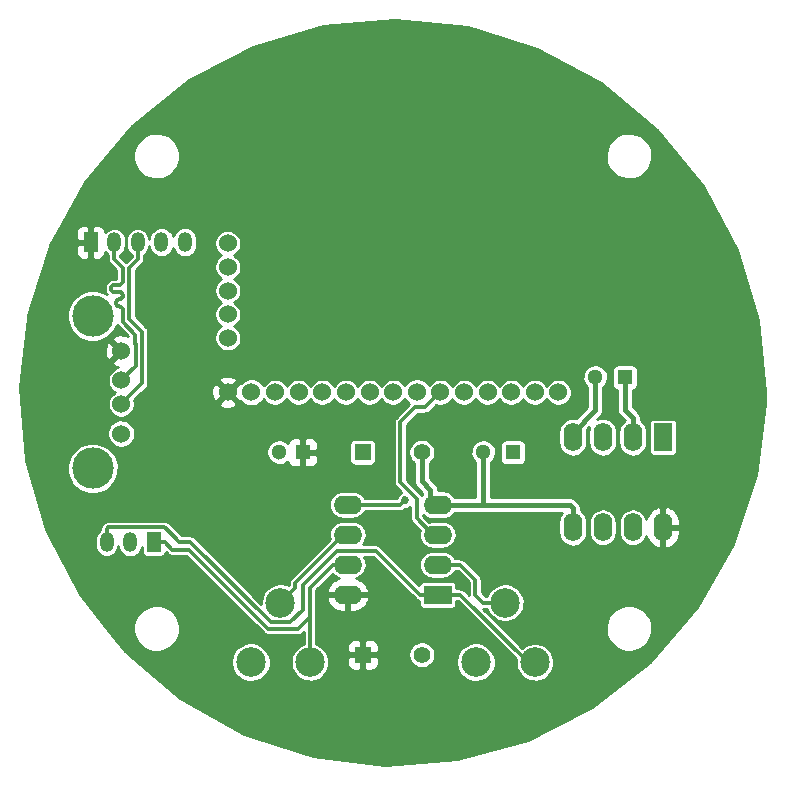
<source format=gtl>
G04 #@! TF.FileFunction,Copper,L1,Top,Signal*
%FSLAX46Y46*%
G04 Gerber Fmt 4.6, Leading zero omitted, Abs format (unit mm)*
G04 Created by KiCad (PCBNEW 4.0.5) date Sunday, 19 February 2017 'PMt' 17:43:15*
%MOMM*%
%LPD*%
G01*
G04 APERTURE LIST*
%ADD10C,0.100000*%
%ADD11R,2.400000X1.600000*%
%ADD12O,2.400000X1.600000*%
%ADD13R,1.200000X1.700000*%
%ADD14O,1.200000X1.700000*%
%ADD15R,1.300000X1.300000*%
%ADD16C,1.300000*%
%ADD17C,1.524000*%
%ADD18R,1.400000X1.400000*%
%ADD19C,1.400000*%
%ADD20C,2.499360*%
%ADD21R,1.600000X2.400000*%
%ADD22O,1.600000X2.400000*%
%ADD23C,3.500000*%
%ADD24C,0.685800*%
%ADD25C,0.457200*%
%ADD26C,0.304800*%
%ADD27C,0.254000*%
G04 APERTURE END LIST*
D10*
D11*
X98810000Y-112145000D03*
D12*
X91190000Y-104525000D03*
X98810000Y-109605000D03*
X91190000Y-107065000D03*
X98810000Y-107065000D03*
X91190000Y-109605000D03*
X98810000Y-104525000D03*
X91190000Y-112145000D03*
D13*
X74775000Y-107700000D03*
D14*
X72775000Y-107700000D03*
X70775000Y-107700000D03*
D15*
X105160000Y-100080000D03*
D16*
X102660000Y-100080000D03*
D17*
X81030000Y-95000000D03*
X83030000Y-95000000D03*
X85030000Y-95000000D03*
X87030000Y-95000000D03*
X89030000Y-95000000D03*
X91030000Y-95000000D03*
X93030000Y-95000000D03*
X95030000Y-95000000D03*
X97030000Y-95000000D03*
X99030000Y-95000000D03*
X101030000Y-95000000D03*
X103030000Y-95000000D03*
X105030000Y-95000000D03*
X107030000Y-95000000D03*
X109030000Y-95000000D03*
X81030000Y-90400000D03*
X81030000Y-88400000D03*
X81030000Y-86400000D03*
X81030000Y-84400000D03*
X81030000Y-82400000D03*
D18*
X92460000Y-100080000D03*
D19*
X97460000Y-100080000D03*
D15*
X87380000Y-100080000D03*
D16*
X85380000Y-100080000D03*
D18*
X92460000Y-117225000D03*
D19*
X97460000Y-117225000D03*
D13*
X69410000Y-82300000D03*
D14*
X71410000Y-82300000D03*
X73410000Y-82300000D03*
X75410000Y-82300000D03*
X77410000Y-82300000D03*
D20*
X104525000Y-112820640D03*
X107024360Y-117860000D03*
X102025640Y-117860000D03*
X85475000Y-112820640D03*
X87974360Y-117860000D03*
X82975640Y-117860000D03*
D21*
X117860000Y-98810000D03*
D22*
X110240000Y-106430000D03*
X115320000Y-98810000D03*
X112780000Y-106430000D03*
X112780000Y-98810000D03*
X115320000Y-106430000D03*
X110240000Y-98810000D03*
X117860000Y-106430000D03*
D15*
X114645000Y-93730000D03*
D16*
X112145000Y-93730000D03*
D17*
X72000000Y-91500000D03*
X72000000Y-94000000D03*
X72000000Y-96000000D03*
X72000000Y-98500000D03*
D23*
X69600000Y-88550000D03*
X69600000Y-101450000D03*
D24*
X96016000Y-104144000D03*
D25*
X112780000Y-98810000D02*
X112780000Y-99210000D01*
X115320000Y-98810000D02*
X115320000Y-97152800D01*
X114645000Y-96477800D02*
X114645000Y-93730000D01*
X115320000Y-97152800D02*
X114645000Y-96477800D01*
X110240000Y-98810000D02*
X110240000Y-98410000D01*
X110240000Y-98410000D02*
X112145000Y-96505000D01*
X112145000Y-96505000D02*
X112145000Y-95635000D01*
X112145000Y-93730000D02*
X112145000Y-95635000D01*
D26*
X110240000Y-99045000D02*
X110240000Y-99445000D01*
D25*
X102620000Y-102580000D02*
X102660000Y-102540000D01*
X102660000Y-102540000D02*
X102660000Y-100080000D01*
X98175000Y-103890000D02*
X98810000Y-104525000D01*
X98175000Y-103255000D02*
X98175000Y-103890000D01*
X97460000Y-102540000D02*
X98175000Y-103255000D01*
X97460000Y-100080000D02*
X97460000Y-102540000D01*
X104485000Y-104525000D02*
X102620000Y-104525000D01*
X102620000Y-104525000D02*
X98810000Y-104525000D01*
X102620000Y-102580000D02*
X102620000Y-104525000D01*
X110240000Y-106430000D02*
X110240000Y-104772800D01*
X110240000Y-104772800D02*
X109992200Y-104525000D01*
X109992200Y-104525000D02*
X104485000Y-104525000D01*
D26*
X98410000Y-104525000D02*
X98810000Y-104525000D01*
X99210000Y-104525000D02*
X98810000Y-104525000D01*
X104525000Y-112820640D02*
X102660640Y-112820640D01*
X102660640Y-112820640D02*
X101985000Y-112145000D01*
X100715000Y-109605000D02*
X98810000Y-109605000D01*
X101985000Y-112145000D02*
X101985000Y-110875000D01*
X101985000Y-110875000D02*
X100715000Y-109605000D01*
X76908163Y-107651641D02*
X75950000Y-106693478D01*
X70775000Y-106545200D02*
X70927410Y-106392790D01*
X75649312Y-106392790D02*
X75950000Y-106693478D01*
X70775000Y-107700000D02*
X70775000Y-106545200D01*
X70927410Y-106392790D02*
X75649312Y-106392790D01*
X76908163Y-107651641D02*
X75649312Y-106392790D01*
X77855000Y-107651641D02*
X84680080Y-114476721D01*
X77855000Y-107651641D02*
X76908163Y-107651641D01*
X98810000Y-112145000D02*
X100715000Y-112145000D01*
X100715000Y-112145000D02*
X106430000Y-117860000D01*
X106430000Y-117860000D02*
X107024360Y-117860000D01*
X87380000Y-113415000D02*
X87380000Y-111308879D01*
X97305200Y-112145000D02*
X98810000Y-112145000D01*
X84680080Y-114476721D02*
X86318279Y-114476721D01*
X86318279Y-114476721D02*
X87380000Y-113415000D01*
X93558790Y-108398590D02*
X97305200Y-112145000D01*
X87380000Y-111308879D02*
X90290289Y-108398590D01*
X90290289Y-108398590D02*
X93558790Y-108398590D01*
X91190000Y-107065000D02*
X90790000Y-107065000D01*
X90790000Y-107065000D02*
X86724679Y-111130321D01*
X86724679Y-111130321D02*
X86724679Y-111570961D01*
X85475000Y-112820640D02*
X86724679Y-111570961D01*
X74775000Y-107700000D02*
X75679800Y-107700000D01*
X76314800Y-108335000D02*
X77748081Y-108335000D01*
X75679800Y-107700000D02*
X76314800Y-108335000D01*
X77748081Y-108335000D02*
X84448613Y-115035532D01*
X84448613Y-115035532D02*
X86988828Y-115035532D01*
X86988828Y-115035532D02*
X87974360Y-114050000D01*
X87974360Y-114050000D02*
X87974360Y-111550640D01*
X87974360Y-111550640D02*
X89920000Y-109605000D01*
X89920000Y-109605000D02*
X91190000Y-109605000D01*
X87974360Y-114050000D02*
X87974360Y-117860000D01*
X98810000Y-107065000D02*
X98410000Y-107065000D01*
X95635000Y-102620000D02*
X95635000Y-97540000D01*
X98410000Y-107065000D02*
X97019302Y-105674302D01*
X97019302Y-105674302D02*
X97019302Y-104004302D01*
X95635000Y-97540000D02*
X96905000Y-96270000D01*
X97019302Y-104004302D02*
X95635000Y-102620000D01*
X96905000Y-96270000D02*
X97760000Y-96270000D01*
X97760000Y-96270000D02*
X98268001Y-95761999D01*
X98268001Y-95761999D02*
X99030000Y-95000000D01*
X91190000Y-104525000D02*
X95635000Y-104525000D01*
X95635000Y-104525000D02*
X96016000Y-104144000D01*
X91590000Y-104525000D02*
X91190000Y-104525000D01*
X71640597Y-87636459D02*
X71607834Y-87584318D01*
X71367576Y-85908241D02*
X71435400Y-85900600D01*
X72000000Y-94000000D02*
X73219201Y-92780799D01*
X73219201Y-92780799D02*
X73219201Y-90914783D01*
X72100416Y-86682752D02*
X72064103Y-86624960D01*
X71640597Y-87233940D02*
X71684141Y-87190396D01*
X71435400Y-85900600D02*
X71825800Y-85900600D01*
X72064103Y-86624960D02*
X72015840Y-86576697D01*
X72123706Y-87953806D02*
X72103367Y-87895681D01*
X73219201Y-90914783D02*
X73212435Y-90908017D01*
X73212435Y-90908017D02*
X73212435Y-90117565D01*
X72027060Y-87070403D02*
X72070604Y-87026859D01*
X71794407Y-87733105D02*
X71736282Y-87712766D01*
X73212435Y-90117565D02*
X72130600Y-89035730D01*
X71893625Y-85892958D02*
X71958048Y-85870415D01*
X72122959Y-85663624D02*
X72130600Y-85595800D01*
X72130600Y-89035730D02*
X72130600Y-88015000D01*
X71794407Y-87137294D02*
X71916794Y-87123505D01*
X72130600Y-88015000D02*
X72123706Y-87953806D01*
X71736282Y-87157633D02*
X71794407Y-87137294D01*
X71958048Y-85870415D02*
X72015840Y-85834102D01*
X72064103Y-85785839D02*
X72100416Y-85728047D01*
X72103367Y-87895681D02*
X72070604Y-87843540D01*
X72130600Y-85595800D02*
X72130600Y-84470600D01*
X71825800Y-86510200D02*
X71435400Y-86510200D01*
X71736282Y-87712766D02*
X71684141Y-87680003D01*
X71245361Y-86443702D02*
X71197098Y-86395439D01*
X72130600Y-86855400D02*
X72130600Y-86815000D01*
X71684141Y-87680003D02*
X71640597Y-87636459D01*
X72103367Y-86974718D02*
X72123706Y-86916593D01*
X72070604Y-87843540D02*
X72027060Y-87799996D01*
X72027060Y-87799996D02*
X71974919Y-87767233D01*
X72123706Y-86916593D02*
X72130600Y-86855400D01*
X71684141Y-87190396D02*
X71736282Y-87157633D01*
X71974919Y-87767233D02*
X71916794Y-87746894D01*
X71607834Y-87286081D02*
X71640597Y-87233940D01*
X71916794Y-87746894D02*
X71794407Y-87733105D01*
X71580600Y-87465000D02*
X71580600Y-87405400D01*
X71893625Y-86517841D02*
X71825800Y-86510200D01*
X71607834Y-87584318D02*
X71587495Y-87526193D01*
X71587495Y-87526193D02*
X71580600Y-87465000D01*
X72015840Y-85834102D02*
X72064103Y-85785839D01*
X72015840Y-86576697D02*
X71958048Y-86540384D01*
X71580600Y-87405400D02*
X71587495Y-87344206D01*
X72100416Y-85728047D02*
X72122959Y-85663624D01*
X71160785Y-86073152D02*
X71197098Y-86015360D01*
X71587495Y-87344206D02*
X71607834Y-87286081D01*
X71916794Y-87123505D02*
X71974919Y-87103166D01*
X71974919Y-87103166D02*
X72027060Y-87070403D01*
X72070604Y-87026859D02*
X72103367Y-86974718D01*
X72130600Y-86815000D02*
X72122959Y-86747175D01*
X71958048Y-86540384D02*
X71893625Y-86517841D01*
X72122959Y-86747175D02*
X72100416Y-86682752D01*
X71825800Y-85900600D02*
X71893625Y-85892958D01*
X71138242Y-86137575D02*
X71160785Y-86073152D01*
X71435400Y-86510200D02*
X71367576Y-86502558D01*
X71367576Y-86502558D02*
X71303153Y-86480015D01*
X71303153Y-86480015D02*
X71245361Y-86443702D01*
X71197098Y-86395439D02*
X71160785Y-86337647D01*
X71160785Y-86337647D02*
X71138242Y-86273224D01*
X71138242Y-86273224D02*
X71130600Y-86205400D01*
X71130600Y-86205400D02*
X71138242Y-86137575D01*
X71303153Y-85930784D02*
X71367576Y-85908241D01*
X71197098Y-86015360D02*
X71245361Y-85967097D01*
X71245361Y-85967097D02*
X71303153Y-85930784D01*
X72130600Y-84470600D02*
X71410000Y-83750000D01*
X71410000Y-83750000D02*
X71410000Y-82300000D01*
X73410000Y-82300000D02*
X73410000Y-83750000D01*
X73410000Y-83750000D02*
X72689400Y-84470600D01*
X73777992Y-90683325D02*
X73777992Y-94222008D01*
X72689400Y-84470600D02*
X72689400Y-88804270D01*
X72689400Y-88804270D02*
X73771233Y-89886103D01*
X73771233Y-89886103D02*
X73771233Y-90676566D01*
X73604869Y-94395131D02*
X72000000Y-96000000D01*
X73771233Y-90676566D02*
X73777992Y-90683325D01*
X73777992Y-94222008D02*
X73604869Y-94395131D01*
D27*
G36*
X101343606Y-64096360D02*
X107225342Y-65917061D01*
X112641418Y-68845523D01*
X117385538Y-72770200D01*
X121276999Y-77541603D01*
X124167578Y-82977992D01*
X125947173Y-88872295D01*
X126548000Y-95000000D01*
X126535700Y-95880872D01*
X125764012Y-101989412D01*
X123820532Y-107831728D01*
X120779287Y-113185287D01*
X116756117Y-117846174D01*
X111904264Y-121636857D01*
X106408532Y-124412951D01*
X100478253Y-126068715D01*
X94339309Y-126541081D01*
X88225530Y-125812057D01*
X82369789Y-123909411D01*
X76995128Y-120905615D01*
X73582668Y-118001383D01*
X81291950Y-118001383D01*
X81351477Y-118325721D01*
X81472868Y-118632320D01*
X81651499Y-118909501D01*
X81880566Y-119146707D01*
X82151345Y-119334903D01*
X82453520Y-119466920D01*
X82775583Y-119537730D01*
X83105266Y-119544636D01*
X83430011Y-119487375D01*
X83737450Y-119368127D01*
X84015871Y-119191436D01*
X84254671Y-118964030D01*
X84444753Y-118694572D01*
X84578876Y-118393326D01*
X84651933Y-118071765D01*
X84657192Y-117695122D01*
X84593142Y-117371647D01*
X84467482Y-117066773D01*
X84284999Y-116792113D01*
X84052642Y-116558128D01*
X83779262Y-116373732D01*
X83475273Y-116245946D01*
X83152253Y-116179640D01*
X82822506Y-116177338D01*
X82498591Y-116239128D01*
X82192848Y-116362656D01*
X81916920Y-116543218D01*
X81681319Y-116773936D01*
X81495018Y-117046021D01*
X81365114Y-117349111D01*
X81296554Y-117671660D01*
X81291950Y-118001383D01*
X73582668Y-118001383D01*
X72306268Y-116915082D01*
X70920413Y-115166568D01*
X73016396Y-115166568D01*
X73086527Y-115548680D01*
X73229541Y-115909892D01*
X73439992Y-116236447D01*
X73709862Y-116515907D01*
X74028874Y-116737626D01*
X74384875Y-116893159D01*
X74764307Y-116976582D01*
X75152716Y-116984718D01*
X75535308Y-116917257D01*
X75897510Y-116776768D01*
X76225526Y-116568602D01*
X76506863Y-116300689D01*
X76730804Y-115983233D01*
X76888818Y-115628326D01*
X76974889Y-115249486D01*
X76981085Y-114805753D01*
X76905626Y-114424658D01*
X76757582Y-114065477D01*
X76542593Y-113741892D01*
X76268847Y-113466228D01*
X75946770Y-113248985D01*
X75588632Y-113098437D01*
X75208073Y-113020320D01*
X74819588Y-113017607D01*
X74437975Y-113090404D01*
X74077770Y-113235936D01*
X73752692Y-113448662D01*
X73475123Y-113720477D01*
X73255637Y-114041028D01*
X73102593Y-114398107D01*
X73021820Y-114778112D01*
X73016396Y-115166568D01*
X70920413Y-115166568D01*
X68481805Y-112089811D01*
X66094205Y-107444044D01*
X69794000Y-107444044D01*
X69794000Y-107955956D01*
X69812683Y-108146500D01*
X69868020Y-108329786D01*
X69957904Y-108498833D01*
X70078911Y-108647202D01*
X70226432Y-108769242D01*
X70394847Y-108860304D01*
X70577743Y-108916919D01*
X70768151Y-108936932D01*
X70958821Y-108919580D01*
X71142489Y-108865523D01*
X71312160Y-108776822D01*
X71461370Y-108656854D01*
X71584436Y-108510189D01*
X71676672Y-108342413D01*
X71734563Y-108159917D01*
X71749829Y-108023813D01*
X71762850Y-108156613D01*
X71821053Y-108349390D01*
X71915592Y-108527191D01*
X72042865Y-108683244D01*
X72198025Y-108811603D01*
X72375161Y-108907380D01*
X72567528Y-108966928D01*
X72767797Y-108987977D01*
X72968340Y-108969726D01*
X73161519Y-108912870D01*
X73339976Y-108819575D01*
X73496913Y-108693395D01*
X73626352Y-108539135D01*
X73723364Y-108362671D01*
X73784253Y-108170725D01*
X73792157Y-108100257D01*
X73792157Y-108550000D01*
X73796995Y-108610673D01*
X73828864Y-108713580D01*
X73888140Y-108803535D01*
X73970130Y-108873415D01*
X74068342Y-108917686D01*
X74175000Y-108932843D01*
X75375000Y-108932843D01*
X75435673Y-108928005D01*
X75538580Y-108896136D01*
X75628535Y-108836860D01*
X75698415Y-108754870D01*
X75742686Y-108656658D01*
X75757843Y-108550000D01*
X75757843Y-108532384D01*
X75937630Y-108712171D01*
X75975666Y-108743414D01*
X76013447Y-108775116D01*
X76015909Y-108776470D01*
X76018073Y-108778247D01*
X76061464Y-108801514D01*
X76104671Y-108825267D01*
X76107344Y-108826115D01*
X76109817Y-108827441D01*
X76156958Y-108841853D01*
X76203900Y-108856744D01*
X76206686Y-108857057D01*
X76209370Y-108857877D01*
X76258416Y-108862859D01*
X76307353Y-108868348D01*
X76312832Y-108868386D01*
X76312938Y-108868397D01*
X76313037Y-108868388D01*
X76314800Y-108868400D01*
X77527139Y-108868400D01*
X84071442Y-115412703D01*
X84109526Y-115443985D01*
X84147260Y-115475648D01*
X84149719Y-115477000D01*
X84151885Y-115478779D01*
X84195263Y-115502038D01*
X84238484Y-115525799D01*
X84241161Y-115526648D01*
X84243630Y-115527972D01*
X84290684Y-115542358D01*
X84337713Y-115557276D01*
X84340505Y-115557589D01*
X84343183Y-115558408D01*
X84392179Y-115563385D01*
X84441166Y-115568880D01*
X84446645Y-115568918D01*
X84446751Y-115568929D01*
X84446850Y-115568920D01*
X84448613Y-115568932D01*
X86988828Y-115568932D01*
X87037819Y-115564128D01*
X87086948Y-115559830D01*
X87089645Y-115559046D01*
X87092433Y-115558773D01*
X87139553Y-115544547D01*
X87186915Y-115530787D01*
X87189407Y-115529495D01*
X87192091Y-115528685D01*
X87235566Y-115505569D01*
X87279339Y-115482879D01*
X87281533Y-115481127D01*
X87284007Y-115479812D01*
X87322169Y-115448688D01*
X87360696Y-115417932D01*
X87364601Y-115414081D01*
X87364680Y-115414017D01*
X87364740Y-115413944D01*
X87365999Y-115412703D01*
X87440960Y-115337742D01*
X87440960Y-116316687D01*
X87215217Y-116407893D01*
X86947626Y-116583000D01*
X86719143Y-116806748D01*
X86538470Y-117070613D01*
X86412490Y-117364546D01*
X86346002Y-117677350D01*
X86341537Y-117997112D01*
X86399265Y-118311651D01*
X86516989Y-118608987D01*
X86690223Y-118877794D01*
X86912370Y-119107834D01*
X87174968Y-119290344D01*
X87468014Y-119418373D01*
X87780347Y-119487043D01*
X88100069Y-119493741D01*
X88415004Y-119438209D01*
X88713154Y-119322564D01*
X88983164Y-119151211D01*
X89214749Y-118930675D01*
X89399088Y-118669358D01*
X89529160Y-118377213D01*
X89600009Y-118065367D01*
X89605110Y-117700104D01*
X89567617Y-117510750D01*
X91125000Y-117510750D01*
X91125000Y-117987542D01*
X91149403Y-118110223D01*
X91197270Y-118225785D01*
X91266763Y-118329789D01*
X91355211Y-118418237D01*
X91459215Y-118487730D01*
X91574777Y-118535597D01*
X91697458Y-118560000D01*
X92174250Y-118560000D01*
X92333000Y-118401250D01*
X92333000Y-117352000D01*
X92587000Y-117352000D01*
X92587000Y-118401250D01*
X92745750Y-118560000D01*
X93222542Y-118560000D01*
X93345223Y-118535597D01*
X93460785Y-118487730D01*
X93564789Y-118418237D01*
X93653237Y-118329789D01*
X93722730Y-118225785D01*
X93770597Y-118110223D01*
X93795000Y-117987542D01*
X93795000Y-117510750D01*
X93636250Y-117352000D01*
X92587000Y-117352000D01*
X92333000Y-117352000D01*
X91283750Y-117352000D01*
X91125000Y-117510750D01*
X89567617Y-117510750D01*
X89542995Y-117386401D01*
X89515695Y-117320165D01*
X96326713Y-117320165D01*
X96366780Y-117538476D01*
X96448488Y-117744847D01*
X96568724Y-117931416D01*
X96722909Y-118091079D01*
X96905169Y-118217753D01*
X97108562Y-118306614D01*
X97325342Y-118354276D01*
X97547251Y-118358924D01*
X97765836Y-118320382D01*
X97972772Y-118240116D01*
X98160177Y-118121186D01*
X98285982Y-118001383D01*
X100341950Y-118001383D01*
X100401477Y-118325721D01*
X100522868Y-118632320D01*
X100701499Y-118909501D01*
X100930566Y-119146707D01*
X101201345Y-119334903D01*
X101503520Y-119466920D01*
X101825583Y-119537730D01*
X102155266Y-119544636D01*
X102480011Y-119487375D01*
X102787450Y-119368127D01*
X103065871Y-119191436D01*
X103304671Y-118964030D01*
X103494753Y-118694572D01*
X103628876Y-118393326D01*
X103701933Y-118071765D01*
X103707192Y-117695122D01*
X103643142Y-117371647D01*
X103517482Y-117066773D01*
X103334999Y-116792113D01*
X103102642Y-116558128D01*
X102829262Y-116373732D01*
X102525273Y-116245946D01*
X102202253Y-116179640D01*
X101872506Y-116177338D01*
X101548591Y-116239128D01*
X101242848Y-116362656D01*
X100966920Y-116543218D01*
X100731319Y-116773936D01*
X100545018Y-117046021D01*
X100415114Y-117349111D01*
X100346554Y-117671660D01*
X100341950Y-118001383D01*
X98285982Y-118001383D01*
X98320912Y-117968120D01*
X98448856Y-117786748D01*
X98539134Y-117583980D01*
X98588308Y-117367538D01*
X98591848Y-117114021D01*
X98548736Y-116896291D01*
X98464155Y-116691081D01*
X98341326Y-116506208D01*
X98184927Y-116348714D01*
X98000916Y-116224597D01*
X97796302Y-116138585D01*
X97578878Y-116093954D01*
X97356926Y-116092405D01*
X97138900Y-116133995D01*
X96933105Y-116217142D01*
X96747379Y-116338678D01*
X96588796Y-116493973D01*
X96463397Y-116677113D01*
X96375959Y-116881122D01*
X96329812Y-117098229D01*
X96326713Y-117320165D01*
X89515695Y-117320165D01*
X89421131Y-117090738D01*
X89244161Y-116824376D01*
X89018824Y-116597460D01*
X88818676Y-116462458D01*
X91125000Y-116462458D01*
X91125000Y-116939250D01*
X91283750Y-117098000D01*
X92333000Y-117098000D01*
X92333000Y-116048750D01*
X92587000Y-116048750D01*
X92587000Y-117098000D01*
X93636250Y-117098000D01*
X93795000Y-116939250D01*
X93795000Y-116462458D01*
X93770597Y-116339777D01*
X93722730Y-116224215D01*
X93653237Y-116120211D01*
X93564789Y-116031763D01*
X93460785Y-115962270D01*
X93345223Y-115914403D01*
X93222542Y-115890000D01*
X92745750Y-115890000D01*
X92587000Y-116048750D01*
X92333000Y-116048750D01*
X92174250Y-115890000D01*
X91697458Y-115890000D01*
X91574777Y-115914403D01*
X91459215Y-115962270D01*
X91355211Y-116031763D01*
X91266763Y-116120211D01*
X91197270Y-116224215D01*
X91149403Y-116339777D01*
X91125000Y-116462458D01*
X88818676Y-116462458D01*
X88753704Y-116418634D01*
X88507760Y-116315250D01*
X88507760Y-112494039D01*
X89398096Y-112494039D01*
X89415633Y-112576818D01*
X89526285Y-112836646D01*
X89685500Y-113069895D01*
X89887161Y-113267601D01*
X90123517Y-113422166D01*
X90385486Y-113527650D01*
X90663000Y-113580000D01*
X91063000Y-113580000D01*
X91063000Y-112272000D01*
X91317000Y-112272000D01*
X91317000Y-113580000D01*
X91717000Y-113580000D01*
X91994514Y-113527650D01*
X92256483Y-113422166D01*
X92492839Y-113267601D01*
X92694500Y-113069895D01*
X92853715Y-112836646D01*
X92964367Y-112576818D01*
X92981904Y-112494039D01*
X92859915Y-112272000D01*
X91317000Y-112272000D01*
X91063000Y-112272000D01*
X89520085Y-112272000D01*
X89398096Y-112494039D01*
X88507760Y-112494039D01*
X88507760Y-111771582D01*
X89898215Y-110381126D01*
X89938558Y-110431302D01*
X90115124Y-110579459D01*
X90317105Y-110690499D01*
X90484643Y-110743645D01*
X90385486Y-110762350D01*
X90123517Y-110867834D01*
X89887161Y-111022399D01*
X89685500Y-111220105D01*
X89526285Y-111453354D01*
X89415633Y-111713182D01*
X89398096Y-111795961D01*
X89520085Y-112018000D01*
X91063000Y-112018000D01*
X91063000Y-111998000D01*
X91317000Y-111998000D01*
X91317000Y-112018000D01*
X92859915Y-112018000D01*
X92981904Y-111795961D01*
X92964367Y-111713182D01*
X92853715Y-111453354D01*
X92694500Y-111220105D01*
X92492839Y-111022399D01*
X92256483Y-110867834D01*
X91994514Y-110762350D01*
X91893802Y-110743352D01*
X92047694Y-110696889D01*
X92251205Y-110588680D01*
X92429823Y-110443003D01*
X92576743Y-110265407D01*
X92686370Y-110062656D01*
X92754528Y-109842473D01*
X92778621Y-109613245D01*
X92757731Y-109383703D01*
X92692654Y-109162590D01*
X92585869Y-108958328D01*
X92564693Y-108931990D01*
X93337848Y-108931990D01*
X96928029Y-112522171D01*
X96966091Y-112553434D01*
X97003847Y-112585116D01*
X97006309Y-112586469D01*
X97008473Y-112588247D01*
X97051864Y-112611514D01*
X97095071Y-112635267D01*
X97097744Y-112636115D01*
X97100217Y-112637441D01*
X97147358Y-112651853D01*
X97194300Y-112666744D01*
X97197086Y-112667057D01*
X97199770Y-112667877D01*
X97227157Y-112670659D01*
X97227157Y-112945000D01*
X97231995Y-113005673D01*
X97263864Y-113108580D01*
X97323140Y-113198535D01*
X97405130Y-113268415D01*
X97503342Y-113312686D01*
X97610000Y-113327843D01*
X100010000Y-113327843D01*
X100070673Y-113323005D01*
X100173580Y-113291136D01*
X100263535Y-113231860D01*
X100333415Y-113149870D01*
X100377686Y-113051658D01*
X100392843Y-112945000D01*
X100392843Y-112678400D01*
X100494058Y-112678400D01*
X105413007Y-117597348D01*
X105396002Y-117677350D01*
X105391537Y-117997112D01*
X105449265Y-118311651D01*
X105566989Y-118608987D01*
X105740223Y-118877794D01*
X105962370Y-119107834D01*
X106224968Y-119290344D01*
X106518014Y-119418373D01*
X106830347Y-119487043D01*
X107150069Y-119493741D01*
X107465004Y-119438209D01*
X107763154Y-119322564D01*
X108033164Y-119151211D01*
X108264749Y-118930675D01*
X108449088Y-118669358D01*
X108579160Y-118377213D01*
X108650009Y-118065367D01*
X108655110Y-117700104D01*
X108592995Y-117386401D01*
X108471131Y-117090738D01*
X108294161Y-116824376D01*
X108068824Y-116597460D01*
X107803704Y-116418634D01*
X107508898Y-116294710D01*
X107195637Y-116230406D01*
X106875852Y-116228174D01*
X106561724Y-116288097D01*
X106265217Y-116407893D01*
X105997626Y-116583000D01*
X105952011Y-116627670D01*
X104490910Y-115166568D01*
X113016396Y-115166568D01*
X113086527Y-115548680D01*
X113229541Y-115909892D01*
X113439992Y-116236447D01*
X113709862Y-116515907D01*
X114028874Y-116737626D01*
X114384875Y-116893159D01*
X114764307Y-116976582D01*
X115152716Y-116984718D01*
X115535308Y-116917257D01*
X115897510Y-116776768D01*
X116225526Y-116568602D01*
X116506863Y-116300689D01*
X116730804Y-115983233D01*
X116888818Y-115628326D01*
X116974889Y-115249486D01*
X116981085Y-114805753D01*
X116905626Y-114424658D01*
X116757582Y-114065477D01*
X116542593Y-113741892D01*
X116268847Y-113466228D01*
X115946770Y-113248985D01*
X115588632Y-113098437D01*
X115208073Y-113020320D01*
X114819588Y-113017607D01*
X114437975Y-113090404D01*
X114077770Y-113235936D01*
X113752692Y-113448662D01*
X113475123Y-113720477D01*
X113255637Y-114041028D01*
X113102593Y-114398107D01*
X113021820Y-114778112D01*
X113016396Y-115166568D01*
X104490910Y-115166568D01*
X102678382Y-113354040D01*
X102982272Y-113354040D01*
X103067629Y-113569627D01*
X103240863Y-113838434D01*
X103463010Y-114068474D01*
X103725608Y-114250984D01*
X104018654Y-114379013D01*
X104330987Y-114447683D01*
X104650709Y-114454381D01*
X104965644Y-114398849D01*
X105263794Y-114283204D01*
X105533804Y-114111851D01*
X105765389Y-113891315D01*
X105949728Y-113629998D01*
X106079800Y-113337853D01*
X106150649Y-113026007D01*
X106155750Y-112660744D01*
X106093635Y-112347041D01*
X105971771Y-112051378D01*
X105794801Y-111785016D01*
X105569464Y-111558100D01*
X105304344Y-111379274D01*
X105009538Y-111255350D01*
X104696277Y-111191046D01*
X104376492Y-111188814D01*
X104062364Y-111248737D01*
X103765857Y-111368533D01*
X103498266Y-111543640D01*
X103269783Y-111767388D01*
X103089110Y-112031253D01*
X102979394Y-112287240D01*
X102881582Y-112287240D01*
X102518400Y-111924058D01*
X102518400Y-110875000D01*
X102513592Y-110825964D01*
X102509298Y-110776880D01*
X102508514Y-110774183D01*
X102508241Y-110771395D01*
X102494019Y-110724289D01*
X102480255Y-110676912D01*
X102478963Y-110674419D01*
X102478153Y-110671737D01*
X102455046Y-110628280D01*
X102432347Y-110584489D01*
X102430595Y-110582295D01*
X102429280Y-110579821D01*
X102398156Y-110541659D01*
X102367400Y-110503132D01*
X102363549Y-110499227D01*
X102363485Y-110499148D01*
X102363412Y-110499088D01*
X102362171Y-110497829D01*
X101092171Y-109227829D01*
X101054109Y-109196566D01*
X101016353Y-109164884D01*
X101013891Y-109163531D01*
X101011727Y-109161753D01*
X100968371Y-109138506D01*
X100925129Y-109114733D01*
X100922452Y-109113884D01*
X100919983Y-109112560D01*
X100872929Y-109098174D01*
X100825900Y-109083256D01*
X100823108Y-109082943D01*
X100820430Y-109082124D01*
X100771434Y-109077147D01*
X100722447Y-109071652D01*
X100716968Y-109071614D01*
X100716862Y-109071603D01*
X100716763Y-109071612D01*
X100715000Y-109071600D01*
X100265086Y-109071600D01*
X100205869Y-108958328D01*
X100061442Y-108778698D01*
X99884876Y-108630541D01*
X99682895Y-108519501D01*
X99463194Y-108449808D01*
X99234139Y-108424115D01*
X99217650Y-108424000D01*
X98402350Y-108424000D01*
X98172959Y-108446492D01*
X97952306Y-108513111D01*
X97748795Y-108621320D01*
X97570177Y-108766997D01*
X97423257Y-108944593D01*
X97313630Y-109147344D01*
X97245472Y-109367527D01*
X97221379Y-109596755D01*
X97242269Y-109826297D01*
X97307346Y-110047410D01*
X97414131Y-110251672D01*
X97558558Y-110431302D01*
X97735124Y-110579459D01*
X97937105Y-110690499D01*
X98156806Y-110760192D01*
X98385861Y-110785885D01*
X98402350Y-110786000D01*
X99217650Y-110786000D01*
X99447041Y-110763508D01*
X99667694Y-110696889D01*
X99871205Y-110588680D01*
X100049823Y-110443003D01*
X100196743Y-110265407D01*
X100265415Y-110138400D01*
X100494058Y-110138400D01*
X101451600Y-111095942D01*
X101451600Y-112127258D01*
X101092171Y-111767829D01*
X101054109Y-111736566D01*
X101016353Y-111704884D01*
X101013891Y-111703531D01*
X101011727Y-111701753D01*
X100968371Y-111678506D01*
X100925129Y-111654733D01*
X100922452Y-111653884D01*
X100919983Y-111652560D01*
X100872929Y-111638174D01*
X100825900Y-111623256D01*
X100823108Y-111622943D01*
X100820430Y-111622124D01*
X100771434Y-111617147D01*
X100722447Y-111611652D01*
X100716968Y-111611614D01*
X100716862Y-111611603D01*
X100716763Y-111611612D01*
X100715000Y-111611600D01*
X100392843Y-111611600D01*
X100392843Y-111345000D01*
X100388005Y-111284327D01*
X100356136Y-111181420D01*
X100296860Y-111091465D01*
X100214870Y-111021585D01*
X100116658Y-110977314D01*
X100010000Y-110962157D01*
X97610000Y-110962157D01*
X97549327Y-110966995D01*
X97446420Y-110998864D01*
X97356465Y-111058140D01*
X97286585Y-111140130D01*
X97242314Y-111238342D01*
X97231187Y-111316645D01*
X93935961Y-108021419D01*
X93897899Y-107990156D01*
X93860143Y-107958474D01*
X93857681Y-107957121D01*
X93855517Y-107955343D01*
X93812161Y-107932096D01*
X93768919Y-107908323D01*
X93766242Y-107907474D01*
X93763773Y-107906150D01*
X93716719Y-107891764D01*
X93669690Y-107876846D01*
X93666898Y-107876533D01*
X93664220Y-107875714D01*
X93615224Y-107870737D01*
X93566237Y-107865242D01*
X93560758Y-107865204D01*
X93560652Y-107865193D01*
X93560553Y-107865202D01*
X93558790Y-107865190D01*
X92461105Y-107865190D01*
X92576743Y-107725407D01*
X92686370Y-107522656D01*
X92754528Y-107302473D01*
X92778621Y-107073245D01*
X92757731Y-106843703D01*
X92692654Y-106622590D01*
X92585869Y-106418328D01*
X92441442Y-106238698D01*
X92264876Y-106090541D01*
X92062895Y-105979501D01*
X91843194Y-105909808D01*
X91614139Y-105884115D01*
X91597650Y-105884000D01*
X90782350Y-105884000D01*
X90552959Y-105906492D01*
X90332306Y-105973111D01*
X90128795Y-106081320D01*
X89950177Y-106226997D01*
X89803257Y-106404593D01*
X89693630Y-106607344D01*
X89625472Y-106827527D01*
X89601379Y-107056755D01*
X89622269Y-107286297D01*
X89665949Y-107434709D01*
X86347508Y-110753150D01*
X86316245Y-110791212D01*
X86284563Y-110828968D01*
X86283210Y-110831430D01*
X86281432Y-110833594D01*
X86258185Y-110876950D01*
X86234412Y-110920192D01*
X86233563Y-110922869D01*
X86232239Y-110925338D01*
X86217853Y-110972392D01*
X86202935Y-111019421D01*
X86202622Y-111022213D01*
X86201803Y-111024891D01*
X86196826Y-111073887D01*
X86191331Y-111122874D01*
X86191293Y-111128353D01*
X86191282Y-111128459D01*
X86191291Y-111128558D01*
X86191279Y-111130321D01*
X86191279Y-111350019D01*
X86189346Y-111351952D01*
X85959538Y-111255350D01*
X85646277Y-111191046D01*
X85326492Y-111188814D01*
X85012364Y-111248737D01*
X84715857Y-111368533D01*
X84448266Y-111543640D01*
X84219783Y-111767388D01*
X84039110Y-112031253D01*
X83913130Y-112325186D01*
X83846642Y-112637990D01*
X83843186Y-112885485D01*
X78232171Y-107274470D01*
X78194109Y-107243207D01*
X78156353Y-107211525D01*
X78153891Y-107210172D01*
X78151727Y-107208394D01*
X78108371Y-107185147D01*
X78065129Y-107161374D01*
X78062452Y-107160525D01*
X78059983Y-107159201D01*
X78012929Y-107144815D01*
X77965900Y-107129897D01*
X77963108Y-107129584D01*
X77960430Y-107128765D01*
X77911434Y-107123788D01*
X77862447Y-107118293D01*
X77856968Y-107118255D01*
X77856862Y-107118244D01*
X77856763Y-107118253D01*
X77855000Y-107118241D01*
X77129105Y-107118241D01*
X76026483Y-106015619D01*
X75988421Y-105984356D01*
X75950665Y-105952674D01*
X75948203Y-105951321D01*
X75946039Y-105949543D01*
X75902683Y-105926296D01*
X75859441Y-105902523D01*
X75856764Y-105901674D01*
X75854295Y-105900350D01*
X75807241Y-105885964D01*
X75760212Y-105871046D01*
X75757420Y-105870733D01*
X75754742Y-105869914D01*
X75705746Y-105864937D01*
X75656759Y-105859442D01*
X75651280Y-105859404D01*
X75651174Y-105859393D01*
X75651075Y-105859402D01*
X75649312Y-105859390D01*
X70927410Y-105859390D01*
X70878374Y-105864198D01*
X70829290Y-105868492D01*
X70826593Y-105869276D01*
X70823805Y-105869549D01*
X70776699Y-105883771D01*
X70729322Y-105897535D01*
X70726829Y-105898827D01*
X70724147Y-105899637D01*
X70680690Y-105922744D01*
X70636899Y-105945443D01*
X70634705Y-105947195D01*
X70632231Y-105948510D01*
X70594069Y-105979634D01*
X70555542Y-106010390D01*
X70551637Y-106014241D01*
X70551558Y-106014305D01*
X70551498Y-106014378D01*
X70550239Y-106015619D01*
X70397829Y-106168029D01*
X70366566Y-106206091D01*
X70334884Y-106243847D01*
X70333531Y-106246309D01*
X70331753Y-106248473D01*
X70308506Y-106291829D01*
X70284733Y-106335071D01*
X70283884Y-106337748D01*
X70282560Y-106340217D01*
X70268174Y-106387271D01*
X70253256Y-106434300D01*
X70252943Y-106437092D01*
X70252124Y-106439770D01*
X70247147Y-106488766D01*
X70241652Y-106537753D01*
X70241614Y-106543232D01*
X70241603Y-106543338D01*
X70241612Y-106543437D01*
X70241600Y-106545200D01*
X70241600Y-106621212D01*
X70237840Y-106623178D01*
X70088630Y-106743146D01*
X69965564Y-106889811D01*
X69873328Y-107057587D01*
X69815437Y-107240083D01*
X69794096Y-107430347D01*
X69794000Y-107444044D01*
X66094205Y-107444044D01*
X65667411Y-106613593D01*
X64239379Y-101633452D01*
X67415332Y-101633452D01*
X67492571Y-102054295D01*
X67650082Y-102452122D01*
X67881864Y-102811778D01*
X68179090Y-103119564D01*
X68530437Y-103363757D01*
X68922524Y-103535055D01*
X69340416Y-103626935D01*
X69768195Y-103635896D01*
X70189568Y-103561596D01*
X70588485Y-103406867D01*
X70949750Y-103177601D01*
X71259603Y-102882531D01*
X71506243Y-102532897D01*
X71680275Y-102142015D01*
X71775070Y-101724775D01*
X71781894Y-101236063D01*
X71698786Y-100816339D01*
X71535736Y-100420751D01*
X71369777Y-100170961D01*
X84296778Y-100170961D01*
X84335076Y-100379627D01*
X84413174Y-100576881D01*
X84528099Y-100755209D01*
X84675472Y-100907818D01*
X84849680Y-101028896D01*
X85044088Y-101113831D01*
X85251291Y-101159387D01*
X85463396Y-101163830D01*
X85672325Y-101126990D01*
X85870119Y-101050271D01*
X86049245Y-100936594D01*
X86111804Y-100877020D01*
X86119403Y-100915223D01*
X86167270Y-101030785D01*
X86236763Y-101134789D01*
X86325211Y-101223237D01*
X86429215Y-101292730D01*
X86544777Y-101340597D01*
X86667458Y-101365000D01*
X87094250Y-101365000D01*
X87253000Y-101206250D01*
X87253000Y-100207000D01*
X87507000Y-100207000D01*
X87507000Y-101206250D01*
X87665750Y-101365000D01*
X88092542Y-101365000D01*
X88215223Y-101340597D01*
X88330785Y-101292730D01*
X88434789Y-101223237D01*
X88523237Y-101134789D01*
X88592730Y-101030785D01*
X88640597Y-100915223D01*
X88665000Y-100792542D01*
X88665000Y-100365750D01*
X88506250Y-100207000D01*
X87507000Y-100207000D01*
X87253000Y-100207000D01*
X87233000Y-100207000D01*
X87233000Y-99953000D01*
X87253000Y-99953000D01*
X87253000Y-98953750D01*
X87507000Y-98953750D01*
X87507000Y-99953000D01*
X88506250Y-99953000D01*
X88665000Y-99794250D01*
X88665000Y-99380000D01*
X91326111Y-99380000D01*
X91326111Y-100780000D01*
X91331594Y-100848763D01*
X91367712Y-100965391D01*
X91434892Y-101067340D01*
X91527814Y-101146537D01*
X91639121Y-101196711D01*
X91760000Y-101213889D01*
X93160000Y-101213889D01*
X93228763Y-101208406D01*
X93345391Y-101172288D01*
X93447340Y-101105108D01*
X93526537Y-101012186D01*
X93576711Y-100900879D01*
X93593889Y-100780000D01*
X93593889Y-99380000D01*
X93588406Y-99311237D01*
X93552288Y-99194609D01*
X93485108Y-99092660D01*
X93392186Y-99013463D01*
X93280879Y-98963289D01*
X93160000Y-98946111D01*
X91760000Y-98946111D01*
X91691237Y-98951594D01*
X91574609Y-98987712D01*
X91472660Y-99054892D01*
X91393463Y-99147814D01*
X91343289Y-99259121D01*
X91326111Y-99380000D01*
X88665000Y-99380000D01*
X88665000Y-99367458D01*
X88640597Y-99244777D01*
X88592730Y-99129215D01*
X88523237Y-99025211D01*
X88434789Y-98936763D01*
X88330785Y-98867270D01*
X88215223Y-98819403D01*
X88092542Y-98795000D01*
X87665750Y-98795000D01*
X87507000Y-98953750D01*
X87253000Y-98953750D01*
X87094250Y-98795000D01*
X86667458Y-98795000D01*
X86544777Y-98819403D01*
X86429215Y-98867270D01*
X86325211Y-98936763D01*
X86236763Y-99025211D01*
X86167270Y-99129215D01*
X86119403Y-99244777D01*
X86112032Y-99281831D01*
X86072902Y-99242426D01*
X85897020Y-99123792D01*
X85701445Y-99041580D01*
X85493626Y-98998921D01*
X85281479Y-98997440D01*
X85073085Y-99037193D01*
X84876381Y-99116667D01*
X84698860Y-99232833D01*
X84547284Y-99381268D01*
X84427425Y-99556317D01*
X84343849Y-99751314D01*
X84299740Y-99958829D01*
X84296778Y-100170961D01*
X71369777Y-100170961D01*
X71298955Y-100064366D01*
X70997461Y-99760760D01*
X70642738Y-99521496D01*
X70248298Y-99355689D01*
X69829164Y-99269653D01*
X69401301Y-99266666D01*
X68981007Y-99346841D01*
X68584290Y-99507125D01*
X68226261Y-99741413D01*
X67920557Y-100040780D01*
X67678823Y-100393824D01*
X67510266Y-100787097D01*
X67421306Y-101205620D01*
X67415332Y-101633452D01*
X64239379Y-101633452D01*
X63970287Y-100695018D01*
X63794396Y-98600378D01*
X70804631Y-98600378D01*
X70846894Y-98830648D01*
X70933077Y-99048324D01*
X71059900Y-99245114D01*
X71222531Y-99413523D01*
X71414775Y-99547136D01*
X71629311Y-99640865D01*
X71857965Y-99691138D01*
X72092030Y-99696041D01*
X72322590Y-99655387D01*
X72540862Y-99570725D01*
X72738533Y-99445279D01*
X72908073Y-99283828D01*
X73043025Y-99092521D01*
X73138249Y-98878645D01*
X73190117Y-98650347D01*
X73193851Y-98382942D01*
X73148377Y-98153284D01*
X73059163Y-97936833D01*
X72929605Y-97741833D01*
X72764639Y-97575711D01*
X72570547Y-97444795D01*
X72354724Y-97354071D01*
X72125390Y-97306995D01*
X71891279Y-97305361D01*
X71661310Y-97349230D01*
X71444241Y-97436931D01*
X71248341Y-97565125D01*
X71081071Y-97728927D01*
X70948804Y-97922100D01*
X70856575Y-98137284D01*
X70807900Y-98366285D01*
X70804631Y-98600378D01*
X63794396Y-98600378D01*
X63455075Y-94559521D01*
X63790177Y-91572017D01*
X70598090Y-91572017D01*
X70639078Y-91844133D01*
X70732364Y-92103023D01*
X70794344Y-92218980D01*
X71034435Y-92285960D01*
X71820395Y-91500000D01*
X71034435Y-90714040D01*
X70794344Y-90781020D01*
X70677244Y-91030048D01*
X70610977Y-91297135D01*
X70598090Y-91572017D01*
X63790177Y-91572017D01*
X64108573Y-88733452D01*
X67415332Y-88733452D01*
X67492571Y-89154295D01*
X67650082Y-89552122D01*
X67881864Y-89911778D01*
X68179090Y-90219564D01*
X68530437Y-90463757D01*
X68922524Y-90635055D01*
X69340416Y-90726935D01*
X69768195Y-90735896D01*
X70189568Y-90661596D01*
X70588485Y-90506867D01*
X70949750Y-90277601D01*
X71259603Y-89982531D01*
X71506243Y-89632897D01*
X71662794Y-89281279D01*
X71662848Y-89281381D01*
X71685384Y-89324857D01*
X71687123Y-89327035D01*
X71688435Y-89329503D01*
X71719455Y-89367538D01*
X71750021Y-89405827D01*
X71753853Y-89409713D01*
X71753917Y-89409792D01*
X71753990Y-89409852D01*
X71755225Y-89411105D01*
X72566998Y-90222878D01*
X72469952Y-90177244D01*
X72202865Y-90110977D01*
X71927983Y-90098090D01*
X71655867Y-90139078D01*
X71396977Y-90232364D01*
X71281020Y-90294344D01*
X71214040Y-90534435D01*
X72000000Y-91320395D01*
X72014143Y-91306253D01*
X72193748Y-91485858D01*
X72179605Y-91500000D01*
X72193748Y-91514143D01*
X72014143Y-91693748D01*
X72000000Y-91679605D01*
X71214040Y-92465565D01*
X71281020Y-92705656D01*
X71530048Y-92822756D01*
X71771161Y-92882579D01*
X71676443Y-92900647D01*
X71469073Y-92984430D01*
X71281926Y-93106896D01*
X71122130Y-93263380D01*
X70995772Y-93447921D01*
X70907664Y-93653491D01*
X70861164Y-93872259D01*
X70858041Y-94095893D01*
X70898415Y-94315874D01*
X70980748Y-94523824D01*
X71101905Y-94711822D01*
X71257269Y-94872706D01*
X71440924Y-95000349D01*
X71443216Y-95001350D01*
X71281926Y-95106896D01*
X71122130Y-95263380D01*
X70995772Y-95447921D01*
X70907664Y-95653491D01*
X70861164Y-95872259D01*
X70858041Y-96095893D01*
X70898415Y-96315874D01*
X70980748Y-96523824D01*
X71101905Y-96711822D01*
X71257269Y-96872706D01*
X71440924Y-97000349D01*
X71645873Y-97089890D01*
X71864312Y-97137917D01*
X72087918Y-97142601D01*
X72308176Y-97103763D01*
X72516696Y-97022884D01*
X72705535Y-96903043D01*
X72867500Y-96748806D01*
X72996422Y-96566047D01*
X73087391Y-96361727D01*
X73136942Y-96143629D01*
X73139428Y-95965565D01*
X80244040Y-95965565D01*
X80311020Y-96205656D01*
X80560048Y-96322756D01*
X80827135Y-96389023D01*
X81102017Y-96401910D01*
X81374133Y-96360922D01*
X81633023Y-96267636D01*
X81748980Y-96205656D01*
X81815960Y-95965565D01*
X81030000Y-95179605D01*
X80244040Y-95965565D01*
X73139428Y-95965565D01*
X73140509Y-95888172D01*
X73097067Y-95668776D01*
X73092662Y-95658088D01*
X73678732Y-95072017D01*
X79628090Y-95072017D01*
X79669078Y-95344133D01*
X79762364Y-95603023D01*
X79824344Y-95718980D01*
X80064435Y-95785960D01*
X80850395Y-95000000D01*
X81209605Y-95000000D01*
X81995565Y-95785960D01*
X82100953Y-95756559D01*
X82252531Y-95913523D01*
X82444775Y-96047136D01*
X82659311Y-96140865D01*
X82887965Y-96191138D01*
X83122030Y-96196041D01*
X83352590Y-96155387D01*
X83570862Y-96070725D01*
X83768533Y-95945279D01*
X83938073Y-95783828D01*
X84062037Y-95608097D01*
X84129905Y-95713407D01*
X84285615Y-95874650D01*
X84469679Y-96002577D01*
X84675085Y-96092317D01*
X84894009Y-96140451D01*
X85118114Y-96145145D01*
X85338862Y-96106221D01*
X85547846Y-96025162D01*
X85737106Y-95905054D01*
X85899432Y-95750473D01*
X86028641Y-95567307D01*
X86031546Y-95560783D01*
X86129905Y-95713407D01*
X86285615Y-95874650D01*
X86469679Y-96002577D01*
X86675085Y-96092317D01*
X86894009Y-96140451D01*
X87118114Y-96145145D01*
X87338862Y-96106221D01*
X87547846Y-96025162D01*
X87737106Y-95905054D01*
X87899432Y-95750473D01*
X88028641Y-95567307D01*
X88031546Y-95560783D01*
X88129905Y-95713407D01*
X88285615Y-95874650D01*
X88469679Y-96002577D01*
X88675085Y-96092317D01*
X88894009Y-96140451D01*
X89118114Y-96145145D01*
X89338862Y-96106221D01*
X89547846Y-96025162D01*
X89737106Y-95905054D01*
X89899432Y-95750473D01*
X90028641Y-95567307D01*
X90031546Y-95560783D01*
X90129905Y-95713407D01*
X90285615Y-95874650D01*
X90469679Y-96002577D01*
X90675085Y-96092317D01*
X90894009Y-96140451D01*
X91118114Y-96145145D01*
X91338862Y-96106221D01*
X91547846Y-96025162D01*
X91737106Y-95905054D01*
X91899432Y-95750473D01*
X92028641Y-95567307D01*
X92031546Y-95560783D01*
X92129905Y-95713407D01*
X92285615Y-95874650D01*
X92469679Y-96002577D01*
X92675085Y-96092317D01*
X92894009Y-96140451D01*
X93118114Y-96145145D01*
X93338862Y-96106221D01*
X93547846Y-96025162D01*
X93737106Y-95905054D01*
X93899432Y-95750473D01*
X94028641Y-95567307D01*
X94031546Y-95560783D01*
X94129905Y-95713407D01*
X94285615Y-95874650D01*
X94469679Y-96002577D01*
X94675085Y-96092317D01*
X94894009Y-96140451D01*
X95118114Y-96145145D01*
X95338862Y-96106221D01*
X95547846Y-96025162D01*
X95737106Y-95905054D01*
X95899432Y-95750473D01*
X96000772Y-95606814D01*
X96089900Y-95745114D01*
X96252531Y-95913523D01*
X96402738Y-96017920D01*
X95257829Y-97162829D01*
X95226566Y-97200891D01*
X95194884Y-97238647D01*
X95193531Y-97241109D01*
X95191753Y-97243273D01*
X95168506Y-97286629D01*
X95144733Y-97329871D01*
X95143884Y-97332548D01*
X95142560Y-97335017D01*
X95128174Y-97382071D01*
X95113256Y-97429100D01*
X95112943Y-97431892D01*
X95112124Y-97434570D01*
X95107147Y-97483566D01*
X95101652Y-97532553D01*
X95101614Y-97538032D01*
X95101603Y-97538138D01*
X95101612Y-97538237D01*
X95101600Y-97540000D01*
X95101600Y-102620000D01*
X95106404Y-102668991D01*
X95110702Y-102718120D01*
X95111486Y-102720817D01*
X95111759Y-102723605D01*
X95125985Y-102770725D01*
X95139745Y-102818087D01*
X95141037Y-102820579D01*
X95141847Y-102823263D01*
X95164963Y-102866738D01*
X95187653Y-102910511D01*
X95189405Y-102912705D01*
X95190720Y-102915179D01*
X95221844Y-102953341D01*
X95252600Y-102991868D01*
X95256451Y-102995773D01*
X95256515Y-102995852D01*
X95256588Y-102995912D01*
X95257829Y-102997171D01*
X95736712Y-103476054D01*
X95678997Y-103499373D01*
X95560207Y-103577107D01*
X95458777Y-103676434D01*
X95378572Y-103793571D01*
X95322646Y-103924055D01*
X95308289Y-103991600D01*
X92645086Y-103991600D01*
X92585869Y-103878328D01*
X92441442Y-103698698D01*
X92264876Y-103550541D01*
X92062895Y-103439501D01*
X91843194Y-103369808D01*
X91614139Y-103344115D01*
X91597650Y-103344000D01*
X90782350Y-103344000D01*
X90552959Y-103366492D01*
X90332306Y-103433111D01*
X90128795Y-103541320D01*
X89950177Y-103686997D01*
X89803257Y-103864593D01*
X89693630Y-104067344D01*
X89625472Y-104287527D01*
X89601379Y-104516755D01*
X89622269Y-104746297D01*
X89687346Y-104967410D01*
X89794131Y-105171672D01*
X89938558Y-105351302D01*
X90115124Y-105499459D01*
X90317105Y-105610499D01*
X90536806Y-105680192D01*
X90765861Y-105705885D01*
X90782350Y-105706000D01*
X91597650Y-105706000D01*
X91827041Y-105683508D01*
X92047694Y-105616889D01*
X92251205Y-105508680D01*
X92429823Y-105363003D01*
X92576743Y-105185407D01*
X92645415Y-105058400D01*
X95635000Y-105058400D01*
X95683991Y-105053596D01*
X95733120Y-105049298D01*
X95735817Y-105048514D01*
X95738605Y-105048241D01*
X95785725Y-105034015D01*
X95833087Y-105020255D01*
X95835579Y-105018963D01*
X95838263Y-105018153D01*
X95881738Y-104995037D01*
X95925511Y-104972347D01*
X95927705Y-104970595D01*
X95930179Y-104969280D01*
X95968341Y-104938156D01*
X96006868Y-104907400D01*
X96010773Y-104903549D01*
X96010852Y-104903485D01*
X96010912Y-104903412D01*
X96012171Y-104902171D01*
X96045631Y-104868711D01*
X96071806Y-104869259D01*
X96211613Y-104844607D01*
X96343970Y-104793270D01*
X96463834Y-104717201D01*
X96485902Y-104696186D01*
X96485902Y-105674302D01*
X96490706Y-105723293D01*
X96495004Y-105772422D01*
X96495788Y-105775119D01*
X96496061Y-105777907D01*
X96510287Y-105825027D01*
X96524047Y-105872389D01*
X96525339Y-105874881D01*
X96526149Y-105877565D01*
X96549265Y-105921040D01*
X96571955Y-105964813D01*
X96573707Y-105967007D01*
X96575022Y-105969481D01*
X96606146Y-106007643D01*
X96636902Y-106046170D01*
X96640753Y-106050075D01*
X96640817Y-106050154D01*
X96640890Y-106050214D01*
X96642131Y-106051473D01*
X97286298Y-106695640D01*
X97245472Y-106827527D01*
X97221379Y-107056755D01*
X97242269Y-107286297D01*
X97307346Y-107507410D01*
X97414131Y-107711672D01*
X97558558Y-107891302D01*
X97735124Y-108039459D01*
X97937105Y-108150499D01*
X98156806Y-108220192D01*
X98385861Y-108245885D01*
X98402350Y-108246000D01*
X99217650Y-108246000D01*
X99447041Y-108223508D01*
X99667694Y-108156889D01*
X99871205Y-108048680D01*
X100049823Y-107903003D01*
X100196743Y-107725407D01*
X100306370Y-107522656D01*
X100374528Y-107302473D01*
X100398621Y-107073245D01*
X100377731Y-106843703D01*
X100312654Y-106622590D01*
X100205869Y-106418328D01*
X100061442Y-106238698D01*
X99884876Y-106090541D01*
X99682895Y-105979501D01*
X99463194Y-105909808D01*
X99234139Y-105884115D01*
X99217650Y-105884000D01*
X98402350Y-105884000D01*
X98172959Y-105906492D01*
X98044591Y-105945249D01*
X97552702Y-105453360D01*
X97552702Y-105412593D01*
X97706178Y-105541375D01*
X97916846Y-105657191D01*
X98145998Y-105729882D01*
X98384905Y-105756680D01*
X98402104Y-105756800D01*
X99217896Y-105756800D01*
X99457154Y-105733341D01*
X99687298Y-105663856D01*
X99899564Y-105550992D01*
X100085864Y-105399049D01*
X100239104Y-105213814D01*
X100254467Y-105185400D01*
X109341752Y-105185400D01*
X109223625Y-105326178D01*
X109107809Y-105536846D01*
X109035118Y-105765998D01*
X109008320Y-106004905D01*
X109008200Y-106022104D01*
X109008200Y-106837896D01*
X109031659Y-107077154D01*
X109101144Y-107307298D01*
X109214008Y-107519564D01*
X109365951Y-107705864D01*
X109551186Y-107859104D01*
X109762658Y-107973447D01*
X109992312Y-108044537D01*
X110231400Y-108069666D01*
X110470816Y-108047877D01*
X110701440Y-107980001D01*
X110914488Y-107868622D01*
X111101845Y-107717983D01*
X111256375Y-107533822D01*
X111372191Y-107323154D01*
X111444882Y-107094002D01*
X111471680Y-106855095D01*
X111471800Y-106837896D01*
X111471800Y-106022350D01*
X111599000Y-106022350D01*
X111599000Y-106837650D01*
X111621492Y-107067041D01*
X111688111Y-107287694D01*
X111796320Y-107491205D01*
X111941997Y-107669823D01*
X112119593Y-107816743D01*
X112322344Y-107926370D01*
X112542527Y-107994528D01*
X112771755Y-108018621D01*
X113001297Y-107997731D01*
X113222410Y-107932654D01*
X113426672Y-107825869D01*
X113606302Y-107681442D01*
X113754459Y-107504876D01*
X113865499Y-107302895D01*
X113935192Y-107083194D01*
X113960885Y-106854139D01*
X113961000Y-106837650D01*
X113961000Y-106022350D01*
X114139000Y-106022350D01*
X114139000Y-106837650D01*
X114161492Y-107067041D01*
X114228111Y-107287694D01*
X114336320Y-107491205D01*
X114481997Y-107669823D01*
X114659593Y-107816743D01*
X114862344Y-107926370D01*
X115082527Y-107994528D01*
X115311755Y-108018621D01*
X115541297Y-107997731D01*
X115762410Y-107932654D01*
X115966672Y-107825869D01*
X116146302Y-107681442D01*
X116294459Y-107504876D01*
X116405499Y-107302895D01*
X116458645Y-107135357D01*
X116477350Y-107234514D01*
X116582834Y-107496483D01*
X116737399Y-107732839D01*
X116935105Y-107934500D01*
X117168354Y-108093715D01*
X117428182Y-108204367D01*
X117510961Y-108221904D01*
X117733000Y-108099915D01*
X117733000Y-106557000D01*
X117987000Y-106557000D01*
X117987000Y-108099915D01*
X118209039Y-108221904D01*
X118291818Y-108204367D01*
X118551646Y-108093715D01*
X118784895Y-107934500D01*
X118982601Y-107732839D01*
X119137166Y-107496483D01*
X119242650Y-107234514D01*
X119295000Y-106957000D01*
X119295000Y-106557000D01*
X117987000Y-106557000D01*
X117733000Y-106557000D01*
X117713000Y-106557000D01*
X117713000Y-106303000D01*
X117733000Y-106303000D01*
X117733000Y-104760085D01*
X117987000Y-104760085D01*
X117987000Y-106303000D01*
X119295000Y-106303000D01*
X119295000Y-105903000D01*
X119242650Y-105625486D01*
X119137166Y-105363517D01*
X118982601Y-105127161D01*
X118784895Y-104925500D01*
X118551646Y-104766285D01*
X118291818Y-104655633D01*
X118209039Y-104638096D01*
X117987000Y-104760085D01*
X117733000Y-104760085D01*
X117510961Y-104638096D01*
X117428182Y-104655633D01*
X117168354Y-104766285D01*
X116935105Y-104925500D01*
X116737399Y-105127161D01*
X116582834Y-105363517D01*
X116477350Y-105625486D01*
X116458352Y-105726198D01*
X116411889Y-105572306D01*
X116303680Y-105368795D01*
X116158003Y-105190177D01*
X115980407Y-105043257D01*
X115777656Y-104933630D01*
X115557473Y-104865472D01*
X115328245Y-104841379D01*
X115098703Y-104862269D01*
X114877590Y-104927346D01*
X114673328Y-105034131D01*
X114493698Y-105178558D01*
X114345541Y-105355124D01*
X114234501Y-105557105D01*
X114164808Y-105776806D01*
X114139115Y-106005861D01*
X114139000Y-106022350D01*
X113961000Y-106022350D01*
X113938508Y-105792959D01*
X113871889Y-105572306D01*
X113763680Y-105368795D01*
X113618003Y-105190177D01*
X113440407Y-105043257D01*
X113237656Y-104933630D01*
X113017473Y-104865472D01*
X112788245Y-104841379D01*
X112558703Y-104862269D01*
X112337590Y-104927346D01*
X112133328Y-105034131D01*
X111953698Y-105178558D01*
X111805541Y-105355124D01*
X111694501Y-105557105D01*
X111624808Y-105776806D01*
X111599115Y-106005861D01*
X111599000Y-106022350D01*
X111471800Y-106022350D01*
X111471800Y-106022104D01*
X111448341Y-105782846D01*
X111378856Y-105552702D01*
X111265992Y-105340436D01*
X111114049Y-105154136D01*
X110928814Y-105000896D01*
X110900400Y-104985533D01*
X110900400Y-104772800D01*
X110894445Y-104712069D01*
X110889130Y-104651318D01*
X110888162Y-104647986D01*
X110887823Y-104644528D01*
X110870190Y-104586124D01*
X110853172Y-104527548D01*
X110851573Y-104524463D01*
X110850570Y-104521141D01*
X110821945Y-104467304D01*
X110793858Y-104413120D01*
X110791691Y-104410405D01*
X110790061Y-104407340D01*
X110751518Y-104360082D01*
X110713448Y-104312392D01*
X110708684Y-104307562D01*
X110708601Y-104307460D01*
X110708507Y-104307382D01*
X110706973Y-104305827D01*
X110459173Y-104058027D01*
X110412058Y-104019326D01*
X110365304Y-103980095D01*
X110362262Y-103978423D01*
X110359578Y-103976218D01*
X110305820Y-103947393D01*
X110252359Y-103918003D01*
X110249048Y-103916953D01*
X110245988Y-103915312D01*
X110187679Y-103897485D01*
X110129505Y-103879031D01*
X110126052Y-103878644D01*
X110122733Y-103877629D01*
X110062078Y-103871468D01*
X110001421Y-103864664D01*
X109994633Y-103864617D01*
X109994506Y-103864604D01*
X109994388Y-103864615D01*
X109992200Y-103864600D01*
X103280400Y-103864600D01*
X103280400Y-102758750D01*
X103287511Y-102735491D01*
X103305969Y-102677305D01*
X103306357Y-102673850D01*
X103307371Y-102670532D01*
X103313532Y-102609883D01*
X103320336Y-102549221D01*
X103320383Y-102542433D01*
X103320396Y-102542306D01*
X103320385Y-102542188D01*
X103320400Y-102540000D01*
X103320400Y-100942207D01*
X103329245Y-100936594D01*
X103482879Y-100790290D01*
X103605171Y-100616932D01*
X103691460Y-100423121D01*
X103738462Y-100216241D01*
X103741846Y-99973924D01*
X103700639Y-99765813D01*
X103619794Y-99569668D01*
X103526999Y-99430000D01*
X104076111Y-99430000D01*
X104076111Y-100730000D01*
X104081594Y-100798763D01*
X104117712Y-100915391D01*
X104184892Y-101017340D01*
X104277814Y-101096537D01*
X104389121Y-101146711D01*
X104510000Y-101163889D01*
X105810000Y-101163889D01*
X105878763Y-101158406D01*
X105995391Y-101122288D01*
X106097340Y-101055108D01*
X106176537Y-100962186D01*
X106226711Y-100850879D01*
X106243889Y-100730000D01*
X106243889Y-99430000D01*
X106238406Y-99361237D01*
X106202288Y-99244609D01*
X106135108Y-99142660D01*
X106042186Y-99063463D01*
X105930879Y-99013289D01*
X105810000Y-98996111D01*
X104510000Y-98996111D01*
X104441237Y-99001594D01*
X104324609Y-99037712D01*
X104222660Y-99104892D01*
X104143463Y-99197814D01*
X104093289Y-99309121D01*
X104076111Y-99430000D01*
X103526999Y-99430000D01*
X103502391Y-99392963D01*
X103352902Y-99242426D01*
X103177020Y-99123792D01*
X102981445Y-99041580D01*
X102773626Y-98998921D01*
X102561479Y-98997440D01*
X102353085Y-99037193D01*
X102156381Y-99116667D01*
X101978860Y-99232833D01*
X101827284Y-99381268D01*
X101707425Y-99556317D01*
X101623849Y-99751314D01*
X101579740Y-99958829D01*
X101576778Y-100170961D01*
X101615076Y-100379627D01*
X101693174Y-100576881D01*
X101808099Y-100755209D01*
X101955472Y-100907818D01*
X101999600Y-100938488D01*
X101999600Y-102361249D01*
X101992485Y-102384521D01*
X101974031Y-102442695D01*
X101973644Y-102446148D01*
X101972629Y-102449467D01*
X101966468Y-102510122D01*
X101959664Y-102570779D01*
X101959617Y-102577567D01*
X101959604Y-102577694D01*
X101959615Y-102577812D01*
X101959600Y-102580000D01*
X101959600Y-103864600D01*
X100255987Y-103864600D01*
X100248622Y-103850512D01*
X100097983Y-103663155D01*
X99913822Y-103508625D01*
X99703154Y-103392809D01*
X99474002Y-103320118D01*
X99235095Y-103293320D01*
X99217896Y-103293200D01*
X98835400Y-103293200D01*
X98835400Y-103255000D01*
X98829449Y-103194311D01*
X98824131Y-103133519D01*
X98823162Y-103130183D01*
X98822823Y-103126728D01*
X98805194Y-103068340D01*
X98788172Y-103009749D01*
X98786574Y-103006666D01*
X98785570Y-103003341D01*
X98756956Y-102949525D01*
X98728859Y-102895320D01*
X98726689Y-102892601D01*
X98725061Y-102889540D01*
X98686565Y-102842340D01*
X98648449Y-102794592D01*
X98643679Y-102789756D01*
X98643601Y-102789660D01*
X98643512Y-102789586D01*
X98641974Y-102788027D01*
X98120400Y-102266454D01*
X98120400Y-101001429D01*
X98160177Y-100976186D01*
X98320912Y-100823120D01*
X98448856Y-100641748D01*
X98539134Y-100438980D01*
X98588308Y-100222538D01*
X98591848Y-99969021D01*
X98548736Y-99751291D01*
X98464155Y-99546081D01*
X98341326Y-99361208D01*
X98184927Y-99203714D01*
X98000916Y-99079597D01*
X97796302Y-98993585D01*
X97578878Y-98948954D01*
X97356926Y-98947405D01*
X97138900Y-98988995D01*
X96933105Y-99072142D01*
X96747379Y-99193678D01*
X96588796Y-99348973D01*
X96463397Y-99532113D01*
X96375959Y-99736122D01*
X96329812Y-99953229D01*
X96326713Y-100175165D01*
X96366780Y-100393476D01*
X96448488Y-100599847D01*
X96568724Y-100786416D01*
X96722909Y-100946079D01*
X96799600Y-100999381D01*
X96799600Y-102540000D01*
X96805555Y-102600734D01*
X96810870Y-102661482D01*
X96811838Y-102664814D01*
X96812177Y-102668272D01*
X96829810Y-102726676D01*
X96846828Y-102785252D01*
X96848427Y-102788337D01*
X96849430Y-102791659D01*
X96878055Y-102845496D01*
X96906142Y-102899680D01*
X96908309Y-102902395D01*
X96909939Y-102905460D01*
X96948482Y-102952718D01*
X96986552Y-103000408D01*
X96991316Y-103005238D01*
X96991399Y-103005340D01*
X96991493Y-103005418D01*
X96993027Y-103006973D01*
X97514600Y-103528547D01*
X97514600Y-103674566D01*
X97472620Y-103725311D01*
X97466649Y-103713792D01*
X97464899Y-103711600D01*
X97463582Y-103709123D01*
X97432440Y-103670939D01*
X97401702Y-103632434D01*
X97397851Y-103628529D01*
X97397787Y-103628450D01*
X97397714Y-103628390D01*
X97396473Y-103627131D01*
X96168400Y-102399058D01*
X96168400Y-98402104D01*
X109008200Y-98402104D01*
X109008200Y-99217896D01*
X109031659Y-99457154D01*
X109101144Y-99687298D01*
X109214008Y-99899564D01*
X109365951Y-100085864D01*
X109551186Y-100239104D01*
X109762658Y-100353447D01*
X109992312Y-100424537D01*
X110231400Y-100449666D01*
X110470816Y-100427877D01*
X110701440Y-100360001D01*
X110914488Y-100248622D01*
X111101845Y-100097983D01*
X111256375Y-99913822D01*
X111372191Y-99703154D01*
X111444882Y-99474002D01*
X111471680Y-99235095D01*
X111471800Y-99217896D01*
X111471800Y-98402104D01*
X111448341Y-98162846D01*
X111442024Y-98141922D01*
X111638846Y-97945100D01*
X111575118Y-98145998D01*
X111548320Y-98384905D01*
X111548200Y-98402104D01*
X111548200Y-99217896D01*
X111571659Y-99457154D01*
X111641144Y-99687298D01*
X111754008Y-99899564D01*
X111905951Y-100085864D01*
X112091186Y-100239104D01*
X112302658Y-100353447D01*
X112532312Y-100424537D01*
X112771400Y-100449666D01*
X113010816Y-100427877D01*
X113241440Y-100360001D01*
X113454488Y-100248622D01*
X113641845Y-100097983D01*
X113796375Y-99913822D01*
X113912191Y-99703154D01*
X113984882Y-99474002D01*
X114011680Y-99235095D01*
X114011800Y-99217896D01*
X114011800Y-98402104D01*
X113988341Y-98162846D01*
X113918856Y-97932702D01*
X113805992Y-97720436D01*
X113654049Y-97534136D01*
X113468814Y-97380896D01*
X113257342Y-97266553D01*
X113027688Y-97195463D01*
X112788600Y-97170334D01*
X112549184Y-97192123D01*
X112326194Y-97257752D01*
X112611973Y-96971973D01*
X112650674Y-96924858D01*
X112689905Y-96878104D01*
X112691577Y-96875062D01*
X112693782Y-96872378D01*
X112722607Y-96818620D01*
X112751997Y-96765159D01*
X112753047Y-96761848D01*
X112754688Y-96758788D01*
X112772515Y-96700479D01*
X112790969Y-96642305D01*
X112791356Y-96638852D01*
X112792371Y-96635533D01*
X112798532Y-96574878D01*
X112805336Y-96514221D01*
X112805383Y-96507433D01*
X112805396Y-96507306D01*
X112805385Y-96507188D01*
X112805400Y-96505000D01*
X112805400Y-94592207D01*
X112814245Y-94586594D01*
X112967879Y-94440290D01*
X113090171Y-94266932D01*
X113176460Y-94073121D01*
X113223462Y-93866241D01*
X113226846Y-93623924D01*
X113185639Y-93415813D01*
X113104794Y-93219668D01*
X113011999Y-93080000D01*
X113561111Y-93080000D01*
X113561111Y-94380000D01*
X113566594Y-94448763D01*
X113602712Y-94565391D01*
X113669892Y-94667340D01*
X113762814Y-94746537D01*
X113874121Y-94796711D01*
X113984600Y-94812411D01*
X113984600Y-96477800D01*
X113990555Y-96538534D01*
X113995870Y-96599282D01*
X113996838Y-96602614D01*
X113997177Y-96606072D01*
X114014810Y-96664476D01*
X114031828Y-96723052D01*
X114033427Y-96726137D01*
X114034430Y-96729459D01*
X114063055Y-96783296D01*
X114091142Y-96837480D01*
X114093309Y-96840195D01*
X114094939Y-96843260D01*
X114133482Y-96890518D01*
X114171552Y-96938208D01*
X114176316Y-96943038D01*
X114176399Y-96943140D01*
X114176493Y-96943218D01*
X114178027Y-96944773D01*
X114622852Y-97389598D01*
X114458155Y-97522017D01*
X114303625Y-97706178D01*
X114187809Y-97916846D01*
X114115118Y-98145998D01*
X114088320Y-98384905D01*
X114088200Y-98402104D01*
X114088200Y-99217896D01*
X114111659Y-99457154D01*
X114181144Y-99687298D01*
X114294008Y-99899564D01*
X114445951Y-100085864D01*
X114631186Y-100239104D01*
X114842658Y-100353447D01*
X115072312Y-100424537D01*
X115311400Y-100449666D01*
X115550816Y-100427877D01*
X115781440Y-100360001D01*
X115994488Y-100248622D01*
X116181845Y-100097983D01*
X116336375Y-99913822D01*
X116452191Y-99703154D01*
X116524882Y-99474002D01*
X116551680Y-99235095D01*
X116551800Y-99217896D01*
X116551800Y-98402104D01*
X116528341Y-98162846D01*
X116458856Y-97932702D01*
X116345992Y-97720436D01*
X116255923Y-97610000D01*
X116677157Y-97610000D01*
X116677157Y-100010000D01*
X116681995Y-100070673D01*
X116713864Y-100173580D01*
X116773140Y-100263535D01*
X116855130Y-100333415D01*
X116953342Y-100377686D01*
X117060000Y-100392843D01*
X118660000Y-100392843D01*
X118720673Y-100388005D01*
X118823580Y-100356136D01*
X118913535Y-100296860D01*
X118983415Y-100214870D01*
X119027686Y-100116658D01*
X119042843Y-100010000D01*
X119042843Y-97610000D01*
X119038005Y-97549327D01*
X119006136Y-97446420D01*
X118946860Y-97356465D01*
X118864870Y-97286585D01*
X118766658Y-97242314D01*
X118660000Y-97227157D01*
X117060000Y-97227157D01*
X116999327Y-97231995D01*
X116896420Y-97263864D01*
X116806465Y-97323140D01*
X116736585Y-97405130D01*
X116692314Y-97503342D01*
X116677157Y-97610000D01*
X116255923Y-97610000D01*
X116194049Y-97534136D01*
X116008814Y-97380896D01*
X115980400Y-97365533D01*
X115980400Y-97152800D01*
X115974445Y-97092069D01*
X115969130Y-97031318D01*
X115968162Y-97027986D01*
X115967823Y-97024528D01*
X115950190Y-96966124D01*
X115933172Y-96907548D01*
X115931573Y-96904463D01*
X115930570Y-96901141D01*
X115901945Y-96847304D01*
X115873858Y-96793120D01*
X115871691Y-96790405D01*
X115870061Y-96787340D01*
X115831518Y-96740082D01*
X115793448Y-96692392D01*
X115788684Y-96687562D01*
X115788601Y-96687460D01*
X115788507Y-96687382D01*
X115786973Y-96685827D01*
X115305400Y-96204254D01*
X115305400Y-94813060D01*
X115363763Y-94808406D01*
X115480391Y-94772288D01*
X115582340Y-94705108D01*
X115661537Y-94612186D01*
X115711711Y-94500879D01*
X115728889Y-94380000D01*
X115728889Y-93080000D01*
X115723406Y-93011237D01*
X115687288Y-92894609D01*
X115620108Y-92792660D01*
X115527186Y-92713463D01*
X115415879Y-92663289D01*
X115295000Y-92646111D01*
X113995000Y-92646111D01*
X113926237Y-92651594D01*
X113809609Y-92687712D01*
X113707660Y-92754892D01*
X113628463Y-92847814D01*
X113578289Y-92959121D01*
X113561111Y-93080000D01*
X113011999Y-93080000D01*
X112987391Y-93042963D01*
X112837902Y-92892426D01*
X112662020Y-92773792D01*
X112466445Y-92691580D01*
X112258626Y-92648921D01*
X112046479Y-92647440D01*
X111838085Y-92687193D01*
X111641381Y-92766667D01*
X111463860Y-92882833D01*
X111312284Y-93031268D01*
X111192425Y-93206317D01*
X111108849Y-93401314D01*
X111064740Y-93608829D01*
X111061778Y-93820961D01*
X111100076Y-94029627D01*
X111178174Y-94226881D01*
X111293099Y-94405209D01*
X111440472Y-94557818D01*
X111484600Y-94588488D01*
X111484600Y-96231454D01*
X110512813Y-97203241D01*
X110487688Y-97195463D01*
X110248600Y-97170334D01*
X110009184Y-97192123D01*
X109778560Y-97259999D01*
X109565512Y-97371378D01*
X109378155Y-97522017D01*
X109223625Y-97706178D01*
X109107809Y-97916846D01*
X109035118Y-98145998D01*
X109008320Y-98384905D01*
X109008200Y-98402104D01*
X96168400Y-98402104D01*
X96168400Y-97760942D01*
X97125942Y-96803400D01*
X97760000Y-96803400D01*
X97808991Y-96798596D01*
X97858120Y-96794298D01*
X97860817Y-96793514D01*
X97863605Y-96793241D01*
X97910725Y-96779015D01*
X97958087Y-96765255D01*
X97960579Y-96763963D01*
X97963263Y-96763153D01*
X98006738Y-96740037D01*
X98050511Y-96717347D01*
X98052705Y-96715595D01*
X98055179Y-96714280D01*
X98093341Y-96683156D01*
X98131868Y-96652400D01*
X98135773Y-96648549D01*
X98135852Y-96648485D01*
X98135912Y-96648412D01*
X98137171Y-96647171D01*
X98688972Y-96095370D01*
X98894009Y-96140451D01*
X99118114Y-96145145D01*
X99338862Y-96106221D01*
X99547846Y-96025162D01*
X99737106Y-95905054D01*
X99899432Y-95750473D01*
X100028641Y-95567307D01*
X100031546Y-95560783D01*
X100129905Y-95713407D01*
X100285615Y-95874650D01*
X100469679Y-96002577D01*
X100675085Y-96092317D01*
X100894009Y-96140451D01*
X101118114Y-96145145D01*
X101338862Y-96106221D01*
X101547846Y-96025162D01*
X101737106Y-95905054D01*
X101899432Y-95750473D01*
X102028641Y-95567307D01*
X102031546Y-95560783D01*
X102129905Y-95713407D01*
X102285615Y-95874650D01*
X102469679Y-96002577D01*
X102675085Y-96092317D01*
X102894009Y-96140451D01*
X103118114Y-96145145D01*
X103338862Y-96106221D01*
X103547846Y-96025162D01*
X103737106Y-95905054D01*
X103899432Y-95750473D01*
X104028641Y-95567307D01*
X104031546Y-95560783D01*
X104129905Y-95713407D01*
X104285615Y-95874650D01*
X104469679Y-96002577D01*
X104675085Y-96092317D01*
X104894009Y-96140451D01*
X105118114Y-96145145D01*
X105338862Y-96106221D01*
X105547846Y-96025162D01*
X105737106Y-95905054D01*
X105899432Y-95750473D01*
X106028641Y-95567307D01*
X106031546Y-95560783D01*
X106129905Y-95713407D01*
X106285615Y-95874650D01*
X106469679Y-96002577D01*
X106675085Y-96092317D01*
X106894009Y-96140451D01*
X107118114Y-96145145D01*
X107338862Y-96106221D01*
X107547846Y-96025162D01*
X107737106Y-95905054D01*
X107899432Y-95750473D01*
X108028641Y-95567307D01*
X108031546Y-95560783D01*
X108129905Y-95713407D01*
X108285615Y-95874650D01*
X108469679Y-96002577D01*
X108675085Y-96092317D01*
X108894009Y-96140451D01*
X109118114Y-96145145D01*
X109338862Y-96106221D01*
X109547846Y-96025162D01*
X109737106Y-95905054D01*
X109899432Y-95750473D01*
X110028641Y-95567307D01*
X110119813Y-95362532D01*
X110169473Y-95143949D01*
X110173049Y-94887923D01*
X110129510Y-94668038D01*
X110044092Y-94460798D01*
X109920047Y-94274095D01*
X109762101Y-94115042D01*
X109576269Y-93989697D01*
X109369630Y-93902834D01*
X109150054Y-93857762D01*
X108925906Y-93856197D01*
X108705722Y-93898199D01*
X108497891Y-93982169D01*
X108310327Y-94104907D01*
X108150175Y-94261739D01*
X108029211Y-94438401D01*
X107920047Y-94274095D01*
X107762101Y-94115042D01*
X107576269Y-93989697D01*
X107369630Y-93902834D01*
X107150054Y-93857762D01*
X106925906Y-93856197D01*
X106705722Y-93898199D01*
X106497891Y-93982169D01*
X106310327Y-94104907D01*
X106150175Y-94261739D01*
X106029211Y-94438401D01*
X105920047Y-94274095D01*
X105762101Y-94115042D01*
X105576269Y-93989697D01*
X105369630Y-93902834D01*
X105150054Y-93857762D01*
X104925906Y-93856197D01*
X104705722Y-93898199D01*
X104497891Y-93982169D01*
X104310327Y-94104907D01*
X104150175Y-94261739D01*
X104029211Y-94438401D01*
X103920047Y-94274095D01*
X103762101Y-94115042D01*
X103576269Y-93989697D01*
X103369630Y-93902834D01*
X103150054Y-93857762D01*
X102925906Y-93856197D01*
X102705722Y-93898199D01*
X102497891Y-93982169D01*
X102310327Y-94104907D01*
X102150175Y-94261739D01*
X102029211Y-94438401D01*
X101920047Y-94274095D01*
X101762101Y-94115042D01*
X101576269Y-93989697D01*
X101369630Y-93902834D01*
X101150054Y-93857762D01*
X100925906Y-93856197D01*
X100705722Y-93898199D01*
X100497891Y-93982169D01*
X100310327Y-94104907D01*
X100150175Y-94261739D01*
X100029211Y-94438401D01*
X99920047Y-94274095D01*
X99762101Y-94115042D01*
X99576269Y-93989697D01*
X99369630Y-93902834D01*
X99150054Y-93857762D01*
X98925906Y-93856197D01*
X98705722Y-93898199D01*
X98497891Y-93982169D01*
X98310327Y-94104907D01*
X98150175Y-94261739D01*
X98060167Y-94393191D01*
X97959605Y-94241833D01*
X97794639Y-94075711D01*
X97600547Y-93944795D01*
X97384724Y-93854071D01*
X97155390Y-93806995D01*
X96921279Y-93805361D01*
X96691310Y-93849230D01*
X96474241Y-93936931D01*
X96278341Y-94065125D01*
X96111071Y-94228927D01*
X95998890Y-94392764D01*
X95920047Y-94274095D01*
X95762101Y-94115042D01*
X95576269Y-93989697D01*
X95369630Y-93902834D01*
X95150054Y-93857762D01*
X94925906Y-93856197D01*
X94705722Y-93898199D01*
X94497891Y-93982169D01*
X94310327Y-94104907D01*
X94150175Y-94261739D01*
X94029211Y-94438401D01*
X93920047Y-94274095D01*
X93762101Y-94115042D01*
X93576269Y-93989697D01*
X93369630Y-93902834D01*
X93150054Y-93857762D01*
X92925906Y-93856197D01*
X92705722Y-93898199D01*
X92497891Y-93982169D01*
X92310327Y-94104907D01*
X92150175Y-94261739D01*
X92029211Y-94438401D01*
X91920047Y-94274095D01*
X91762101Y-94115042D01*
X91576269Y-93989697D01*
X91369630Y-93902834D01*
X91150054Y-93857762D01*
X90925906Y-93856197D01*
X90705722Y-93898199D01*
X90497891Y-93982169D01*
X90310327Y-94104907D01*
X90150175Y-94261739D01*
X90029211Y-94438401D01*
X89920047Y-94274095D01*
X89762101Y-94115042D01*
X89576269Y-93989697D01*
X89369630Y-93902834D01*
X89150054Y-93857762D01*
X88925906Y-93856197D01*
X88705722Y-93898199D01*
X88497891Y-93982169D01*
X88310327Y-94104907D01*
X88150175Y-94261739D01*
X88029211Y-94438401D01*
X87920047Y-94274095D01*
X87762101Y-94115042D01*
X87576269Y-93989697D01*
X87369630Y-93902834D01*
X87150054Y-93857762D01*
X86925906Y-93856197D01*
X86705722Y-93898199D01*
X86497891Y-93982169D01*
X86310327Y-94104907D01*
X86150175Y-94261739D01*
X86029211Y-94438401D01*
X85920047Y-94274095D01*
X85762101Y-94115042D01*
X85576269Y-93989697D01*
X85369630Y-93902834D01*
X85150054Y-93857762D01*
X84925906Y-93856197D01*
X84705722Y-93898199D01*
X84497891Y-93982169D01*
X84310327Y-94104907D01*
X84150175Y-94261739D01*
X84060167Y-94393191D01*
X83959605Y-94241833D01*
X83794639Y-94075711D01*
X83600547Y-93944795D01*
X83384724Y-93854071D01*
X83155390Y-93806995D01*
X82921279Y-93805361D01*
X82691310Y-93849230D01*
X82474241Y-93936931D01*
X82278341Y-94065125D01*
X82111071Y-94228927D01*
X82101104Y-94243483D01*
X81995565Y-94214040D01*
X81209605Y-95000000D01*
X80850395Y-95000000D01*
X80064435Y-94214040D01*
X79824344Y-94281020D01*
X79707244Y-94530048D01*
X79640977Y-94797135D01*
X79628090Y-95072017D01*
X73678732Y-95072017D01*
X73980173Y-94770576D01*
X73980244Y-94770506D01*
X74153367Y-94597383D01*
X74184501Y-94559479D01*
X74216012Y-94521926D01*
X74217358Y-94519478D01*
X74219128Y-94517323D01*
X74242306Y-94474098D01*
X74265924Y-94431136D01*
X74266767Y-94428479D01*
X74268088Y-94426015D01*
X74282447Y-94379047D01*
X74297251Y-94332380D01*
X74297562Y-94329610D01*
X74298379Y-94326937D01*
X74303340Y-94278093D01*
X74308800Y-94229420D01*
X74308838Y-94223967D01*
X74308849Y-94223861D01*
X74308840Y-94223763D01*
X74308852Y-94222008D01*
X74308852Y-94034435D01*
X80244040Y-94034435D01*
X81030000Y-94820395D01*
X81815960Y-94034435D01*
X81748980Y-93794344D01*
X81499952Y-93677244D01*
X81232865Y-93610977D01*
X80957983Y-93598090D01*
X80685867Y-93639078D01*
X80426977Y-93732364D01*
X80311020Y-93794344D01*
X80244040Y-94034435D01*
X74308852Y-94034435D01*
X74308852Y-90683325D01*
X74304066Y-90634518D01*
X74302093Y-90611961D01*
X74302093Y-89886103D01*
X74297308Y-89837300D01*
X74293034Y-89788450D01*
X74292255Y-89785770D01*
X74291983Y-89782992D01*
X74277803Y-89736025D01*
X74264129Y-89688959D01*
X74262846Y-89686483D01*
X74262038Y-89683808D01*
X74238985Y-89640452D01*
X74216449Y-89596976D01*
X74214710Y-89594798D01*
X74213398Y-89592330D01*
X74182378Y-89554295D01*
X74151812Y-89516006D01*
X74147980Y-89512120D01*
X74147916Y-89512041D01*
X74147843Y-89511981D01*
X74146608Y-89510728D01*
X73220260Y-88584380D01*
X73220260Y-84690490D01*
X73785374Y-84125375D01*
X73816503Y-84087479D01*
X73848020Y-84049918D01*
X73849364Y-84047473D01*
X73851136Y-84045316D01*
X73874336Y-84002050D01*
X73897932Y-83959128D01*
X73898774Y-83956473D01*
X73900096Y-83954008D01*
X73914460Y-83907025D01*
X73929259Y-83860372D01*
X73929570Y-83857602D01*
X73930387Y-83854929D01*
X73935349Y-83806081D01*
X73940808Y-83757412D01*
X73940846Y-83751960D01*
X73940857Y-83751854D01*
X73940848Y-83751755D01*
X73940860Y-83750000D01*
X73940860Y-83377250D01*
X73945769Y-83374684D01*
X74094593Y-83255027D01*
X74217341Y-83108742D01*
X74309337Y-82941400D01*
X74367078Y-82759377D01*
X74383642Y-82611708D01*
X74397850Y-82756613D01*
X74456053Y-82949390D01*
X74550592Y-83127191D01*
X74677865Y-83283244D01*
X74833025Y-83411603D01*
X75010161Y-83507380D01*
X75202528Y-83566928D01*
X75402797Y-83587977D01*
X75603340Y-83569726D01*
X75796519Y-83512870D01*
X75974976Y-83419575D01*
X76131913Y-83293395D01*
X76261352Y-83139135D01*
X76358364Y-82962671D01*
X76410470Y-82798412D01*
X76456053Y-82949390D01*
X76550592Y-83127191D01*
X76677865Y-83283244D01*
X76833025Y-83411603D01*
X77010161Y-83507380D01*
X77202528Y-83566928D01*
X77402797Y-83587977D01*
X77603340Y-83569726D01*
X77796519Y-83512870D01*
X77974976Y-83419575D01*
X78131913Y-83293395D01*
X78261352Y-83139135D01*
X78358364Y-82962671D01*
X78419253Y-82770725D01*
X78441699Y-82570608D01*
X78441800Y-82556202D01*
X78441800Y-82496107D01*
X79885498Y-82496107D01*
X79925962Y-82716578D01*
X80008479Y-82924991D01*
X80129905Y-83113407D01*
X80285615Y-83274650D01*
X80468236Y-83401574D01*
X80310327Y-83504907D01*
X80150175Y-83661739D01*
X80023535Y-83846691D01*
X79935232Y-84052719D01*
X79888628Y-84271975D01*
X79885498Y-84496107D01*
X79925962Y-84716578D01*
X80008479Y-84924991D01*
X80129905Y-85113407D01*
X80285615Y-85274650D01*
X80468236Y-85401574D01*
X80310327Y-85504907D01*
X80150175Y-85661739D01*
X80023535Y-85846691D01*
X79935232Y-86052719D01*
X79888628Y-86271975D01*
X79885498Y-86496107D01*
X79925962Y-86716578D01*
X80008479Y-86924991D01*
X80129905Y-87113407D01*
X80285615Y-87274650D01*
X80468236Y-87401574D01*
X80310327Y-87504907D01*
X80150175Y-87661739D01*
X80023535Y-87846691D01*
X79935232Y-88052719D01*
X79888628Y-88271975D01*
X79885498Y-88496107D01*
X79925962Y-88716578D01*
X80008479Y-88924991D01*
X80129905Y-89113407D01*
X80285615Y-89274650D01*
X80468236Y-89401574D01*
X80310327Y-89504907D01*
X80150175Y-89661739D01*
X80023535Y-89846691D01*
X79935232Y-90052719D01*
X79888628Y-90271975D01*
X79885498Y-90496107D01*
X79925962Y-90716578D01*
X80008479Y-90924991D01*
X80129905Y-91113407D01*
X80285615Y-91274650D01*
X80469679Y-91402577D01*
X80675085Y-91492317D01*
X80894009Y-91540451D01*
X81118114Y-91545145D01*
X81338862Y-91506221D01*
X81547846Y-91425162D01*
X81737106Y-91305054D01*
X81899432Y-91150473D01*
X82028641Y-90967307D01*
X82119813Y-90762532D01*
X82169473Y-90543949D01*
X82173049Y-90287923D01*
X82129510Y-90068038D01*
X82044092Y-89860798D01*
X81920047Y-89674095D01*
X81762101Y-89515042D01*
X81589581Y-89398676D01*
X81737106Y-89305054D01*
X81899432Y-89150473D01*
X82028641Y-88967307D01*
X82119813Y-88762532D01*
X82169473Y-88543949D01*
X82173049Y-88287923D01*
X82129510Y-88068038D01*
X82044092Y-87860798D01*
X81920047Y-87674095D01*
X81762101Y-87515042D01*
X81589581Y-87398676D01*
X81737106Y-87305054D01*
X81899432Y-87150473D01*
X82028641Y-86967307D01*
X82119813Y-86762532D01*
X82169473Y-86543949D01*
X82173049Y-86287923D01*
X82129510Y-86068038D01*
X82044092Y-85860798D01*
X81920047Y-85674095D01*
X81762101Y-85515042D01*
X81589581Y-85398676D01*
X81737106Y-85305054D01*
X81899432Y-85150473D01*
X82028641Y-84967307D01*
X82119813Y-84762532D01*
X82169473Y-84543949D01*
X82173049Y-84287923D01*
X82129510Y-84068038D01*
X82044092Y-83860798D01*
X81920047Y-83674095D01*
X81762101Y-83515042D01*
X81589581Y-83398676D01*
X81737106Y-83305054D01*
X81899432Y-83150473D01*
X82028641Y-82967307D01*
X82119813Y-82762532D01*
X82169473Y-82543949D01*
X82173049Y-82287923D01*
X82129510Y-82068038D01*
X82044092Y-81860798D01*
X81920047Y-81674095D01*
X81762101Y-81515042D01*
X81576269Y-81389697D01*
X81369630Y-81302834D01*
X81150054Y-81257762D01*
X80925906Y-81256197D01*
X80705722Y-81298199D01*
X80497891Y-81382169D01*
X80310327Y-81504907D01*
X80150175Y-81661739D01*
X80023535Y-81846691D01*
X79935232Y-82052719D01*
X79888628Y-82271975D01*
X79885498Y-82496107D01*
X78441800Y-82496107D01*
X78441800Y-82043798D01*
X78422150Y-81843387D01*
X78363947Y-81650610D01*
X78269408Y-81472809D01*
X78142135Y-81316756D01*
X77986975Y-81188397D01*
X77809839Y-81092620D01*
X77617472Y-81033072D01*
X77417203Y-81012023D01*
X77216660Y-81030274D01*
X77023481Y-81087130D01*
X76845024Y-81180425D01*
X76688087Y-81306605D01*
X76558648Y-81460865D01*
X76461636Y-81637329D01*
X76409530Y-81801588D01*
X76363947Y-81650610D01*
X76269408Y-81472809D01*
X76142135Y-81316756D01*
X75986975Y-81188397D01*
X75809839Y-81092620D01*
X75617472Y-81033072D01*
X75417203Y-81012023D01*
X75216660Y-81030274D01*
X75023481Y-81087130D01*
X74845024Y-81180425D01*
X74688087Y-81306605D01*
X74558648Y-81460865D01*
X74461636Y-81637329D01*
X74400747Y-81829275D01*
X74382954Y-81987906D01*
X74369825Y-81854005D01*
X74314631Y-81671194D01*
X74224980Y-81502585D01*
X74104287Y-81354600D01*
X73957148Y-81232876D01*
X73789169Y-81142050D01*
X73606747Y-81085581D01*
X73416831Y-81065620D01*
X73226655Y-81082927D01*
X73043462Y-81136844D01*
X72874231Y-81225316D01*
X72725407Y-81344973D01*
X72602659Y-81491258D01*
X72510663Y-81658600D01*
X72452922Y-81840623D01*
X72431635Y-82030395D01*
X72431540Y-82044056D01*
X72431540Y-82555944D01*
X72450175Y-82745995D01*
X72505369Y-82928806D01*
X72595020Y-83097415D01*
X72715713Y-83245400D01*
X72862852Y-83367124D01*
X72879140Y-83375931D01*
X72879140Y-83530111D01*
X72410000Y-83999251D01*
X71940860Y-83530110D01*
X71940860Y-83377250D01*
X71945769Y-83374684D01*
X72094593Y-83255027D01*
X72217341Y-83108742D01*
X72309337Y-82941400D01*
X72367078Y-82759377D01*
X72388365Y-82569605D01*
X72388460Y-82555944D01*
X72388460Y-82044056D01*
X72369825Y-81854005D01*
X72314631Y-81671194D01*
X72224980Y-81502585D01*
X72104287Y-81354600D01*
X71957148Y-81232876D01*
X71789169Y-81142050D01*
X71606747Y-81085581D01*
X71416831Y-81065620D01*
X71226655Y-81082927D01*
X71043462Y-81136844D01*
X70874231Y-81225316D01*
X70725407Y-81344973D01*
X70645000Y-81440798D01*
X70645000Y-81387458D01*
X70620597Y-81264777D01*
X70572730Y-81149215D01*
X70503237Y-81045211D01*
X70414789Y-80956763D01*
X70310785Y-80887270D01*
X70195223Y-80839403D01*
X70072542Y-80815000D01*
X69695750Y-80815000D01*
X69537000Y-80973750D01*
X69537000Y-82173000D01*
X69557000Y-82173000D01*
X69557000Y-82427000D01*
X69537000Y-82427000D01*
X69537000Y-83626250D01*
X69695750Y-83785000D01*
X70072542Y-83785000D01*
X70195223Y-83760597D01*
X70310785Y-83712730D01*
X70414789Y-83643237D01*
X70503237Y-83554789D01*
X70572730Y-83450785D01*
X70620597Y-83335223D01*
X70645000Y-83212542D01*
X70645000Y-83158697D01*
X70715713Y-83245400D01*
X70862852Y-83367124D01*
X70879140Y-83375931D01*
X70879140Y-83750000D01*
X70883925Y-83798803D01*
X70888199Y-83847653D01*
X70888978Y-83850333D01*
X70889250Y-83853111D01*
X70903430Y-83900078D01*
X70917104Y-83947144D01*
X70918387Y-83949620D01*
X70919195Y-83952295D01*
X70942248Y-83995651D01*
X70964784Y-84039127D01*
X70966523Y-84041305D01*
X70967835Y-84043773D01*
X70998855Y-84081808D01*
X71029421Y-84120097D01*
X71033253Y-84123983D01*
X71033317Y-84124062D01*
X71033390Y-84124122D01*
X71034625Y-84125375D01*
X71599740Y-84690489D01*
X71599740Y-85369740D01*
X71435400Y-85369740D01*
X71409429Y-85372286D01*
X71383341Y-85372299D01*
X71375970Y-85373077D01*
X71308146Y-85380718D01*
X71304238Y-85381551D01*
X71300251Y-85381668D01*
X71253633Y-85392333D01*
X71206815Y-85402308D01*
X71203146Y-85403883D01*
X71199254Y-85404773D01*
X71192241Y-85407172D01*
X71127818Y-85429715D01*
X71124201Y-85431393D01*
X71120346Y-85432393D01*
X71077256Y-85453170D01*
X71033833Y-85473314D01*
X71030612Y-85475661D01*
X71027023Y-85477392D01*
X71020719Y-85481291D01*
X70962927Y-85517605D01*
X70959773Y-85520047D01*
X70956234Y-85521881D01*
X70918864Y-85551713D01*
X70880999Y-85581023D01*
X70878378Y-85584032D01*
X70875264Y-85586518D01*
X70869986Y-85591722D01*
X70821723Y-85639985D01*
X70819190Y-85643069D01*
X70816150Y-85645643D01*
X70786335Y-85683067D01*
X70755962Y-85720045D01*
X70754079Y-85723556D01*
X70751593Y-85726677D01*
X70747606Y-85732926D01*
X70711293Y-85790718D01*
X70709512Y-85794284D01*
X70707120Y-85797471D01*
X70686380Y-85840593D01*
X70664995Y-85883404D01*
X70663940Y-85887247D01*
X70662213Y-85890839D01*
X70659716Y-85897817D01*
X70637173Y-85962240D01*
X70636228Y-85966121D01*
X70634606Y-85969759D01*
X70623986Y-86016391D01*
X70612660Y-86062904D01*
X70612487Y-86066887D01*
X70611601Y-86070778D01*
X70610720Y-86078138D01*
X70603078Y-86145963D01*
X70603020Y-86149950D01*
X70602248Y-86153861D01*
X70602272Y-86201701D01*
X70601580Y-86249557D01*
X70602298Y-86253480D01*
X70602300Y-86257467D01*
X70603078Y-86264838D01*
X70610720Y-86332662D01*
X70611552Y-86336565D01*
X70611669Y-86340549D01*
X70622331Y-86387157D01*
X70632311Y-86433993D01*
X70633885Y-86437661D01*
X70634774Y-86441546D01*
X70637173Y-86448559D01*
X70659716Y-86512982D01*
X70661394Y-86516599D01*
X70662394Y-86520454D01*
X70683171Y-86563544D01*
X70703315Y-86606967D01*
X70705662Y-86610188D01*
X70707393Y-86613777D01*
X70711293Y-86620081D01*
X70747606Y-86677873D01*
X70750048Y-86681027D01*
X70751882Y-86684566D01*
X70770127Y-86707421D01*
X70642738Y-86621496D01*
X70248298Y-86455689D01*
X69829164Y-86369653D01*
X69401301Y-86366666D01*
X68981007Y-86446841D01*
X68584290Y-86607125D01*
X68226261Y-86841413D01*
X67920557Y-87140780D01*
X67678823Y-87493824D01*
X67510266Y-87887097D01*
X67421306Y-88305620D01*
X67415332Y-88733452D01*
X64108573Y-88733452D01*
X64141399Y-88440802D01*
X65998731Y-82585750D01*
X68175000Y-82585750D01*
X68175000Y-83212542D01*
X68199403Y-83335223D01*
X68247270Y-83450785D01*
X68316763Y-83554789D01*
X68405211Y-83643237D01*
X68509215Y-83712730D01*
X68624777Y-83760597D01*
X68747458Y-83785000D01*
X69124250Y-83785000D01*
X69283000Y-83626250D01*
X69283000Y-82427000D01*
X68333750Y-82427000D01*
X68175000Y-82585750D01*
X65998731Y-82585750D01*
X66003118Y-82571921D01*
X66654281Y-81387458D01*
X68175000Y-81387458D01*
X68175000Y-82014250D01*
X68333750Y-82173000D01*
X69283000Y-82173000D01*
X69283000Y-80973750D01*
X69124250Y-80815000D01*
X68747458Y-80815000D01*
X68624777Y-80839403D01*
X68509215Y-80887270D01*
X68405211Y-80956763D01*
X68316763Y-81045211D01*
X68247270Y-81149215D01*
X68199403Y-81264777D01*
X68175000Y-81387458D01*
X66654281Y-81387458D01*
X68969319Y-77176421D01*
X70655786Y-75166568D01*
X73016396Y-75166568D01*
X73086527Y-75548680D01*
X73229541Y-75909892D01*
X73439992Y-76236447D01*
X73709862Y-76515907D01*
X74028874Y-76737626D01*
X74384875Y-76893159D01*
X74764307Y-76976582D01*
X75152716Y-76984718D01*
X75535308Y-76917257D01*
X75897510Y-76776768D01*
X76225526Y-76568602D01*
X76506863Y-76300689D01*
X76730804Y-75983233D01*
X76888818Y-75628326D01*
X76974889Y-75249486D01*
X76976046Y-75166568D01*
X113016396Y-75166568D01*
X113086527Y-75548680D01*
X113229541Y-75909892D01*
X113439992Y-76236447D01*
X113709862Y-76515907D01*
X114028874Y-76737626D01*
X114384875Y-76893159D01*
X114764307Y-76976582D01*
X115152716Y-76984718D01*
X115535308Y-76917257D01*
X115897510Y-76776768D01*
X116225526Y-76568602D01*
X116506863Y-76300689D01*
X116730804Y-75983233D01*
X116888818Y-75628326D01*
X116974889Y-75249486D01*
X116981085Y-74805753D01*
X116905626Y-74424658D01*
X116757582Y-74065477D01*
X116542593Y-73741892D01*
X116268847Y-73466228D01*
X115946770Y-73248985D01*
X115588632Y-73098437D01*
X115208073Y-73020320D01*
X114819588Y-73017607D01*
X114437975Y-73090404D01*
X114077770Y-73235936D01*
X113752692Y-73448662D01*
X113475123Y-73720477D01*
X113255637Y-74041028D01*
X113102593Y-74398107D01*
X113021820Y-74778112D01*
X113016396Y-75166568D01*
X76976046Y-75166568D01*
X76981085Y-74805753D01*
X76905626Y-74424658D01*
X76757582Y-74065477D01*
X76542593Y-73741892D01*
X76268847Y-73466228D01*
X75946770Y-73248985D01*
X75588632Y-73098437D01*
X75208073Y-73020320D01*
X74819588Y-73017607D01*
X74437975Y-73090404D01*
X74077770Y-73235936D01*
X73752692Y-73448662D01*
X73475123Y-73720477D01*
X73255637Y-74041028D01*
X73102593Y-74398107D01*
X73021820Y-74778112D01*
X73016396Y-75166568D01*
X70655786Y-75166568D01*
X72927021Y-72459816D01*
X77725475Y-68601759D01*
X83181911Y-65749204D01*
X89088494Y-64010802D01*
X95220245Y-63452769D01*
X101343606Y-64096360D01*
X101343606Y-64096360D01*
G37*
X101343606Y-64096360D02*
X107225342Y-65917061D01*
X112641418Y-68845523D01*
X117385538Y-72770200D01*
X121276999Y-77541603D01*
X124167578Y-82977992D01*
X125947173Y-88872295D01*
X126548000Y-95000000D01*
X126535700Y-95880872D01*
X125764012Y-101989412D01*
X123820532Y-107831728D01*
X120779287Y-113185287D01*
X116756117Y-117846174D01*
X111904264Y-121636857D01*
X106408532Y-124412951D01*
X100478253Y-126068715D01*
X94339309Y-126541081D01*
X88225530Y-125812057D01*
X82369789Y-123909411D01*
X76995128Y-120905615D01*
X73582668Y-118001383D01*
X81291950Y-118001383D01*
X81351477Y-118325721D01*
X81472868Y-118632320D01*
X81651499Y-118909501D01*
X81880566Y-119146707D01*
X82151345Y-119334903D01*
X82453520Y-119466920D01*
X82775583Y-119537730D01*
X83105266Y-119544636D01*
X83430011Y-119487375D01*
X83737450Y-119368127D01*
X84015871Y-119191436D01*
X84254671Y-118964030D01*
X84444753Y-118694572D01*
X84578876Y-118393326D01*
X84651933Y-118071765D01*
X84657192Y-117695122D01*
X84593142Y-117371647D01*
X84467482Y-117066773D01*
X84284999Y-116792113D01*
X84052642Y-116558128D01*
X83779262Y-116373732D01*
X83475273Y-116245946D01*
X83152253Y-116179640D01*
X82822506Y-116177338D01*
X82498591Y-116239128D01*
X82192848Y-116362656D01*
X81916920Y-116543218D01*
X81681319Y-116773936D01*
X81495018Y-117046021D01*
X81365114Y-117349111D01*
X81296554Y-117671660D01*
X81291950Y-118001383D01*
X73582668Y-118001383D01*
X72306268Y-116915082D01*
X70920413Y-115166568D01*
X73016396Y-115166568D01*
X73086527Y-115548680D01*
X73229541Y-115909892D01*
X73439992Y-116236447D01*
X73709862Y-116515907D01*
X74028874Y-116737626D01*
X74384875Y-116893159D01*
X74764307Y-116976582D01*
X75152716Y-116984718D01*
X75535308Y-116917257D01*
X75897510Y-116776768D01*
X76225526Y-116568602D01*
X76506863Y-116300689D01*
X76730804Y-115983233D01*
X76888818Y-115628326D01*
X76974889Y-115249486D01*
X76981085Y-114805753D01*
X76905626Y-114424658D01*
X76757582Y-114065477D01*
X76542593Y-113741892D01*
X76268847Y-113466228D01*
X75946770Y-113248985D01*
X75588632Y-113098437D01*
X75208073Y-113020320D01*
X74819588Y-113017607D01*
X74437975Y-113090404D01*
X74077770Y-113235936D01*
X73752692Y-113448662D01*
X73475123Y-113720477D01*
X73255637Y-114041028D01*
X73102593Y-114398107D01*
X73021820Y-114778112D01*
X73016396Y-115166568D01*
X70920413Y-115166568D01*
X68481805Y-112089811D01*
X66094205Y-107444044D01*
X69794000Y-107444044D01*
X69794000Y-107955956D01*
X69812683Y-108146500D01*
X69868020Y-108329786D01*
X69957904Y-108498833D01*
X70078911Y-108647202D01*
X70226432Y-108769242D01*
X70394847Y-108860304D01*
X70577743Y-108916919D01*
X70768151Y-108936932D01*
X70958821Y-108919580D01*
X71142489Y-108865523D01*
X71312160Y-108776822D01*
X71461370Y-108656854D01*
X71584436Y-108510189D01*
X71676672Y-108342413D01*
X71734563Y-108159917D01*
X71749829Y-108023813D01*
X71762850Y-108156613D01*
X71821053Y-108349390D01*
X71915592Y-108527191D01*
X72042865Y-108683244D01*
X72198025Y-108811603D01*
X72375161Y-108907380D01*
X72567528Y-108966928D01*
X72767797Y-108987977D01*
X72968340Y-108969726D01*
X73161519Y-108912870D01*
X73339976Y-108819575D01*
X73496913Y-108693395D01*
X73626352Y-108539135D01*
X73723364Y-108362671D01*
X73784253Y-108170725D01*
X73792157Y-108100257D01*
X73792157Y-108550000D01*
X73796995Y-108610673D01*
X73828864Y-108713580D01*
X73888140Y-108803535D01*
X73970130Y-108873415D01*
X74068342Y-108917686D01*
X74175000Y-108932843D01*
X75375000Y-108932843D01*
X75435673Y-108928005D01*
X75538580Y-108896136D01*
X75628535Y-108836860D01*
X75698415Y-108754870D01*
X75742686Y-108656658D01*
X75757843Y-108550000D01*
X75757843Y-108532384D01*
X75937630Y-108712171D01*
X75975666Y-108743414D01*
X76013447Y-108775116D01*
X76015909Y-108776470D01*
X76018073Y-108778247D01*
X76061464Y-108801514D01*
X76104671Y-108825267D01*
X76107344Y-108826115D01*
X76109817Y-108827441D01*
X76156958Y-108841853D01*
X76203900Y-108856744D01*
X76206686Y-108857057D01*
X76209370Y-108857877D01*
X76258416Y-108862859D01*
X76307353Y-108868348D01*
X76312832Y-108868386D01*
X76312938Y-108868397D01*
X76313037Y-108868388D01*
X76314800Y-108868400D01*
X77527139Y-108868400D01*
X84071442Y-115412703D01*
X84109526Y-115443985D01*
X84147260Y-115475648D01*
X84149719Y-115477000D01*
X84151885Y-115478779D01*
X84195263Y-115502038D01*
X84238484Y-115525799D01*
X84241161Y-115526648D01*
X84243630Y-115527972D01*
X84290684Y-115542358D01*
X84337713Y-115557276D01*
X84340505Y-115557589D01*
X84343183Y-115558408D01*
X84392179Y-115563385D01*
X84441166Y-115568880D01*
X84446645Y-115568918D01*
X84446751Y-115568929D01*
X84446850Y-115568920D01*
X84448613Y-115568932D01*
X86988828Y-115568932D01*
X87037819Y-115564128D01*
X87086948Y-115559830D01*
X87089645Y-115559046D01*
X87092433Y-115558773D01*
X87139553Y-115544547D01*
X87186915Y-115530787D01*
X87189407Y-115529495D01*
X87192091Y-115528685D01*
X87235566Y-115505569D01*
X87279339Y-115482879D01*
X87281533Y-115481127D01*
X87284007Y-115479812D01*
X87322169Y-115448688D01*
X87360696Y-115417932D01*
X87364601Y-115414081D01*
X87364680Y-115414017D01*
X87364740Y-115413944D01*
X87365999Y-115412703D01*
X87440960Y-115337742D01*
X87440960Y-116316687D01*
X87215217Y-116407893D01*
X86947626Y-116583000D01*
X86719143Y-116806748D01*
X86538470Y-117070613D01*
X86412490Y-117364546D01*
X86346002Y-117677350D01*
X86341537Y-117997112D01*
X86399265Y-118311651D01*
X86516989Y-118608987D01*
X86690223Y-118877794D01*
X86912370Y-119107834D01*
X87174968Y-119290344D01*
X87468014Y-119418373D01*
X87780347Y-119487043D01*
X88100069Y-119493741D01*
X88415004Y-119438209D01*
X88713154Y-119322564D01*
X88983164Y-119151211D01*
X89214749Y-118930675D01*
X89399088Y-118669358D01*
X89529160Y-118377213D01*
X89600009Y-118065367D01*
X89605110Y-117700104D01*
X89567617Y-117510750D01*
X91125000Y-117510750D01*
X91125000Y-117987542D01*
X91149403Y-118110223D01*
X91197270Y-118225785D01*
X91266763Y-118329789D01*
X91355211Y-118418237D01*
X91459215Y-118487730D01*
X91574777Y-118535597D01*
X91697458Y-118560000D01*
X92174250Y-118560000D01*
X92333000Y-118401250D01*
X92333000Y-117352000D01*
X92587000Y-117352000D01*
X92587000Y-118401250D01*
X92745750Y-118560000D01*
X93222542Y-118560000D01*
X93345223Y-118535597D01*
X93460785Y-118487730D01*
X93564789Y-118418237D01*
X93653237Y-118329789D01*
X93722730Y-118225785D01*
X93770597Y-118110223D01*
X93795000Y-117987542D01*
X93795000Y-117510750D01*
X93636250Y-117352000D01*
X92587000Y-117352000D01*
X92333000Y-117352000D01*
X91283750Y-117352000D01*
X91125000Y-117510750D01*
X89567617Y-117510750D01*
X89542995Y-117386401D01*
X89515695Y-117320165D01*
X96326713Y-117320165D01*
X96366780Y-117538476D01*
X96448488Y-117744847D01*
X96568724Y-117931416D01*
X96722909Y-118091079D01*
X96905169Y-118217753D01*
X97108562Y-118306614D01*
X97325342Y-118354276D01*
X97547251Y-118358924D01*
X97765836Y-118320382D01*
X97972772Y-118240116D01*
X98160177Y-118121186D01*
X98285982Y-118001383D01*
X100341950Y-118001383D01*
X100401477Y-118325721D01*
X100522868Y-118632320D01*
X100701499Y-118909501D01*
X100930566Y-119146707D01*
X101201345Y-119334903D01*
X101503520Y-119466920D01*
X101825583Y-119537730D01*
X102155266Y-119544636D01*
X102480011Y-119487375D01*
X102787450Y-119368127D01*
X103065871Y-119191436D01*
X103304671Y-118964030D01*
X103494753Y-118694572D01*
X103628876Y-118393326D01*
X103701933Y-118071765D01*
X103707192Y-117695122D01*
X103643142Y-117371647D01*
X103517482Y-117066773D01*
X103334999Y-116792113D01*
X103102642Y-116558128D01*
X102829262Y-116373732D01*
X102525273Y-116245946D01*
X102202253Y-116179640D01*
X101872506Y-116177338D01*
X101548591Y-116239128D01*
X101242848Y-116362656D01*
X100966920Y-116543218D01*
X100731319Y-116773936D01*
X100545018Y-117046021D01*
X100415114Y-117349111D01*
X100346554Y-117671660D01*
X100341950Y-118001383D01*
X98285982Y-118001383D01*
X98320912Y-117968120D01*
X98448856Y-117786748D01*
X98539134Y-117583980D01*
X98588308Y-117367538D01*
X98591848Y-117114021D01*
X98548736Y-116896291D01*
X98464155Y-116691081D01*
X98341326Y-116506208D01*
X98184927Y-116348714D01*
X98000916Y-116224597D01*
X97796302Y-116138585D01*
X97578878Y-116093954D01*
X97356926Y-116092405D01*
X97138900Y-116133995D01*
X96933105Y-116217142D01*
X96747379Y-116338678D01*
X96588796Y-116493973D01*
X96463397Y-116677113D01*
X96375959Y-116881122D01*
X96329812Y-117098229D01*
X96326713Y-117320165D01*
X89515695Y-117320165D01*
X89421131Y-117090738D01*
X89244161Y-116824376D01*
X89018824Y-116597460D01*
X88818676Y-116462458D01*
X91125000Y-116462458D01*
X91125000Y-116939250D01*
X91283750Y-117098000D01*
X92333000Y-117098000D01*
X92333000Y-116048750D01*
X92587000Y-116048750D01*
X92587000Y-117098000D01*
X93636250Y-117098000D01*
X93795000Y-116939250D01*
X93795000Y-116462458D01*
X93770597Y-116339777D01*
X93722730Y-116224215D01*
X93653237Y-116120211D01*
X93564789Y-116031763D01*
X93460785Y-115962270D01*
X93345223Y-115914403D01*
X93222542Y-115890000D01*
X92745750Y-115890000D01*
X92587000Y-116048750D01*
X92333000Y-116048750D01*
X92174250Y-115890000D01*
X91697458Y-115890000D01*
X91574777Y-115914403D01*
X91459215Y-115962270D01*
X91355211Y-116031763D01*
X91266763Y-116120211D01*
X91197270Y-116224215D01*
X91149403Y-116339777D01*
X91125000Y-116462458D01*
X88818676Y-116462458D01*
X88753704Y-116418634D01*
X88507760Y-116315250D01*
X88507760Y-112494039D01*
X89398096Y-112494039D01*
X89415633Y-112576818D01*
X89526285Y-112836646D01*
X89685500Y-113069895D01*
X89887161Y-113267601D01*
X90123517Y-113422166D01*
X90385486Y-113527650D01*
X90663000Y-113580000D01*
X91063000Y-113580000D01*
X91063000Y-112272000D01*
X91317000Y-112272000D01*
X91317000Y-113580000D01*
X91717000Y-113580000D01*
X91994514Y-113527650D01*
X92256483Y-113422166D01*
X92492839Y-113267601D01*
X92694500Y-113069895D01*
X92853715Y-112836646D01*
X92964367Y-112576818D01*
X92981904Y-112494039D01*
X92859915Y-112272000D01*
X91317000Y-112272000D01*
X91063000Y-112272000D01*
X89520085Y-112272000D01*
X89398096Y-112494039D01*
X88507760Y-112494039D01*
X88507760Y-111771582D01*
X89898215Y-110381126D01*
X89938558Y-110431302D01*
X90115124Y-110579459D01*
X90317105Y-110690499D01*
X90484643Y-110743645D01*
X90385486Y-110762350D01*
X90123517Y-110867834D01*
X89887161Y-111022399D01*
X89685500Y-111220105D01*
X89526285Y-111453354D01*
X89415633Y-111713182D01*
X89398096Y-111795961D01*
X89520085Y-112018000D01*
X91063000Y-112018000D01*
X91063000Y-111998000D01*
X91317000Y-111998000D01*
X91317000Y-112018000D01*
X92859915Y-112018000D01*
X92981904Y-111795961D01*
X92964367Y-111713182D01*
X92853715Y-111453354D01*
X92694500Y-111220105D01*
X92492839Y-111022399D01*
X92256483Y-110867834D01*
X91994514Y-110762350D01*
X91893802Y-110743352D01*
X92047694Y-110696889D01*
X92251205Y-110588680D01*
X92429823Y-110443003D01*
X92576743Y-110265407D01*
X92686370Y-110062656D01*
X92754528Y-109842473D01*
X92778621Y-109613245D01*
X92757731Y-109383703D01*
X92692654Y-109162590D01*
X92585869Y-108958328D01*
X92564693Y-108931990D01*
X93337848Y-108931990D01*
X96928029Y-112522171D01*
X96966091Y-112553434D01*
X97003847Y-112585116D01*
X97006309Y-112586469D01*
X97008473Y-112588247D01*
X97051864Y-112611514D01*
X97095071Y-112635267D01*
X97097744Y-112636115D01*
X97100217Y-112637441D01*
X97147358Y-112651853D01*
X97194300Y-112666744D01*
X97197086Y-112667057D01*
X97199770Y-112667877D01*
X97227157Y-112670659D01*
X97227157Y-112945000D01*
X97231995Y-113005673D01*
X97263864Y-113108580D01*
X97323140Y-113198535D01*
X97405130Y-113268415D01*
X97503342Y-113312686D01*
X97610000Y-113327843D01*
X100010000Y-113327843D01*
X100070673Y-113323005D01*
X100173580Y-113291136D01*
X100263535Y-113231860D01*
X100333415Y-113149870D01*
X100377686Y-113051658D01*
X100392843Y-112945000D01*
X100392843Y-112678400D01*
X100494058Y-112678400D01*
X105413007Y-117597348D01*
X105396002Y-117677350D01*
X105391537Y-117997112D01*
X105449265Y-118311651D01*
X105566989Y-118608987D01*
X105740223Y-118877794D01*
X105962370Y-119107834D01*
X106224968Y-119290344D01*
X106518014Y-119418373D01*
X106830347Y-119487043D01*
X107150069Y-119493741D01*
X107465004Y-119438209D01*
X107763154Y-119322564D01*
X108033164Y-119151211D01*
X108264749Y-118930675D01*
X108449088Y-118669358D01*
X108579160Y-118377213D01*
X108650009Y-118065367D01*
X108655110Y-117700104D01*
X108592995Y-117386401D01*
X108471131Y-117090738D01*
X108294161Y-116824376D01*
X108068824Y-116597460D01*
X107803704Y-116418634D01*
X107508898Y-116294710D01*
X107195637Y-116230406D01*
X106875852Y-116228174D01*
X106561724Y-116288097D01*
X106265217Y-116407893D01*
X105997626Y-116583000D01*
X105952011Y-116627670D01*
X104490910Y-115166568D01*
X113016396Y-115166568D01*
X113086527Y-115548680D01*
X113229541Y-115909892D01*
X113439992Y-116236447D01*
X113709862Y-116515907D01*
X114028874Y-116737626D01*
X114384875Y-116893159D01*
X114764307Y-116976582D01*
X115152716Y-116984718D01*
X115535308Y-116917257D01*
X115897510Y-116776768D01*
X116225526Y-116568602D01*
X116506863Y-116300689D01*
X116730804Y-115983233D01*
X116888818Y-115628326D01*
X116974889Y-115249486D01*
X116981085Y-114805753D01*
X116905626Y-114424658D01*
X116757582Y-114065477D01*
X116542593Y-113741892D01*
X116268847Y-113466228D01*
X115946770Y-113248985D01*
X115588632Y-113098437D01*
X115208073Y-113020320D01*
X114819588Y-113017607D01*
X114437975Y-113090404D01*
X114077770Y-113235936D01*
X113752692Y-113448662D01*
X113475123Y-113720477D01*
X113255637Y-114041028D01*
X113102593Y-114398107D01*
X113021820Y-114778112D01*
X113016396Y-115166568D01*
X104490910Y-115166568D01*
X102678382Y-113354040D01*
X102982272Y-113354040D01*
X103067629Y-113569627D01*
X103240863Y-113838434D01*
X103463010Y-114068474D01*
X103725608Y-114250984D01*
X104018654Y-114379013D01*
X104330987Y-114447683D01*
X104650709Y-114454381D01*
X104965644Y-114398849D01*
X105263794Y-114283204D01*
X105533804Y-114111851D01*
X105765389Y-113891315D01*
X105949728Y-113629998D01*
X106079800Y-113337853D01*
X106150649Y-113026007D01*
X106155750Y-112660744D01*
X106093635Y-112347041D01*
X105971771Y-112051378D01*
X105794801Y-111785016D01*
X105569464Y-111558100D01*
X105304344Y-111379274D01*
X105009538Y-111255350D01*
X104696277Y-111191046D01*
X104376492Y-111188814D01*
X104062364Y-111248737D01*
X103765857Y-111368533D01*
X103498266Y-111543640D01*
X103269783Y-111767388D01*
X103089110Y-112031253D01*
X102979394Y-112287240D01*
X102881582Y-112287240D01*
X102518400Y-111924058D01*
X102518400Y-110875000D01*
X102513592Y-110825964D01*
X102509298Y-110776880D01*
X102508514Y-110774183D01*
X102508241Y-110771395D01*
X102494019Y-110724289D01*
X102480255Y-110676912D01*
X102478963Y-110674419D01*
X102478153Y-110671737D01*
X102455046Y-110628280D01*
X102432347Y-110584489D01*
X102430595Y-110582295D01*
X102429280Y-110579821D01*
X102398156Y-110541659D01*
X102367400Y-110503132D01*
X102363549Y-110499227D01*
X102363485Y-110499148D01*
X102363412Y-110499088D01*
X102362171Y-110497829D01*
X101092171Y-109227829D01*
X101054109Y-109196566D01*
X101016353Y-109164884D01*
X101013891Y-109163531D01*
X101011727Y-109161753D01*
X100968371Y-109138506D01*
X100925129Y-109114733D01*
X100922452Y-109113884D01*
X100919983Y-109112560D01*
X100872929Y-109098174D01*
X100825900Y-109083256D01*
X100823108Y-109082943D01*
X100820430Y-109082124D01*
X100771434Y-109077147D01*
X100722447Y-109071652D01*
X100716968Y-109071614D01*
X100716862Y-109071603D01*
X100716763Y-109071612D01*
X100715000Y-109071600D01*
X100265086Y-109071600D01*
X100205869Y-108958328D01*
X100061442Y-108778698D01*
X99884876Y-108630541D01*
X99682895Y-108519501D01*
X99463194Y-108449808D01*
X99234139Y-108424115D01*
X99217650Y-108424000D01*
X98402350Y-108424000D01*
X98172959Y-108446492D01*
X97952306Y-108513111D01*
X97748795Y-108621320D01*
X97570177Y-108766997D01*
X97423257Y-108944593D01*
X97313630Y-109147344D01*
X97245472Y-109367527D01*
X97221379Y-109596755D01*
X97242269Y-109826297D01*
X97307346Y-110047410D01*
X97414131Y-110251672D01*
X97558558Y-110431302D01*
X97735124Y-110579459D01*
X97937105Y-110690499D01*
X98156806Y-110760192D01*
X98385861Y-110785885D01*
X98402350Y-110786000D01*
X99217650Y-110786000D01*
X99447041Y-110763508D01*
X99667694Y-110696889D01*
X99871205Y-110588680D01*
X100049823Y-110443003D01*
X100196743Y-110265407D01*
X100265415Y-110138400D01*
X100494058Y-110138400D01*
X101451600Y-111095942D01*
X101451600Y-112127258D01*
X101092171Y-111767829D01*
X101054109Y-111736566D01*
X101016353Y-111704884D01*
X101013891Y-111703531D01*
X101011727Y-111701753D01*
X100968371Y-111678506D01*
X100925129Y-111654733D01*
X100922452Y-111653884D01*
X100919983Y-111652560D01*
X100872929Y-111638174D01*
X100825900Y-111623256D01*
X100823108Y-111622943D01*
X100820430Y-111622124D01*
X100771434Y-111617147D01*
X100722447Y-111611652D01*
X100716968Y-111611614D01*
X100716862Y-111611603D01*
X100716763Y-111611612D01*
X100715000Y-111611600D01*
X100392843Y-111611600D01*
X100392843Y-111345000D01*
X100388005Y-111284327D01*
X100356136Y-111181420D01*
X100296860Y-111091465D01*
X100214870Y-111021585D01*
X100116658Y-110977314D01*
X100010000Y-110962157D01*
X97610000Y-110962157D01*
X97549327Y-110966995D01*
X97446420Y-110998864D01*
X97356465Y-111058140D01*
X97286585Y-111140130D01*
X97242314Y-111238342D01*
X97231187Y-111316645D01*
X93935961Y-108021419D01*
X93897899Y-107990156D01*
X93860143Y-107958474D01*
X93857681Y-107957121D01*
X93855517Y-107955343D01*
X93812161Y-107932096D01*
X93768919Y-107908323D01*
X93766242Y-107907474D01*
X93763773Y-107906150D01*
X93716719Y-107891764D01*
X93669690Y-107876846D01*
X93666898Y-107876533D01*
X93664220Y-107875714D01*
X93615224Y-107870737D01*
X93566237Y-107865242D01*
X93560758Y-107865204D01*
X93560652Y-107865193D01*
X93560553Y-107865202D01*
X93558790Y-107865190D01*
X92461105Y-107865190D01*
X92576743Y-107725407D01*
X92686370Y-107522656D01*
X92754528Y-107302473D01*
X92778621Y-107073245D01*
X92757731Y-106843703D01*
X92692654Y-106622590D01*
X92585869Y-106418328D01*
X92441442Y-106238698D01*
X92264876Y-106090541D01*
X92062895Y-105979501D01*
X91843194Y-105909808D01*
X91614139Y-105884115D01*
X91597650Y-105884000D01*
X90782350Y-105884000D01*
X90552959Y-105906492D01*
X90332306Y-105973111D01*
X90128795Y-106081320D01*
X89950177Y-106226997D01*
X89803257Y-106404593D01*
X89693630Y-106607344D01*
X89625472Y-106827527D01*
X89601379Y-107056755D01*
X89622269Y-107286297D01*
X89665949Y-107434709D01*
X86347508Y-110753150D01*
X86316245Y-110791212D01*
X86284563Y-110828968D01*
X86283210Y-110831430D01*
X86281432Y-110833594D01*
X86258185Y-110876950D01*
X86234412Y-110920192D01*
X86233563Y-110922869D01*
X86232239Y-110925338D01*
X86217853Y-110972392D01*
X86202935Y-111019421D01*
X86202622Y-111022213D01*
X86201803Y-111024891D01*
X86196826Y-111073887D01*
X86191331Y-111122874D01*
X86191293Y-111128353D01*
X86191282Y-111128459D01*
X86191291Y-111128558D01*
X86191279Y-111130321D01*
X86191279Y-111350019D01*
X86189346Y-111351952D01*
X85959538Y-111255350D01*
X85646277Y-111191046D01*
X85326492Y-111188814D01*
X85012364Y-111248737D01*
X84715857Y-111368533D01*
X84448266Y-111543640D01*
X84219783Y-111767388D01*
X84039110Y-112031253D01*
X83913130Y-112325186D01*
X83846642Y-112637990D01*
X83843186Y-112885485D01*
X78232171Y-107274470D01*
X78194109Y-107243207D01*
X78156353Y-107211525D01*
X78153891Y-107210172D01*
X78151727Y-107208394D01*
X78108371Y-107185147D01*
X78065129Y-107161374D01*
X78062452Y-107160525D01*
X78059983Y-107159201D01*
X78012929Y-107144815D01*
X77965900Y-107129897D01*
X77963108Y-107129584D01*
X77960430Y-107128765D01*
X77911434Y-107123788D01*
X77862447Y-107118293D01*
X77856968Y-107118255D01*
X77856862Y-107118244D01*
X77856763Y-107118253D01*
X77855000Y-107118241D01*
X77129105Y-107118241D01*
X76026483Y-106015619D01*
X75988421Y-105984356D01*
X75950665Y-105952674D01*
X75948203Y-105951321D01*
X75946039Y-105949543D01*
X75902683Y-105926296D01*
X75859441Y-105902523D01*
X75856764Y-105901674D01*
X75854295Y-105900350D01*
X75807241Y-105885964D01*
X75760212Y-105871046D01*
X75757420Y-105870733D01*
X75754742Y-105869914D01*
X75705746Y-105864937D01*
X75656759Y-105859442D01*
X75651280Y-105859404D01*
X75651174Y-105859393D01*
X75651075Y-105859402D01*
X75649312Y-105859390D01*
X70927410Y-105859390D01*
X70878374Y-105864198D01*
X70829290Y-105868492D01*
X70826593Y-105869276D01*
X70823805Y-105869549D01*
X70776699Y-105883771D01*
X70729322Y-105897535D01*
X70726829Y-105898827D01*
X70724147Y-105899637D01*
X70680690Y-105922744D01*
X70636899Y-105945443D01*
X70634705Y-105947195D01*
X70632231Y-105948510D01*
X70594069Y-105979634D01*
X70555542Y-106010390D01*
X70551637Y-106014241D01*
X70551558Y-106014305D01*
X70551498Y-106014378D01*
X70550239Y-106015619D01*
X70397829Y-106168029D01*
X70366566Y-106206091D01*
X70334884Y-106243847D01*
X70333531Y-106246309D01*
X70331753Y-106248473D01*
X70308506Y-106291829D01*
X70284733Y-106335071D01*
X70283884Y-106337748D01*
X70282560Y-106340217D01*
X70268174Y-106387271D01*
X70253256Y-106434300D01*
X70252943Y-106437092D01*
X70252124Y-106439770D01*
X70247147Y-106488766D01*
X70241652Y-106537753D01*
X70241614Y-106543232D01*
X70241603Y-106543338D01*
X70241612Y-106543437D01*
X70241600Y-106545200D01*
X70241600Y-106621212D01*
X70237840Y-106623178D01*
X70088630Y-106743146D01*
X69965564Y-106889811D01*
X69873328Y-107057587D01*
X69815437Y-107240083D01*
X69794096Y-107430347D01*
X69794000Y-107444044D01*
X66094205Y-107444044D01*
X65667411Y-106613593D01*
X64239379Y-101633452D01*
X67415332Y-101633452D01*
X67492571Y-102054295D01*
X67650082Y-102452122D01*
X67881864Y-102811778D01*
X68179090Y-103119564D01*
X68530437Y-103363757D01*
X68922524Y-103535055D01*
X69340416Y-103626935D01*
X69768195Y-103635896D01*
X70189568Y-103561596D01*
X70588485Y-103406867D01*
X70949750Y-103177601D01*
X71259603Y-102882531D01*
X71506243Y-102532897D01*
X71680275Y-102142015D01*
X71775070Y-101724775D01*
X71781894Y-101236063D01*
X71698786Y-100816339D01*
X71535736Y-100420751D01*
X71369777Y-100170961D01*
X84296778Y-100170961D01*
X84335076Y-100379627D01*
X84413174Y-100576881D01*
X84528099Y-100755209D01*
X84675472Y-100907818D01*
X84849680Y-101028896D01*
X85044088Y-101113831D01*
X85251291Y-101159387D01*
X85463396Y-101163830D01*
X85672325Y-101126990D01*
X85870119Y-101050271D01*
X86049245Y-100936594D01*
X86111804Y-100877020D01*
X86119403Y-100915223D01*
X86167270Y-101030785D01*
X86236763Y-101134789D01*
X86325211Y-101223237D01*
X86429215Y-101292730D01*
X86544777Y-101340597D01*
X86667458Y-101365000D01*
X87094250Y-101365000D01*
X87253000Y-101206250D01*
X87253000Y-100207000D01*
X87507000Y-100207000D01*
X87507000Y-101206250D01*
X87665750Y-101365000D01*
X88092542Y-101365000D01*
X88215223Y-101340597D01*
X88330785Y-101292730D01*
X88434789Y-101223237D01*
X88523237Y-101134789D01*
X88592730Y-101030785D01*
X88640597Y-100915223D01*
X88665000Y-100792542D01*
X88665000Y-100365750D01*
X88506250Y-100207000D01*
X87507000Y-100207000D01*
X87253000Y-100207000D01*
X87233000Y-100207000D01*
X87233000Y-99953000D01*
X87253000Y-99953000D01*
X87253000Y-98953750D01*
X87507000Y-98953750D01*
X87507000Y-99953000D01*
X88506250Y-99953000D01*
X88665000Y-99794250D01*
X88665000Y-99380000D01*
X91326111Y-99380000D01*
X91326111Y-100780000D01*
X91331594Y-100848763D01*
X91367712Y-100965391D01*
X91434892Y-101067340D01*
X91527814Y-101146537D01*
X91639121Y-101196711D01*
X91760000Y-101213889D01*
X93160000Y-101213889D01*
X93228763Y-101208406D01*
X93345391Y-101172288D01*
X93447340Y-101105108D01*
X93526537Y-101012186D01*
X93576711Y-100900879D01*
X93593889Y-100780000D01*
X93593889Y-99380000D01*
X93588406Y-99311237D01*
X93552288Y-99194609D01*
X93485108Y-99092660D01*
X93392186Y-99013463D01*
X93280879Y-98963289D01*
X93160000Y-98946111D01*
X91760000Y-98946111D01*
X91691237Y-98951594D01*
X91574609Y-98987712D01*
X91472660Y-99054892D01*
X91393463Y-99147814D01*
X91343289Y-99259121D01*
X91326111Y-99380000D01*
X88665000Y-99380000D01*
X88665000Y-99367458D01*
X88640597Y-99244777D01*
X88592730Y-99129215D01*
X88523237Y-99025211D01*
X88434789Y-98936763D01*
X88330785Y-98867270D01*
X88215223Y-98819403D01*
X88092542Y-98795000D01*
X87665750Y-98795000D01*
X87507000Y-98953750D01*
X87253000Y-98953750D01*
X87094250Y-98795000D01*
X86667458Y-98795000D01*
X86544777Y-98819403D01*
X86429215Y-98867270D01*
X86325211Y-98936763D01*
X86236763Y-99025211D01*
X86167270Y-99129215D01*
X86119403Y-99244777D01*
X86112032Y-99281831D01*
X86072902Y-99242426D01*
X85897020Y-99123792D01*
X85701445Y-99041580D01*
X85493626Y-98998921D01*
X85281479Y-98997440D01*
X85073085Y-99037193D01*
X84876381Y-99116667D01*
X84698860Y-99232833D01*
X84547284Y-99381268D01*
X84427425Y-99556317D01*
X84343849Y-99751314D01*
X84299740Y-99958829D01*
X84296778Y-100170961D01*
X71369777Y-100170961D01*
X71298955Y-100064366D01*
X70997461Y-99760760D01*
X70642738Y-99521496D01*
X70248298Y-99355689D01*
X69829164Y-99269653D01*
X69401301Y-99266666D01*
X68981007Y-99346841D01*
X68584290Y-99507125D01*
X68226261Y-99741413D01*
X67920557Y-100040780D01*
X67678823Y-100393824D01*
X67510266Y-100787097D01*
X67421306Y-101205620D01*
X67415332Y-101633452D01*
X64239379Y-101633452D01*
X63970287Y-100695018D01*
X63794396Y-98600378D01*
X70804631Y-98600378D01*
X70846894Y-98830648D01*
X70933077Y-99048324D01*
X71059900Y-99245114D01*
X71222531Y-99413523D01*
X71414775Y-99547136D01*
X71629311Y-99640865D01*
X71857965Y-99691138D01*
X72092030Y-99696041D01*
X72322590Y-99655387D01*
X72540862Y-99570725D01*
X72738533Y-99445279D01*
X72908073Y-99283828D01*
X73043025Y-99092521D01*
X73138249Y-98878645D01*
X73190117Y-98650347D01*
X73193851Y-98382942D01*
X73148377Y-98153284D01*
X73059163Y-97936833D01*
X72929605Y-97741833D01*
X72764639Y-97575711D01*
X72570547Y-97444795D01*
X72354724Y-97354071D01*
X72125390Y-97306995D01*
X71891279Y-97305361D01*
X71661310Y-97349230D01*
X71444241Y-97436931D01*
X71248341Y-97565125D01*
X71081071Y-97728927D01*
X70948804Y-97922100D01*
X70856575Y-98137284D01*
X70807900Y-98366285D01*
X70804631Y-98600378D01*
X63794396Y-98600378D01*
X63455075Y-94559521D01*
X63790177Y-91572017D01*
X70598090Y-91572017D01*
X70639078Y-91844133D01*
X70732364Y-92103023D01*
X70794344Y-92218980D01*
X71034435Y-92285960D01*
X71820395Y-91500000D01*
X71034435Y-90714040D01*
X70794344Y-90781020D01*
X70677244Y-91030048D01*
X70610977Y-91297135D01*
X70598090Y-91572017D01*
X63790177Y-91572017D01*
X64108573Y-88733452D01*
X67415332Y-88733452D01*
X67492571Y-89154295D01*
X67650082Y-89552122D01*
X67881864Y-89911778D01*
X68179090Y-90219564D01*
X68530437Y-90463757D01*
X68922524Y-90635055D01*
X69340416Y-90726935D01*
X69768195Y-90735896D01*
X70189568Y-90661596D01*
X70588485Y-90506867D01*
X70949750Y-90277601D01*
X71259603Y-89982531D01*
X71506243Y-89632897D01*
X71662794Y-89281279D01*
X71662848Y-89281381D01*
X71685384Y-89324857D01*
X71687123Y-89327035D01*
X71688435Y-89329503D01*
X71719455Y-89367538D01*
X71750021Y-89405827D01*
X71753853Y-89409713D01*
X71753917Y-89409792D01*
X71753990Y-89409852D01*
X71755225Y-89411105D01*
X72566998Y-90222878D01*
X72469952Y-90177244D01*
X72202865Y-90110977D01*
X71927983Y-90098090D01*
X71655867Y-90139078D01*
X71396977Y-90232364D01*
X71281020Y-90294344D01*
X71214040Y-90534435D01*
X72000000Y-91320395D01*
X72014143Y-91306253D01*
X72193748Y-91485858D01*
X72179605Y-91500000D01*
X72193748Y-91514143D01*
X72014143Y-91693748D01*
X72000000Y-91679605D01*
X71214040Y-92465565D01*
X71281020Y-92705656D01*
X71530048Y-92822756D01*
X71771161Y-92882579D01*
X71676443Y-92900647D01*
X71469073Y-92984430D01*
X71281926Y-93106896D01*
X71122130Y-93263380D01*
X70995772Y-93447921D01*
X70907664Y-93653491D01*
X70861164Y-93872259D01*
X70858041Y-94095893D01*
X70898415Y-94315874D01*
X70980748Y-94523824D01*
X71101905Y-94711822D01*
X71257269Y-94872706D01*
X71440924Y-95000349D01*
X71443216Y-95001350D01*
X71281926Y-95106896D01*
X71122130Y-95263380D01*
X70995772Y-95447921D01*
X70907664Y-95653491D01*
X70861164Y-95872259D01*
X70858041Y-96095893D01*
X70898415Y-96315874D01*
X70980748Y-96523824D01*
X71101905Y-96711822D01*
X71257269Y-96872706D01*
X71440924Y-97000349D01*
X71645873Y-97089890D01*
X71864312Y-97137917D01*
X72087918Y-97142601D01*
X72308176Y-97103763D01*
X72516696Y-97022884D01*
X72705535Y-96903043D01*
X72867500Y-96748806D01*
X72996422Y-96566047D01*
X73087391Y-96361727D01*
X73136942Y-96143629D01*
X73139428Y-95965565D01*
X80244040Y-95965565D01*
X80311020Y-96205656D01*
X80560048Y-96322756D01*
X80827135Y-96389023D01*
X81102017Y-96401910D01*
X81374133Y-96360922D01*
X81633023Y-96267636D01*
X81748980Y-96205656D01*
X81815960Y-95965565D01*
X81030000Y-95179605D01*
X80244040Y-95965565D01*
X73139428Y-95965565D01*
X73140509Y-95888172D01*
X73097067Y-95668776D01*
X73092662Y-95658088D01*
X73678732Y-95072017D01*
X79628090Y-95072017D01*
X79669078Y-95344133D01*
X79762364Y-95603023D01*
X79824344Y-95718980D01*
X80064435Y-95785960D01*
X80850395Y-95000000D01*
X81209605Y-95000000D01*
X81995565Y-95785960D01*
X82100953Y-95756559D01*
X82252531Y-95913523D01*
X82444775Y-96047136D01*
X82659311Y-96140865D01*
X82887965Y-96191138D01*
X83122030Y-96196041D01*
X83352590Y-96155387D01*
X83570862Y-96070725D01*
X83768533Y-95945279D01*
X83938073Y-95783828D01*
X84062037Y-95608097D01*
X84129905Y-95713407D01*
X84285615Y-95874650D01*
X84469679Y-96002577D01*
X84675085Y-96092317D01*
X84894009Y-96140451D01*
X85118114Y-96145145D01*
X85338862Y-96106221D01*
X85547846Y-96025162D01*
X85737106Y-95905054D01*
X85899432Y-95750473D01*
X86028641Y-95567307D01*
X86031546Y-95560783D01*
X86129905Y-95713407D01*
X86285615Y-95874650D01*
X86469679Y-96002577D01*
X86675085Y-96092317D01*
X86894009Y-96140451D01*
X87118114Y-96145145D01*
X87338862Y-96106221D01*
X87547846Y-96025162D01*
X87737106Y-95905054D01*
X87899432Y-95750473D01*
X88028641Y-95567307D01*
X88031546Y-95560783D01*
X88129905Y-95713407D01*
X88285615Y-95874650D01*
X88469679Y-96002577D01*
X88675085Y-96092317D01*
X88894009Y-96140451D01*
X89118114Y-96145145D01*
X89338862Y-96106221D01*
X89547846Y-96025162D01*
X89737106Y-95905054D01*
X89899432Y-95750473D01*
X90028641Y-95567307D01*
X90031546Y-95560783D01*
X90129905Y-95713407D01*
X90285615Y-95874650D01*
X90469679Y-96002577D01*
X90675085Y-96092317D01*
X90894009Y-96140451D01*
X91118114Y-96145145D01*
X91338862Y-96106221D01*
X91547846Y-96025162D01*
X91737106Y-95905054D01*
X91899432Y-95750473D01*
X92028641Y-95567307D01*
X92031546Y-95560783D01*
X92129905Y-95713407D01*
X92285615Y-95874650D01*
X92469679Y-96002577D01*
X92675085Y-96092317D01*
X92894009Y-96140451D01*
X93118114Y-96145145D01*
X93338862Y-96106221D01*
X93547846Y-96025162D01*
X93737106Y-95905054D01*
X93899432Y-95750473D01*
X94028641Y-95567307D01*
X94031546Y-95560783D01*
X94129905Y-95713407D01*
X94285615Y-95874650D01*
X94469679Y-96002577D01*
X94675085Y-96092317D01*
X94894009Y-96140451D01*
X95118114Y-96145145D01*
X95338862Y-96106221D01*
X95547846Y-96025162D01*
X95737106Y-95905054D01*
X95899432Y-95750473D01*
X96000772Y-95606814D01*
X96089900Y-95745114D01*
X96252531Y-95913523D01*
X96402738Y-96017920D01*
X95257829Y-97162829D01*
X95226566Y-97200891D01*
X95194884Y-97238647D01*
X95193531Y-97241109D01*
X95191753Y-97243273D01*
X95168506Y-97286629D01*
X95144733Y-97329871D01*
X95143884Y-97332548D01*
X95142560Y-97335017D01*
X95128174Y-97382071D01*
X95113256Y-97429100D01*
X95112943Y-97431892D01*
X95112124Y-97434570D01*
X95107147Y-97483566D01*
X95101652Y-97532553D01*
X95101614Y-97538032D01*
X95101603Y-97538138D01*
X95101612Y-97538237D01*
X95101600Y-97540000D01*
X95101600Y-102620000D01*
X95106404Y-102668991D01*
X95110702Y-102718120D01*
X95111486Y-102720817D01*
X95111759Y-102723605D01*
X95125985Y-102770725D01*
X95139745Y-102818087D01*
X95141037Y-102820579D01*
X95141847Y-102823263D01*
X95164963Y-102866738D01*
X95187653Y-102910511D01*
X95189405Y-102912705D01*
X95190720Y-102915179D01*
X95221844Y-102953341D01*
X95252600Y-102991868D01*
X95256451Y-102995773D01*
X95256515Y-102995852D01*
X95256588Y-102995912D01*
X95257829Y-102997171D01*
X95736712Y-103476054D01*
X95678997Y-103499373D01*
X95560207Y-103577107D01*
X95458777Y-103676434D01*
X95378572Y-103793571D01*
X95322646Y-103924055D01*
X95308289Y-103991600D01*
X92645086Y-103991600D01*
X92585869Y-103878328D01*
X92441442Y-103698698D01*
X92264876Y-103550541D01*
X92062895Y-103439501D01*
X91843194Y-103369808D01*
X91614139Y-103344115D01*
X91597650Y-103344000D01*
X90782350Y-103344000D01*
X90552959Y-103366492D01*
X90332306Y-103433111D01*
X90128795Y-103541320D01*
X89950177Y-103686997D01*
X89803257Y-103864593D01*
X89693630Y-104067344D01*
X89625472Y-104287527D01*
X89601379Y-104516755D01*
X89622269Y-104746297D01*
X89687346Y-104967410D01*
X89794131Y-105171672D01*
X89938558Y-105351302D01*
X90115124Y-105499459D01*
X90317105Y-105610499D01*
X90536806Y-105680192D01*
X90765861Y-105705885D01*
X90782350Y-105706000D01*
X91597650Y-105706000D01*
X91827041Y-105683508D01*
X92047694Y-105616889D01*
X92251205Y-105508680D01*
X92429823Y-105363003D01*
X92576743Y-105185407D01*
X92645415Y-105058400D01*
X95635000Y-105058400D01*
X95683991Y-105053596D01*
X95733120Y-105049298D01*
X95735817Y-105048514D01*
X95738605Y-105048241D01*
X95785725Y-105034015D01*
X95833087Y-105020255D01*
X95835579Y-105018963D01*
X95838263Y-105018153D01*
X95881738Y-104995037D01*
X95925511Y-104972347D01*
X95927705Y-104970595D01*
X95930179Y-104969280D01*
X95968341Y-104938156D01*
X96006868Y-104907400D01*
X96010773Y-104903549D01*
X96010852Y-104903485D01*
X96010912Y-104903412D01*
X96012171Y-104902171D01*
X96045631Y-104868711D01*
X96071806Y-104869259D01*
X96211613Y-104844607D01*
X96343970Y-104793270D01*
X96463834Y-104717201D01*
X96485902Y-104696186D01*
X96485902Y-105674302D01*
X96490706Y-105723293D01*
X96495004Y-105772422D01*
X96495788Y-105775119D01*
X96496061Y-105777907D01*
X96510287Y-105825027D01*
X96524047Y-105872389D01*
X96525339Y-105874881D01*
X96526149Y-105877565D01*
X96549265Y-105921040D01*
X96571955Y-105964813D01*
X96573707Y-105967007D01*
X96575022Y-105969481D01*
X96606146Y-106007643D01*
X96636902Y-106046170D01*
X96640753Y-106050075D01*
X96640817Y-106050154D01*
X96640890Y-106050214D01*
X96642131Y-106051473D01*
X97286298Y-106695640D01*
X97245472Y-106827527D01*
X97221379Y-107056755D01*
X97242269Y-107286297D01*
X97307346Y-107507410D01*
X97414131Y-107711672D01*
X97558558Y-107891302D01*
X97735124Y-108039459D01*
X97937105Y-108150499D01*
X98156806Y-108220192D01*
X98385861Y-108245885D01*
X98402350Y-108246000D01*
X99217650Y-108246000D01*
X99447041Y-108223508D01*
X99667694Y-108156889D01*
X99871205Y-108048680D01*
X100049823Y-107903003D01*
X100196743Y-107725407D01*
X100306370Y-107522656D01*
X100374528Y-107302473D01*
X100398621Y-107073245D01*
X100377731Y-106843703D01*
X100312654Y-106622590D01*
X100205869Y-106418328D01*
X100061442Y-106238698D01*
X99884876Y-106090541D01*
X99682895Y-105979501D01*
X99463194Y-105909808D01*
X99234139Y-105884115D01*
X99217650Y-105884000D01*
X98402350Y-105884000D01*
X98172959Y-105906492D01*
X98044591Y-105945249D01*
X97552702Y-105453360D01*
X97552702Y-105412593D01*
X97706178Y-105541375D01*
X97916846Y-105657191D01*
X98145998Y-105729882D01*
X98384905Y-105756680D01*
X98402104Y-105756800D01*
X99217896Y-105756800D01*
X99457154Y-105733341D01*
X99687298Y-105663856D01*
X99899564Y-105550992D01*
X100085864Y-105399049D01*
X100239104Y-105213814D01*
X100254467Y-105185400D01*
X109341752Y-105185400D01*
X109223625Y-105326178D01*
X109107809Y-105536846D01*
X109035118Y-105765998D01*
X109008320Y-106004905D01*
X109008200Y-106022104D01*
X109008200Y-106837896D01*
X109031659Y-107077154D01*
X109101144Y-107307298D01*
X109214008Y-107519564D01*
X109365951Y-107705864D01*
X109551186Y-107859104D01*
X109762658Y-107973447D01*
X109992312Y-108044537D01*
X110231400Y-108069666D01*
X110470816Y-108047877D01*
X110701440Y-107980001D01*
X110914488Y-107868622D01*
X111101845Y-107717983D01*
X111256375Y-107533822D01*
X111372191Y-107323154D01*
X111444882Y-107094002D01*
X111471680Y-106855095D01*
X111471800Y-106837896D01*
X111471800Y-106022350D01*
X111599000Y-106022350D01*
X111599000Y-106837650D01*
X111621492Y-107067041D01*
X111688111Y-107287694D01*
X111796320Y-107491205D01*
X111941997Y-107669823D01*
X112119593Y-107816743D01*
X112322344Y-107926370D01*
X112542527Y-107994528D01*
X112771755Y-108018621D01*
X113001297Y-107997731D01*
X113222410Y-107932654D01*
X113426672Y-107825869D01*
X113606302Y-107681442D01*
X113754459Y-107504876D01*
X113865499Y-107302895D01*
X113935192Y-107083194D01*
X113960885Y-106854139D01*
X113961000Y-106837650D01*
X113961000Y-106022350D01*
X114139000Y-106022350D01*
X114139000Y-106837650D01*
X114161492Y-107067041D01*
X114228111Y-107287694D01*
X114336320Y-107491205D01*
X114481997Y-107669823D01*
X114659593Y-107816743D01*
X114862344Y-107926370D01*
X115082527Y-107994528D01*
X115311755Y-108018621D01*
X115541297Y-107997731D01*
X115762410Y-107932654D01*
X115966672Y-107825869D01*
X116146302Y-107681442D01*
X116294459Y-107504876D01*
X116405499Y-107302895D01*
X116458645Y-107135357D01*
X116477350Y-107234514D01*
X116582834Y-107496483D01*
X116737399Y-107732839D01*
X116935105Y-107934500D01*
X117168354Y-108093715D01*
X117428182Y-108204367D01*
X117510961Y-108221904D01*
X117733000Y-108099915D01*
X117733000Y-106557000D01*
X117987000Y-106557000D01*
X117987000Y-108099915D01*
X118209039Y-108221904D01*
X118291818Y-108204367D01*
X118551646Y-108093715D01*
X118784895Y-107934500D01*
X118982601Y-107732839D01*
X119137166Y-107496483D01*
X119242650Y-107234514D01*
X119295000Y-106957000D01*
X119295000Y-106557000D01*
X117987000Y-106557000D01*
X117733000Y-106557000D01*
X117713000Y-106557000D01*
X117713000Y-106303000D01*
X117733000Y-106303000D01*
X117733000Y-104760085D01*
X117987000Y-104760085D01*
X117987000Y-106303000D01*
X119295000Y-106303000D01*
X119295000Y-105903000D01*
X119242650Y-105625486D01*
X119137166Y-105363517D01*
X118982601Y-105127161D01*
X118784895Y-104925500D01*
X118551646Y-104766285D01*
X118291818Y-104655633D01*
X118209039Y-104638096D01*
X117987000Y-104760085D01*
X117733000Y-104760085D01*
X117510961Y-104638096D01*
X117428182Y-104655633D01*
X117168354Y-104766285D01*
X116935105Y-104925500D01*
X116737399Y-105127161D01*
X116582834Y-105363517D01*
X116477350Y-105625486D01*
X116458352Y-105726198D01*
X116411889Y-105572306D01*
X116303680Y-105368795D01*
X116158003Y-105190177D01*
X115980407Y-105043257D01*
X115777656Y-104933630D01*
X115557473Y-104865472D01*
X115328245Y-104841379D01*
X115098703Y-104862269D01*
X114877590Y-104927346D01*
X114673328Y-105034131D01*
X114493698Y-105178558D01*
X114345541Y-105355124D01*
X114234501Y-105557105D01*
X114164808Y-105776806D01*
X114139115Y-106005861D01*
X114139000Y-106022350D01*
X113961000Y-106022350D01*
X113938508Y-105792959D01*
X113871889Y-105572306D01*
X113763680Y-105368795D01*
X113618003Y-105190177D01*
X113440407Y-105043257D01*
X113237656Y-104933630D01*
X113017473Y-104865472D01*
X112788245Y-104841379D01*
X112558703Y-104862269D01*
X112337590Y-104927346D01*
X112133328Y-105034131D01*
X111953698Y-105178558D01*
X111805541Y-105355124D01*
X111694501Y-105557105D01*
X111624808Y-105776806D01*
X111599115Y-106005861D01*
X111599000Y-106022350D01*
X111471800Y-106022350D01*
X111471800Y-106022104D01*
X111448341Y-105782846D01*
X111378856Y-105552702D01*
X111265992Y-105340436D01*
X111114049Y-105154136D01*
X110928814Y-105000896D01*
X110900400Y-104985533D01*
X110900400Y-104772800D01*
X110894445Y-104712069D01*
X110889130Y-104651318D01*
X110888162Y-104647986D01*
X110887823Y-104644528D01*
X110870190Y-104586124D01*
X110853172Y-104527548D01*
X110851573Y-104524463D01*
X110850570Y-104521141D01*
X110821945Y-104467304D01*
X110793858Y-104413120D01*
X110791691Y-104410405D01*
X110790061Y-104407340D01*
X110751518Y-104360082D01*
X110713448Y-104312392D01*
X110708684Y-104307562D01*
X110708601Y-104307460D01*
X110708507Y-104307382D01*
X110706973Y-104305827D01*
X110459173Y-104058027D01*
X110412058Y-104019326D01*
X110365304Y-103980095D01*
X110362262Y-103978423D01*
X110359578Y-103976218D01*
X110305820Y-103947393D01*
X110252359Y-103918003D01*
X110249048Y-103916953D01*
X110245988Y-103915312D01*
X110187679Y-103897485D01*
X110129505Y-103879031D01*
X110126052Y-103878644D01*
X110122733Y-103877629D01*
X110062078Y-103871468D01*
X110001421Y-103864664D01*
X109994633Y-103864617D01*
X109994506Y-103864604D01*
X109994388Y-103864615D01*
X109992200Y-103864600D01*
X103280400Y-103864600D01*
X103280400Y-102758750D01*
X103287511Y-102735491D01*
X103305969Y-102677305D01*
X103306357Y-102673850D01*
X103307371Y-102670532D01*
X103313532Y-102609883D01*
X103320336Y-102549221D01*
X103320383Y-102542433D01*
X103320396Y-102542306D01*
X103320385Y-102542188D01*
X103320400Y-102540000D01*
X103320400Y-100942207D01*
X103329245Y-100936594D01*
X103482879Y-100790290D01*
X103605171Y-100616932D01*
X103691460Y-100423121D01*
X103738462Y-100216241D01*
X103741846Y-99973924D01*
X103700639Y-99765813D01*
X103619794Y-99569668D01*
X103526999Y-99430000D01*
X104076111Y-99430000D01*
X104076111Y-100730000D01*
X104081594Y-100798763D01*
X104117712Y-100915391D01*
X104184892Y-101017340D01*
X104277814Y-101096537D01*
X104389121Y-101146711D01*
X104510000Y-101163889D01*
X105810000Y-101163889D01*
X105878763Y-101158406D01*
X105995391Y-101122288D01*
X106097340Y-101055108D01*
X106176537Y-100962186D01*
X106226711Y-100850879D01*
X106243889Y-100730000D01*
X106243889Y-99430000D01*
X106238406Y-99361237D01*
X106202288Y-99244609D01*
X106135108Y-99142660D01*
X106042186Y-99063463D01*
X105930879Y-99013289D01*
X105810000Y-98996111D01*
X104510000Y-98996111D01*
X104441237Y-99001594D01*
X104324609Y-99037712D01*
X104222660Y-99104892D01*
X104143463Y-99197814D01*
X104093289Y-99309121D01*
X104076111Y-99430000D01*
X103526999Y-99430000D01*
X103502391Y-99392963D01*
X103352902Y-99242426D01*
X103177020Y-99123792D01*
X102981445Y-99041580D01*
X102773626Y-98998921D01*
X102561479Y-98997440D01*
X102353085Y-99037193D01*
X102156381Y-99116667D01*
X101978860Y-99232833D01*
X101827284Y-99381268D01*
X101707425Y-99556317D01*
X101623849Y-99751314D01*
X101579740Y-99958829D01*
X101576778Y-100170961D01*
X101615076Y-100379627D01*
X101693174Y-100576881D01*
X101808099Y-100755209D01*
X101955472Y-100907818D01*
X101999600Y-100938488D01*
X101999600Y-102361249D01*
X101992485Y-102384521D01*
X101974031Y-102442695D01*
X101973644Y-102446148D01*
X101972629Y-102449467D01*
X101966468Y-102510122D01*
X101959664Y-102570779D01*
X101959617Y-102577567D01*
X101959604Y-102577694D01*
X101959615Y-102577812D01*
X101959600Y-102580000D01*
X101959600Y-103864600D01*
X100255987Y-103864600D01*
X100248622Y-103850512D01*
X100097983Y-103663155D01*
X99913822Y-103508625D01*
X99703154Y-103392809D01*
X99474002Y-103320118D01*
X99235095Y-103293320D01*
X99217896Y-103293200D01*
X98835400Y-103293200D01*
X98835400Y-103255000D01*
X98829449Y-103194311D01*
X98824131Y-103133519D01*
X98823162Y-103130183D01*
X98822823Y-103126728D01*
X98805194Y-103068340D01*
X98788172Y-103009749D01*
X98786574Y-103006666D01*
X98785570Y-103003341D01*
X98756956Y-102949525D01*
X98728859Y-102895320D01*
X98726689Y-102892601D01*
X98725061Y-102889540D01*
X98686565Y-102842340D01*
X98648449Y-102794592D01*
X98643679Y-102789756D01*
X98643601Y-102789660D01*
X98643512Y-102789586D01*
X98641974Y-102788027D01*
X98120400Y-102266454D01*
X98120400Y-101001429D01*
X98160177Y-100976186D01*
X98320912Y-100823120D01*
X98448856Y-100641748D01*
X98539134Y-100438980D01*
X98588308Y-100222538D01*
X98591848Y-99969021D01*
X98548736Y-99751291D01*
X98464155Y-99546081D01*
X98341326Y-99361208D01*
X98184927Y-99203714D01*
X98000916Y-99079597D01*
X97796302Y-98993585D01*
X97578878Y-98948954D01*
X97356926Y-98947405D01*
X97138900Y-98988995D01*
X96933105Y-99072142D01*
X96747379Y-99193678D01*
X96588796Y-99348973D01*
X96463397Y-99532113D01*
X96375959Y-99736122D01*
X96329812Y-99953229D01*
X96326713Y-100175165D01*
X96366780Y-100393476D01*
X96448488Y-100599847D01*
X96568724Y-100786416D01*
X96722909Y-100946079D01*
X96799600Y-100999381D01*
X96799600Y-102540000D01*
X96805555Y-102600734D01*
X96810870Y-102661482D01*
X96811838Y-102664814D01*
X96812177Y-102668272D01*
X96829810Y-102726676D01*
X96846828Y-102785252D01*
X96848427Y-102788337D01*
X96849430Y-102791659D01*
X96878055Y-102845496D01*
X96906142Y-102899680D01*
X96908309Y-102902395D01*
X96909939Y-102905460D01*
X96948482Y-102952718D01*
X96986552Y-103000408D01*
X96991316Y-103005238D01*
X96991399Y-103005340D01*
X96991493Y-103005418D01*
X96993027Y-103006973D01*
X97514600Y-103528547D01*
X97514600Y-103674566D01*
X97472620Y-103725311D01*
X97466649Y-103713792D01*
X97464899Y-103711600D01*
X97463582Y-103709123D01*
X97432440Y-103670939D01*
X97401702Y-103632434D01*
X97397851Y-103628529D01*
X97397787Y-103628450D01*
X97397714Y-103628390D01*
X97396473Y-103627131D01*
X96168400Y-102399058D01*
X96168400Y-98402104D01*
X109008200Y-98402104D01*
X109008200Y-99217896D01*
X109031659Y-99457154D01*
X109101144Y-99687298D01*
X109214008Y-99899564D01*
X109365951Y-100085864D01*
X109551186Y-100239104D01*
X109762658Y-100353447D01*
X109992312Y-100424537D01*
X110231400Y-100449666D01*
X110470816Y-100427877D01*
X110701440Y-100360001D01*
X110914488Y-100248622D01*
X111101845Y-100097983D01*
X111256375Y-99913822D01*
X111372191Y-99703154D01*
X111444882Y-99474002D01*
X111471680Y-99235095D01*
X111471800Y-99217896D01*
X111471800Y-98402104D01*
X111448341Y-98162846D01*
X111442024Y-98141922D01*
X111638846Y-97945100D01*
X111575118Y-98145998D01*
X111548320Y-98384905D01*
X111548200Y-98402104D01*
X111548200Y-99217896D01*
X111571659Y-99457154D01*
X111641144Y-99687298D01*
X111754008Y-99899564D01*
X111905951Y-100085864D01*
X112091186Y-100239104D01*
X112302658Y-100353447D01*
X112532312Y-100424537D01*
X112771400Y-100449666D01*
X113010816Y-100427877D01*
X113241440Y-100360001D01*
X113454488Y-100248622D01*
X113641845Y-100097983D01*
X113796375Y-99913822D01*
X113912191Y-99703154D01*
X113984882Y-99474002D01*
X114011680Y-99235095D01*
X114011800Y-99217896D01*
X114011800Y-98402104D01*
X113988341Y-98162846D01*
X113918856Y-97932702D01*
X113805992Y-97720436D01*
X113654049Y-97534136D01*
X113468814Y-97380896D01*
X113257342Y-97266553D01*
X113027688Y-97195463D01*
X112788600Y-97170334D01*
X112549184Y-97192123D01*
X112326194Y-97257752D01*
X112611973Y-96971973D01*
X112650674Y-96924858D01*
X112689905Y-96878104D01*
X112691577Y-96875062D01*
X112693782Y-96872378D01*
X112722607Y-96818620D01*
X112751997Y-96765159D01*
X112753047Y-96761848D01*
X112754688Y-96758788D01*
X112772515Y-96700479D01*
X112790969Y-96642305D01*
X112791356Y-96638852D01*
X112792371Y-96635533D01*
X112798532Y-96574878D01*
X112805336Y-96514221D01*
X112805383Y-96507433D01*
X112805396Y-96507306D01*
X112805385Y-96507188D01*
X112805400Y-96505000D01*
X112805400Y-94592207D01*
X112814245Y-94586594D01*
X112967879Y-94440290D01*
X113090171Y-94266932D01*
X113176460Y-94073121D01*
X113223462Y-93866241D01*
X113226846Y-93623924D01*
X113185639Y-93415813D01*
X113104794Y-93219668D01*
X113011999Y-93080000D01*
X113561111Y-93080000D01*
X113561111Y-94380000D01*
X113566594Y-94448763D01*
X113602712Y-94565391D01*
X113669892Y-94667340D01*
X113762814Y-94746537D01*
X113874121Y-94796711D01*
X113984600Y-94812411D01*
X113984600Y-96477800D01*
X113990555Y-96538534D01*
X113995870Y-96599282D01*
X113996838Y-96602614D01*
X113997177Y-96606072D01*
X114014810Y-96664476D01*
X114031828Y-96723052D01*
X114033427Y-96726137D01*
X114034430Y-96729459D01*
X114063055Y-96783296D01*
X114091142Y-96837480D01*
X114093309Y-96840195D01*
X114094939Y-96843260D01*
X114133482Y-96890518D01*
X114171552Y-96938208D01*
X114176316Y-96943038D01*
X114176399Y-96943140D01*
X114176493Y-96943218D01*
X114178027Y-96944773D01*
X114622852Y-97389598D01*
X114458155Y-97522017D01*
X114303625Y-97706178D01*
X114187809Y-97916846D01*
X114115118Y-98145998D01*
X114088320Y-98384905D01*
X114088200Y-98402104D01*
X114088200Y-99217896D01*
X114111659Y-99457154D01*
X114181144Y-99687298D01*
X114294008Y-99899564D01*
X114445951Y-100085864D01*
X114631186Y-100239104D01*
X114842658Y-100353447D01*
X115072312Y-100424537D01*
X115311400Y-100449666D01*
X115550816Y-100427877D01*
X115781440Y-100360001D01*
X115994488Y-100248622D01*
X116181845Y-100097983D01*
X116336375Y-99913822D01*
X116452191Y-99703154D01*
X116524882Y-99474002D01*
X116551680Y-99235095D01*
X116551800Y-99217896D01*
X116551800Y-98402104D01*
X116528341Y-98162846D01*
X116458856Y-97932702D01*
X116345992Y-97720436D01*
X116255923Y-97610000D01*
X116677157Y-97610000D01*
X116677157Y-100010000D01*
X116681995Y-100070673D01*
X116713864Y-100173580D01*
X116773140Y-100263535D01*
X116855130Y-100333415D01*
X116953342Y-100377686D01*
X117060000Y-100392843D01*
X118660000Y-100392843D01*
X118720673Y-100388005D01*
X118823580Y-100356136D01*
X118913535Y-100296860D01*
X118983415Y-100214870D01*
X119027686Y-100116658D01*
X119042843Y-100010000D01*
X119042843Y-97610000D01*
X119038005Y-97549327D01*
X119006136Y-97446420D01*
X118946860Y-97356465D01*
X118864870Y-97286585D01*
X118766658Y-97242314D01*
X118660000Y-97227157D01*
X117060000Y-97227157D01*
X116999327Y-97231995D01*
X116896420Y-97263864D01*
X116806465Y-97323140D01*
X116736585Y-97405130D01*
X116692314Y-97503342D01*
X116677157Y-97610000D01*
X116255923Y-97610000D01*
X116194049Y-97534136D01*
X116008814Y-97380896D01*
X115980400Y-97365533D01*
X115980400Y-97152800D01*
X115974445Y-97092069D01*
X115969130Y-97031318D01*
X115968162Y-97027986D01*
X115967823Y-97024528D01*
X115950190Y-96966124D01*
X115933172Y-96907548D01*
X115931573Y-96904463D01*
X115930570Y-96901141D01*
X115901945Y-96847304D01*
X115873858Y-96793120D01*
X115871691Y-96790405D01*
X115870061Y-96787340D01*
X115831518Y-96740082D01*
X115793448Y-96692392D01*
X115788684Y-96687562D01*
X115788601Y-96687460D01*
X115788507Y-96687382D01*
X115786973Y-96685827D01*
X115305400Y-96204254D01*
X115305400Y-94813060D01*
X115363763Y-94808406D01*
X115480391Y-94772288D01*
X115582340Y-94705108D01*
X115661537Y-94612186D01*
X115711711Y-94500879D01*
X115728889Y-94380000D01*
X115728889Y-93080000D01*
X115723406Y-93011237D01*
X115687288Y-92894609D01*
X115620108Y-92792660D01*
X115527186Y-92713463D01*
X115415879Y-92663289D01*
X115295000Y-92646111D01*
X113995000Y-92646111D01*
X113926237Y-92651594D01*
X113809609Y-92687712D01*
X113707660Y-92754892D01*
X113628463Y-92847814D01*
X113578289Y-92959121D01*
X113561111Y-93080000D01*
X113011999Y-93080000D01*
X112987391Y-93042963D01*
X112837902Y-92892426D01*
X112662020Y-92773792D01*
X112466445Y-92691580D01*
X112258626Y-92648921D01*
X112046479Y-92647440D01*
X111838085Y-92687193D01*
X111641381Y-92766667D01*
X111463860Y-92882833D01*
X111312284Y-93031268D01*
X111192425Y-93206317D01*
X111108849Y-93401314D01*
X111064740Y-93608829D01*
X111061778Y-93820961D01*
X111100076Y-94029627D01*
X111178174Y-94226881D01*
X111293099Y-94405209D01*
X111440472Y-94557818D01*
X111484600Y-94588488D01*
X111484600Y-96231454D01*
X110512813Y-97203241D01*
X110487688Y-97195463D01*
X110248600Y-97170334D01*
X110009184Y-97192123D01*
X109778560Y-97259999D01*
X109565512Y-97371378D01*
X109378155Y-97522017D01*
X109223625Y-97706178D01*
X109107809Y-97916846D01*
X109035118Y-98145998D01*
X109008320Y-98384905D01*
X109008200Y-98402104D01*
X96168400Y-98402104D01*
X96168400Y-97760942D01*
X97125942Y-96803400D01*
X97760000Y-96803400D01*
X97808991Y-96798596D01*
X97858120Y-96794298D01*
X97860817Y-96793514D01*
X97863605Y-96793241D01*
X97910725Y-96779015D01*
X97958087Y-96765255D01*
X97960579Y-96763963D01*
X97963263Y-96763153D01*
X98006738Y-96740037D01*
X98050511Y-96717347D01*
X98052705Y-96715595D01*
X98055179Y-96714280D01*
X98093341Y-96683156D01*
X98131868Y-96652400D01*
X98135773Y-96648549D01*
X98135852Y-96648485D01*
X98135912Y-96648412D01*
X98137171Y-96647171D01*
X98688972Y-96095370D01*
X98894009Y-96140451D01*
X99118114Y-96145145D01*
X99338862Y-96106221D01*
X99547846Y-96025162D01*
X99737106Y-95905054D01*
X99899432Y-95750473D01*
X100028641Y-95567307D01*
X100031546Y-95560783D01*
X100129905Y-95713407D01*
X100285615Y-95874650D01*
X100469679Y-96002577D01*
X100675085Y-96092317D01*
X100894009Y-96140451D01*
X101118114Y-96145145D01*
X101338862Y-96106221D01*
X101547846Y-96025162D01*
X101737106Y-95905054D01*
X101899432Y-95750473D01*
X102028641Y-95567307D01*
X102031546Y-95560783D01*
X102129905Y-95713407D01*
X102285615Y-95874650D01*
X102469679Y-96002577D01*
X102675085Y-96092317D01*
X102894009Y-96140451D01*
X103118114Y-96145145D01*
X103338862Y-96106221D01*
X103547846Y-96025162D01*
X103737106Y-95905054D01*
X103899432Y-95750473D01*
X104028641Y-95567307D01*
X104031546Y-95560783D01*
X104129905Y-95713407D01*
X104285615Y-95874650D01*
X104469679Y-96002577D01*
X104675085Y-96092317D01*
X104894009Y-96140451D01*
X105118114Y-96145145D01*
X105338862Y-96106221D01*
X105547846Y-96025162D01*
X105737106Y-95905054D01*
X105899432Y-95750473D01*
X106028641Y-95567307D01*
X106031546Y-95560783D01*
X106129905Y-95713407D01*
X106285615Y-95874650D01*
X106469679Y-96002577D01*
X106675085Y-96092317D01*
X106894009Y-96140451D01*
X107118114Y-96145145D01*
X107338862Y-96106221D01*
X107547846Y-96025162D01*
X107737106Y-95905054D01*
X107899432Y-95750473D01*
X108028641Y-95567307D01*
X108031546Y-95560783D01*
X108129905Y-95713407D01*
X108285615Y-95874650D01*
X108469679Y-96002577D01*
X108675085Y-96092317D01*
X108894009Y-96140451D01*
X109118114Y-96145145D01*
X109338862Y-96106221D01*
X109547846Y-96025162D01*
X109737106Y-95905054D01*
X109899432Y-95750473D01*
X110028641Y-95567307D01*
X110119813Y-95362532D01*
X110169473Y-95143949D01*
X110173049Y-94887923D01*
X110129510Y-94668038D01*
X110044092Y-94460798D01*
X109920047Y-94274095D01*
X109762101Y-94115042D01*
X109576269Y-93989697D01*
X109369630Y-93902834D01*
X109150054Y-93857762D01*
X108925906Y-93856197D01*
X108705722Y-93898199D01*
X108497891Y-93982169D01*
X108310327Y-94104907D01*
X108150175Y-94261739D01*
X108029211Y-94438401D01*
X107920047Y-94274095D01*
X107762101Y-94115042D01*
X107576269Y-93989697D01*
X107369630Y-93902834D01*
X107150054Y-93857762D01*
X106925906Y-93856197D01*
X106705722Y-93898199D01*
X106497891Y-93982169D01*
X106310327Y-94104907D01*
X106150175Y-94261739D01*
X106029211Y-94438401D01*
X105920047Y-94274095D01*
X105762101Y-94115042D01*
X105576269Y-93989697D01*
X105369630Y-93902834D01*
X105150054Y-93857762D01*
X104925906Y-93856197D01*
X104705722Y-93898199D01*
X104497891Y-93982169D01*
X104310327Y-94104907D01*
X104150175Y-94261739D01*
X104029211Y-94438401D01*
X103920047Y-94274095D01*
X103762101Y-94115042D01*
X103576269Y-93989697D01*
X103369630Y-93902834D01*
X103150054Y-93857762D01*
X102925906Y-93856197D01*
X102705722Y-93898199D01*
X102497891Y-93982169D01*
X102310327Y-94104907D01*
X102150175Y-94261739D01*
X102029211Y-94438401D01*
X101920047Y-94274095D01*
X101762101Y-94115042D01*
X101576269Y-93989697D01*
X101369630Y-93902834D01*
X101150054Y-93857762D01*
X100925906Y-93856197D01*
X100705722Y-93898199D01*
X100497891Y-93982169D01*
X100310327Y-94104907D01*
X100150175Y-94261739D01*
X100029211Y-94438401D01*
X99920047Y-94274095D01*
X99762101Y-94115042D01*
X99576269Y-93989697D01*
X99369630Y-93902834D01*
X99150054Y-93857762D01*
X98925906Y-93856197D01*
X98705722Y-93898199D01*
X98497891Y-93982169D01*
X98310327Y-94104907D01*
X98150175Y-94261739D01*
X98060167Y-94393191D01*
X97959605Y-94241833D01*
X97794639Y-94075711D01*
X97600547Y-93944795D01*
X97384724Y-93854071D01*
X97155390Y-93806995D01*
X96921279Y-93805361D01*
X96691310Y-93849230D01*
X96474241Y-93936931D01*
X96278341Y-94065125D01*
X96111071Y-94228927D01*
X95998890Y-94392764D01*
X95920047Y-94274095D01*
X95762101Y-94115042D01*
X95576269Y-93989697D01*
X95369630Y-93902834D01*
X95150054Y-93857762D01*
X94925906Y-93856197D01*
X94705722Y-93898199D01*
X94497891Y-93982169D01*
X94310327Y-94104907D01*
X94150175Y-94261739D01*
X94029211Y-94438401D01*
X93920047Y-94274095D01*
X93762101Y-94115042D01*
X93576269Y-93989697D01*
X93369630Y-93902834D01*
X93150054Y-93857762D01*
X92925906Y-93856197D01*
X92705722Y-93898199D01*
X92497891Y-93982169D01*
X92310327Y-94104907D01*
X92150175Y-94261739D01*
X92029211Y-94438401D01*
X91920047Y-94274095D01*
X91762101Y-94115042D01*
X91576269Y-93989697D01*
X91369630Y-93902834D01*
X91150054Y-93857762D01*
X90925906Y-93856197D01*
X90705722Y-93898199D01*
X90497891Y-93982169D01*
X90310327Y-94104907D01*
X90150175Y-94261739D01*
X90029211Y-94438401D01*
X89920047Y-94274095D01*
X89762101Y-94115042D01*
X89576269Y-93989697D01*
X89369630Y-93902834D01*
X89150054Y-93857762D01*
X88925906Y-93856197D01*
X88705722Y-93898199D01*
X88497891Y-93982169D01*
X88310327Y-94104907D01*
X88150175Y-94261739D01*
X88029211Y-94438401D01*
X87920047Y-94274095D01*
X87762101Y-94115042D01*
X87576269Y-93989697D01*
X87369630Y-93902834D01*
X87150054Y-93857762D01*
X86925906Y-93856197D01*
X86705722Y-93898199D01*
X86497891Y-93982169D01*
X86310327Y-94104907D01*
X86150175Y-94261739D01*
X86029211Y-94438401D01*
X85920047Y-94274095D01*
X85762101Y-94115042D01*
X85576269Y-93989697D01*
X85369630Y-93902834D01*
X85150054Y-93857762D01*
X84925906Y-93856197D01*
X84705722Y-93898199D01*
X84497891Y-93982169D01*
X84310327Y-94104907D01*
X84150175Y-94261739D01*
X84060167Y-94393191D01*
X83959605Y-94241833D01*
X83794639Y-94075711D01*
X83600547Y-93944795D01*
X83384724Y-93854071D01*
X83155390Y-93806995D01*
X82921279Y-93805361D01*
X82691310Y-93849230D01*
X82474241Y-93936931D01*
X82278341Y-94065125D01*
X82111071Y-94228927D01*
X82101104Y-94243483D01*
X81995565Y-94214040D01*
X81209605Y-95000000D01*
X80850395Y-95000000D01*
X80064435Y-94214040D01*
X79824344Y-94281020D01*
X79707244Y-94530048D01*
X79640977Y-94797135D01*
X79628090Y-95072017D01*
X73678732Y-95072017D01*
X73980173Y-94770576D01*
X73980244Y-94770506D01*
X74153367Y-94597383D01*
X74184501Y-94559479D01*
X74216012Y-94521926D01*
X74217358Y-94519478D01*
X74219128Y-94517323D01*
X74242306Y-94474098D01*
X74265924Y-94431136D01*
X74266767Y-94428479D01*
X74268088Y-94426015D01*
X74282447Y-94379047D01*
X74297251Y-94332380D01*
X74297562Y-94329610D01*
X74298379Y-94326937D01*
X74303340Y-94278093D01*
X74308800Y-94229420D01*
X74308838Y-94223967D01*
X74308849Y-94223861D01*
X74308840Y-94223763D01*
X74308852Y-94222008D01*
X74308852Y-94034435D01*
X80244040Y-94034435D01*
X81030000Y-94820395D01*
X81815960Y-94034435D01*
X81748980Y-93794344D01*
X81499952Y-93677244D01*
X81232865Y-93610977D01*
X80957983Y-93598090D01*
X80685867Y-93639078D01*
X80426977Y-93732364D01*
X80311020Y-93794344D01*
X80244040Y-94034435D01*
X74308852Y-94034435D01*
X74308852Y-90683325D01*
X74304066Y-90634518D01*
X74302093Y-90611961D01*
X74302093Y-89886103D01*
X74297308Y-89837300D01*
X74293034Y-89788450D01*
X74292255Y-89785770D01*
X74291983Y-89782992D01*
X74277803Y-89736025D01*
X74264129Y-89688959D01*
X74262846Y-89686483D01*
X74262038Y-89683808D01*
X74238985Y-89640452D01*
X74216449Y-89596976D01*
X74214710Y-89594798D01*
X74213398Y-89592330D01*
X74182378Y-89554295D01*
X74151812Y-89516006D01*
X74147980Y-89512120D01*
X74147916Y-89512041D01*
X74147843Y-89511981D01*
X74146608Y-89510728D01*
X73220260Y-88584380D01*
X73220260Y-84690490D01*
X73785374Y-84125375D01*
X73816503Y-84087479D01*
X73848020Y-84049918D01*
X73849364Y-84047473D01*
X73851136Y-84045316D01*
X73874336Y-84002050D01*
X73897932Y-83959128D01*
X73898774Y-83956473D01*
X73900096Y-83954008D01*
X73914460Y-83907025D01*
X73929259Y-83860372D01*
X73929570Y-83857602D01*
X73930387Y-83854929D01*
X73935349Y-83806081D01*
X73940808Y-83757412D01*
X73940846Y-83751960D01*
X73940857Y-83751854D01*
X73940848Y-83751755D01*
X73940860Y-83750000D01*
X73940860Y-83377250D01*
X73945769Y-83374684D01*
X74094593Y-83255027D01*
X74217341Y-83108742D01*
X74309337Y-82941400D01*
X74367078Y-82759377D01*
X74383642Y-82611708D01*
X74397850Y-82756613D01*
X74456053Y-82949390D01*
X74550592Y-83127191D01*
X74677865Y-83283244D01*
X74833025Y-83411603D01*
X75010161Y-83507380D01*
X75202528Y-83566928D01*
X75402797Y-83587977D01*
X75603340Y-83569726D01*
X75796519Y-83512870D01*
X75974976Y-83419575D01*
X76131913Y-83293395D01*
X76261352Y-83139135D01*
X76358364Y-82962671D01*
X76410470Y-82798412D01*
X76456053Y-82949390D01*
X76550592Y-83127191D01*
X76677865Y-83283244D01*
X76833025Y-83411603D01*
X77010161Y-83507380D01*
X77202528Y-83566928D01*
X77402797Y-83587977D01*
X77603340Y-83569726D01*
X77796519Y-83512870D01*
X77974976Y-83419575D01*
X78131913Y-83293395D01*
X78261352Y-83139135D01*
X78358364Y-82962671D01*
X78419253Y-82770725D01*
X78441699Y-82570608D01*
X78441800Y-82556202D01*
X78441800Y-82496107D01*
X79885498Y-82496107D01*
X79925962Y-82716578D01*
X80008479Y-82924991D01*
X80129905Y-83113407D01*
X80285615Y-83274650D01*
X80468236Y-83401574D01*
X80310327Y-83504907D01*
X80150175Y-83661739D01*
X80023535Y-83846691D01*
X79935232Y-84052719D01*
X79888628Y-84271975D01*
X79885498Y-84496107D01*
X79925962Y-84716578D01*
X80008479Y-84924991D01*
X80129905Y-85113407D01*
X80285615Y-85274650D01*
X80468236Y-85401574D01*
X80310327Y-85504907D01*
X80150175Y-85661739D01*
X80023535Y-85846691D01*
X79935232Y-86052719D01*
X79888628Y-86271975D01*
X79885498Y-86496107D01*
X79925962Y-86716578D01*
X80008479Y-86924991D01*
X80129905Y-87113407D01*
X80285615Y-87274650D01*
X80468236Y-87401574D01*
X80310327Y-87504907D01*
X80150175Y-87661739D01*
X80023535Y-87846691D01*
X79935232Y-88052719D01*
X79888628Y-88271975D01*
X79885498Y-88496107D01*
X79925962Y-88716578D01*
X80008479Y-88924991D01*
X80129905Y-89113407D01*
X80285615Y-89274650D01*
X80468236Y-89401574D01*
X80310327Y-89504907D01*
X80150175Y-89661739D01*
X80023535Y-89846691D01*
X79935232Y-90052719D01*
X79888628Y-90271975D01*
X79885498Y-90496107D01*
X79925962Y-90716578D01*
X80008479Y-90924991D01*
X80129905Y-91113407D01*
X80285615Y-91274650D01*
X80469679Y-91402577D01*
X80675085Y-91492317D01*
X80894009Y-91540451D01*
X81118114Y-91545145D01*
X81338862Y-91506221D01*
X81547846Y-91425162D01*
X81737106Y-91305054D01*
X81899432Y-91150473D01*
X82028641Y-90967307D01*
X82119813Y-90762532D01*
X82169473Y-90543949D01*
X82173049Y-90287923D01*
X82129510Y-90068038D01*
X82044092Y-89860798D01*
X81920047Y-89674095D01*
X81762101Y-89515042D01*
X81589581Y-89398676D01*
X81737106Y-89305054D01*
X81899432Y-89150473D01*
X82028641Y-88967307D01*
X82119813Y-88762532D01*
X82169473Y-88543949D01*
X82173049Y-88287923D01*
X82129510Y-88068038D01*
X82044092Y-87860798D01*
X81920047Y-87674095D01*
X81762101Y-87515042D01*
X81589581Y-87398676D01*
X81737106Y-87305054D01*
X81899432Y-87150473D01*
X82028641Y-86967307D01*
X82119813Y-86762532D01*
X82169473Y-86543949D01*
X82173049Y-86287923D01*
X82129510Y-86068038D01*
X82044092Y-85860798D01*
X81920047Y-85674095D01*
X81762101Y-85515042D01*
X81589581Y-85398676D01*
X81737106Y-85305054D01*
X81899432Y-85150473D01*
X82028641Y-84967307D01*
X82119813Y-84762532D01*
X82169473Y-84543949D01*
X82173049Y-84287923D01*
X82129510Y-84068038D01*
X82044092Y-83860798D01*
X81920047Y-83674095D01*
X81762101Y-83515042D01*
X81589581Y-83398676D01*
X81737106Y-83305054D01*
X81899432Y-83150473D01*
X82028641Y-82967307D01*
X82119813Y-82762532D01*
X82169473Y-82543949D01*
X82173049Y-82287923D01*
X82129510Y-82068038D01*
X82044092Y-81860798D01*
X81920047Y-81674095D01*
X81762101Y-81515042D01*
X81576269Y-81389697D01*
X81369630Y-81302834D01*
X81150054Y-81257762D01*
X80925906Y-81256197D01*
X80705722Y-81298199D01*
X80497891Y-81382169D01*
X80310327Y-81504907D01*
X80150175Y-81661739D01*
X80023535Y-81846691D01*
X79935232Y-82052719D01*
X79888628Y-82271975D01*
X79885498Y-82496107D01*
X78441800Y-82496107D01*
X78441800Y-82043798D01*
X78422150Y-81843387D01*
X78363947Y-81650610D01*
X78269408Y-81472809D01*
X78142135Y-81316756D01*
X77986975Y-81188397D01*
X77809839Y-81092620D01*
X77617472Y-81033072D01*
X77417203Y-81012023D01*
X77216660Y-81030274D01*
X77023481Y-81087130D01*
X76845024Y-81180425D01*
X76688087Y-81306605D01*
X76558648Y-81460865D01*
X76461636Y-81637329D01*
X76409530Y-81801588D01*
X76363947Y-81650610D01*
X76269408Y-81472809D01*
X76142135Y-81316756D01*
X75986975Y-81188397D01*
X75809839Y-81092620D01*
X75617472Y-81033072D01*
X75417203Y-81012023D01*
X75216660Y-81030274D01*
X75023481Y-81087130D01*
X74845024Y-81180425D01*
X74688087Y-81306605D01*
X74558648Y-81460865D01*
X74461636Y-81637329D01*
X74400747Y-81829275D01*
X74382954Y-81987906D01*
X74369825Y-81854005D01*
X74314631Y-81671194D01*
X74224980Y-81502585D01*
X74104287Y-81354600D01*
X73957148Y-81232876D01*
X73789169Y-81142050D01*
X73606747Y-81085581D01*
X73416831Y-81065620D01*
X73226655Y-81082927D01*
X73043462Y-81136844D01*
X72874231Y-81225316D01*
X72725407Y-81344973D01*
X72602659Y-81491258D01*
X72510663Y-81658600D01*
X72452922Y-81840623D01*
X72431635Y-82030395D01*
X72431540Y-82044056D01*
X72431540Y-82555944D01*
X72450175Y-82745995D01*
X72505369Y-82928806D01*
X72595020Y-83097415D01*
X72715713Y-83245400D01*
X72862852Y-83367124D01*
X72879140Y-83375931D01*
X72879140Y-83530111D01*
X72410000Y-83999251D01*
X71940860Y-83530110D01*
X71940860Y-83377250D01*
X71945769Y-83374684D01*
X72094593Y-83255027D01*
X72217341Y-83108742D01*
X72309337Y-82941400D01*
X72367078Y-82759377D01*
X72388365Y-82569605D01*
X72388460Y-82555944D01*
X72388460Y-82044056D01*
X72369825Y-81854005D01*
X72314631Y-81671194D01*
X72224980Y-81502585D01*
X72104287Y-81354600D01*
X71957148Y-81232876D01*
X71789169Y-81142050D01*
X71606747Y-81085581D01*
X71416831Y-81065620D01*
X71226655Y-81082927D01*
X71043462Y-81136844D01*
X70874231Y-81225316D01*
X70725407Y-81344973D01*
X70645000Y-81440798D01*
X70645000Y-81387458D01*
X70620597Y-81264777D01*
X70572730Y-81149215D01*
X70503237Y-81045211D01*
X70414789Y-80956763D01*
X70310785Y-80887270D01*
X70195223Y-80839403D01*
X70072542Y-80815000D01*
X69695750Y-80815000D01*
X69537000Y-80973750D01*
X69537000Y-82173000D01*
X69557000Y-82173000D01*
X69557000Y-82427000D01*
X69537000Y-82427000D01*
X69537000Y-83626250D01*
X69695750Y-83785000D01*
X70072542Y-83785000D01*
X70195223Y-83760597D01*
X70310785Y-83712730D01*
X70414789Y-83643237D01*
X70503237Y-83554789D01*
X70572730Y-83450785D01*
X70620597Y-83335223D01*
X70645000Y-83212542D01*
X70645000Y-83158697D01*
X70715713Y-83245400D01*
X70862852Y-83367124D01*
X70879140Y-83375931D01*
X70879140Y-83750000D01*
X70883925Y-83798803D01*
X70888199Y-83847653D01*
X70888978Y-83850333D01*
X70889250Y-83853111D01*
X70903430Y-83900078D01*
X70917104Y-83947144D01*
X70918387Y-83949620D01*
X70919195Y-83952295D01*
X70942248Y-83995651D01*
X70964784Y-84039127D01*
X70966523Y-84041305D01*
X70967835Y-84043773D01*
X70998855Y-84081808D01*
X71029421Y-84120097D01*
X71033253Y-84123983D01*
X71033317Y-84124062D01*
X71033390Y-84124122D01*
X71034625Y-84125375D01*
X71599740Y-84690489D01*
X71599740Y-85369740D01*
X71435400Y-85369740D01*
X71409429Y-85372286D01*
X71383341Y-85372299D01*
X71375970Y-85373077D01*
X71308146Y-85380718D01*
X71304238Y-85381551D01*
X71300251Y-85381668D01*
X71253633Y-85392333D01*
X71206815Y-85402308D01*
X71203146Y-85403883D01*
X71199254Y-85404773D01*
X71192241Y-85407172D01*
X71127818Y-85429715D01*
X71124201Y-85431393D01*
X71120346Y-85432393D01*
X71077256Y-85453170D01*
X71033833Y-85473314D01*
X71030612Y-85475661D01*
X71027023Y-85477392D01*
X71020719Y-85481291D01*
X70962927Y-85517605D01*
X70959773Y-85520047D01*
X70956234Y-85521881D01*
X70918864Y-85551713D01*
X70880999Y-85581023D01*
X70878378Y-85584032D01*
X70875264Y-85586518D01*
X70869986Y-85591722D01*
X70821723Y-85639985D01*
X70819190Y-85643069D01*
X70816150Y-85645643D01*
X70786335Y-85683067D01*
X70755962Y-85720045D01*
X70754079Y-85723556D01*
X70751593Y-85726677D01*
X70747606Y-85732926D01*
X70711293Y-85790718D01*
X70709512Y-85794284D01*
X70707120Y-85797471D01*
X70686380Y-85840593D01*
X70664995Y-85883404D01*
X70663940Y-85887247D01*
X70662213Y-85890839D01*
X70659716Y-85897817D01*
X70637173Y-85962240D01*
X70636228Y-85966121D01*
X70634606Y-85969759D01*
X70623986Y-86016391D01*
X70612660Y-86062904D01*
X70612487Y-86066887D01*
X70611601Y-86070778D01*
X70610720Y-86078138D01*
X70603078Y-86145963D01*
X70603020Y-86149950D01*
X70602248Y-86153861D01*
X70602272Y-86201701D01*
X70601580Y-86249557D01*
X70602298Y-86253480D01*
X70602300Y-86257467D01*
X70603078Y-86264838D01*
X70610720Y-86332662D01*
X70611552Y-86336565D01*
X70611669Y-86340549D01*
X70622331Y-86387157D01*
X70632311Y-86433993D01*
X70633885Y-86437661D01*
X70634774Y-86441546D01*
X70637173Y-86448559D01*
X70659716Y-86512982D01*
X70661394Y-86516599D01*
X70662394Y-86520454D01*
X70683171Y-86563544D01*
X70703315Y-86606967D01*
X70705662Y-86610188D01*
X70707393Y-86613777D01*
X70711293Y-86620081D01*
X70747606Y-86677873D01*
X70750048Y-86681027D01*
X70751882Y-86684566D01*
X70770127Y-86707421D01*
X70642738Y-86621496D01*
X70248298Y-86455689D01*
X69829164Y-86369653D01*
X69401301Y-86366666D01*
X68981007Y-86446841D01*
X68584290Y-86607125D01*
X68226261Y-86841413D01*
X67920557Y-87140780D01*
X67678823Y-87493824D01*
X67510266Y-87887097D01*
X67421306Y-88305620D01*
X67415332Y-88733452D01*
X64108573Y-88733452D01*
X64141399Y-88440802D01*
X65998731Y-82585750D01*
X68175000Y-82585750D01*
X68175000Y-83212542D01*
X68199403Y-83335223D01*
X68247270Y-83450785D01*
X68316763Y-83554789D01*
X68405211Y-83643237D01*
X68509215Y-83712730D01*
X68624777Y-83760597D01*
X68747458Y-83785000D01*
X69124250Y-83785000D01*
X69283000Y-83626250D01*
X69283000Y-82427000D01*
X68333750Y-82427000D01*
X68175000Y-82585750D01*
X65998731Y-82585750D01*
X66003118Y-82571921D01*
X66654281Y-81387458D01*
X68175000Y-81387458D01*
X68175000Y-82014250D01*
X68333750Y-82173000D01*
X69283000Y-82173000D01*
X69283000Y-80973750D01*
X69124250Y-80815000D01*
X68747458Y-80815000D01*
X68624777Y-80839403D01*
X68509215Y-80887270D01*
X68405211Y-80956763D01*
X68316763Y-81045211D01*
X68247270Y-81149215D01*
X68199403Y-81264777D01*
X68175000Y-81387458D01*
X66654281Y-81387458D01*
X68969319Y-77176421D01*
X70655786Y-75166568D01*
X73016396Y-75166568D01*
X73086527Y-75548680D01*
X73229541Y-75909892D01*
X73439992Y-76236447D01*
X73709862Y-76515907D01*
X74028874Y-76737626D01*
X74384875Y-76893159D01*
X74764307Y-76976582D01*
X75152716Y-76984718D01*
X75535308Y-76917257D01*
X75897510Y-76776768D01*
X76225526Y-76568602D01*
X76506863Y-76300689D01*
X76730804Y-75983233D01*
X76888818Y-75628326D01*
X76974889Y-75249486D01*
X76976046Y-75166568D01*
X113016396Y-75166568D01*
X113086527Y-75548680D01*
X113229541Y-75909892D01*
X113439992Y-76236447D01*
X113709862Y-76515907D01*
X114028874Y-76737626D01*
X114384875Y-76893159D01*
X114764307Y-76976582D01*
X115152716Y-76984718D01*
X115535308Y-76917257D01*
X115897510Y-76776768D01*
X116225526Y-76568602D01*
X116506863Y-76300689D01*
X116730804Y-75983233D01*
X116888818Y-75628326D01*
X116974889Y-75249486D01*
X116981085Y-74805753D01*
X116905626Y-74424658D01*
X116757582Y-74065477D01*
X116542593Y-73741892D01*
X116268847Y-73466228D01*
X115946770Y-73248985D01*
X115588632Y-73098437D01*
X115208073Y-73020320D01*
X114819588Y-73017607D01*
X114437975Y-73090404D01*
X114077770Y-73235936D01*
X113752692Y-73448662D01*
X113475123Y-73720477D01*
X113255637Y-74041028D01*
X113102593Y-74398107D01*
X113021820Y-74778112D01*
X113016396Y-75166568D01*
X76976046Y-75166568D01*
X76981085Y-74805753D01*
X76905626Y-74424658D01*
X76757582Y-74065477D01*
X76542593Y-73741892D01*
X76268847Y-73466228D01*
X75946770Y-73248985D01*
X75588632Y-73098437D01*
X75208073Y-73020320D01*
X74819588Y-73017607D01*
X74437975Y-73090404D01*
X74077770Y-73235936D01*
X73752692Y-73448662D01*
X73475123Y-73720477D01*
X73255637Y-74041028D01*
X73102593Y-74398107D01*
X73021820Y-74778112D01*
X73016396Y-75166568D01*
X70655786Y-75166568D01*
X72927021Y-72459816D01*
X77725475Y-68601759D01*
X83181911Y-65749204D01*
X89088494Y-64010802D01*
X95220245Y-63452769D01*
X101343606Y-64096360D01*
M02*

</source>
